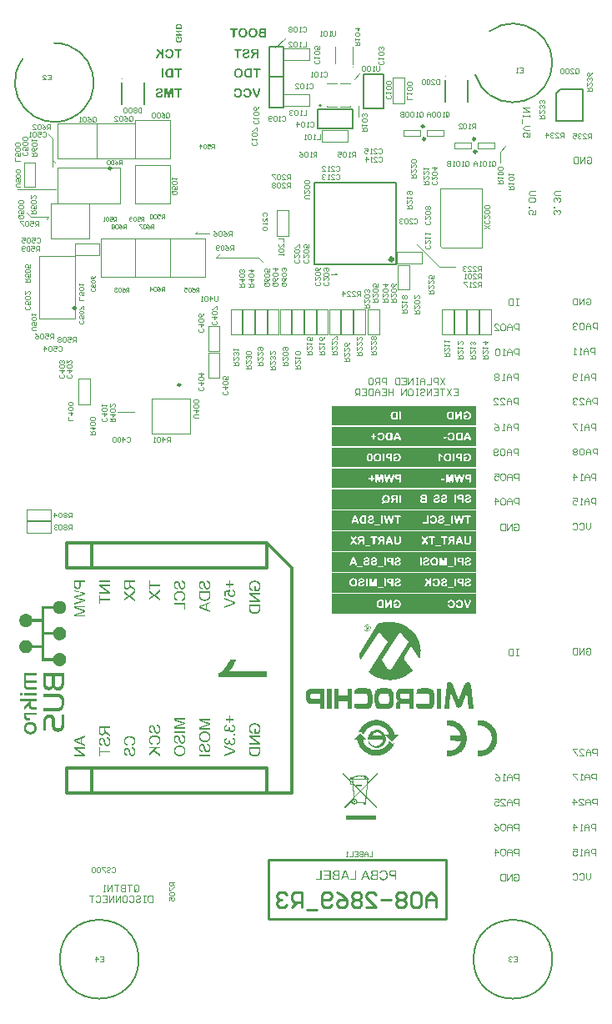
<source format=gbo>
G04 Layer_Color=32896*
%FSLAX43Y43*%
%MOMM*%
G71*
G01*
G75*
%ADD36C,0.200*%
%ADD38C,0.250*%
%ADD39C,0.150*%
%ADD40C,0.400*%
%ADD92C,0.125*%
%ADD93C,0.254*%
%ADD94C,0.100*%
%ADD95C,0.305*%
%ADD98C,0.112*%
%ADD169C,0.010*%
%ADD170C,0.025*%
G36*
X-22766Y-76636D02*
X-23761Y-77714D01*
X-23863Y-78987D01*
X-22798Y-80074D01*
X-22859Y-80125D01*
X-23872Y-79088D01*
X-23895Y-79329D01*
X-23900Y-79394D01*
X-23904Y-79449D01*
Y-79472D01*
Y-79491D01*
Y-79500D01*
Y-79505D01*
Y-79533D01*
X-23909Y-79551D01*
Y-79565D01*
Y-79579D01*
X-23914Y-79588D01*
Y-79593D01*
X-23918Y-79611D01*
X-23923Y-79625D01*
X-23928Y-79630D01*
Y-79634D01*
X-23941Y-79639D01*
X-23946Y-79644D01*
X-23951D01*
Y-79778D01*
X-24127D01*
Y-79644D01*
X-24839D01*
X-24876Y-79690D01*
X-24913Y-79722D01*
X-24955Y-79750D01*
X-24997Y-79764D01*
X-25034Y-79773D01*
X-25061Y-79778D01*
X-25080Y-79783D01*
X-25089D01*
X-25131Y-79778D01*
X-25173Y-79769D01*
X-25205Y-79759D01*
X-25237Y-79741D01*
X-25260Y-79727D01*
X-25279Y-79718D01*
X-25288Y-79708D01*
X-25293Y-79704D01*
X-25321Y-79671D01*
X-25344Y-79634D01*
X-25358Y-79602D01*
X-25372Y-79570D01*
X-25376Y-79537D01*
X-25381Y-79514D01*
Y-79500D01*
Y-79496D01*
X-25376Y-79463D01*
X-26006Y-80139D01*
X-26075Y-80083D01*
X-25159Y-79088D01*
X-25284Y-77774D01*
X-25520D01*
Y-77422D01*
X-25506D01*
X-26274Y-76645D01*
Y-76520D01*
X-25385Y-77427D01*
X-25307D01*
X-25325Y-77256D01*
X-25348Y-77265D01*
X-25367Y-77270D01*
X-25385Y-77274D01*
X-25390D01*
X-25427Y-77270D01*
X-25459Y-77256D01*
X-25478Y-77242D01*
X-25487Y-77237D01*
X-25510Y-77205D01*
X-25524Y-77172D01*
X-25529Y-77149D01*
Y-77145D01*
Y-77140D01*
X-25520Y-77103D01*
X-25506Y-77075D01*
X-25492Y-77057D01*
X-25483Y-77047D01*
X-25450Y-77024D01*
X-25422Y-77010D01*
X-25399Y-77006D01*
X-25390D01*
X-25344Y-77020D01*
X-25307Y-77043D01*
X-25288Y-77061D01*
X-25279Y-77066D01*
Y-77071D01*
X-25260Y-77047D01*
X-25237Y-77029D01*
X-25186Y-76992D01*
X-25168Y-76978D01*
X-25149Y-76969D01*
X-25135Y-76964D01*
X-25131Y-76960D01*
X-25089Y-76936D01*
X-25038Y-76923D01*
X-24987Y-76909D01*
X-24936Y-76895D01*
X-24890Y-76885D01*
X-24853Y-76881D01*
X-24830Y-76876D01*
X-24821D01*
Y-76830D01*
X-24339D01*
Y-76858D01*
X-24284Y-76862D01*
X-24238Y-76872D01*
X-24219D01*
X-24205Y-76876D01*
X-24196D01*
X-24150Y-76881D01*
X-24113Y-76890D01*
X-24085Y-76895D01*
X-24076D01*
Y-76881D01*
X-23900D01*
Y-76950D01*
X-23854Y-76973D01*
X-23817Y-76997D01*
X-23789Y-77020D01*
X-23766Y-77038D01*
X-23747Y-77057D01*
X-23738Y-77071D01*
X-23729Y-77075D01*
Y-77080D01*
X-23719Y-77098D01*
X-23710Y-77117D01*
X-23696Y-77135D01*
X-23692Y-77145D01*
Y-77149D01*
X-23585D01*
Y-77260D01*
X-23719D01*
X-23752Y-77566D01*
X-22766Y-76492D01*
Y-76636D01*
D02*
G37*
G36*
X-57378Y-69323D02*
X-57952D01*
Y-69556D01*
Y-69600D01*
Y-69618D01*
Y-69633D01*
X-57949Y-69646D01*
Y-69657D01*
Y-69662D01*
Y-69664D01*
X-57947Y-69695D01*
X-57944Y-69719D01*
X-57942Y-69734D01*
Y-69737D01*
Y-69739D01*
X-57936Y-69763D01*
X-57931Y-69781D01*
X-57929Y-69791D01*
X-57926Y-69796D01*
X-57918Y-69812D01*
X-57911Y-69827D01*
X-57905Y-69838D01*
X-57903Y-69840D01*
X-57880Y-69866D01*
X-57851Y-69884D01*
X-57841Y-69889D01*
X-57830Y-69894D01*
X-57825Y-69897D01*
X-57823D01*
X-57802Y-69902D01*
X-57776Y-69907D01*
X-57724Y-69910D01*
X-57699Y-69913D01*
X-57378D01*
Y-70161D01*
X-57758D01*
X-57799Y-70158D01*
X-57833Y-70156D01*
X-57859Y-70150D01*
X-57882Y-70148D01*
X-57898Y-70143D01*
X-57908Y-70140D01*
X-57911D01*
X-57936Y-70132D01*
X-57960Y-70122D01*
X-57978Y-70112D01*
X-57996Y-70099D01*
X-58011Y-70088D01*
X-58022Y-70081D01*
X-58027Y-70075D01*
X-58030Y-70073D01*
X-58048Y-70052D01*
X-58066Y-70031D01*
X-58079Y-70008D01*
X-58089Y-69988D01*
X-58097Y-69969D01*
X-58102Y-69954D01*
X-58107Y-69944D01*
Y-69941D01*
X-58115Y-69910D01*
X-58123Y-69876D01*
X-58128Y-69843D01*
X-58130Y-69812D01*
X-58133Y-69783D01*
Y-69763D01*
Y-69747D01*
Y-69744D01*
Y-69742D01*
Y-69618D01*
X-58624Y-70228D01*
Y-69913D01*
X-58133Y-69323D01*
X-59085D01*
Y-69075D01*
X-57378D01*
Y-69323D01*
D02*
G37*
G36*
X-58826Y-68721D02*
X-59085D01*
Y-68472D01*
X-58826D01*
Y-68721D01*
D02*
G37*
G36*
X-57378Y-70704D02*
X-58415D01*
Y-70799D01*
X-58412Y-70846D01*
X-58407Y-70882D01*
X-58399Y-70913D01*
X-58392Y-70939D01*
X-58381Y-70957D01*
X-58373Y-70968D01*
X-58368Y-70975D01*
X-58366Y-70978D01*
X-58345Y-70993D01*
X-58317Y-71006D01*
X-58288Y-71014D01*
X-58257Y-71022D01*
X-58229Y-71024D01*
X-58205Y-71027D01*
X-58061D01*
Y-71260D01*
X-58234D01*
X-58278Y-71257D01*
X-58317Y-71252D01*
X-58348Y-71249D01*
X-58371Y-71244D01*
X-58389Y-71239D01*
X-58399Y-71236D01*
X-58402D01*
X-58428Y-71226D01*
X-58454Y-71216D01*
X-58474Y-71203D01*
X-58492Y-71190D01*
X-58508Y-71177D01*
X-58518Y-71169D01*
X-58526Y-71161D01*
X-58529Y-71159D01*
X-58547Y-71136D01*
X-58562Y-71112D01*
X-58575Y-71086D01*
X-58585Y-71063D01*
X-58593Y-71045D01*
X-58598Y-71030D01*
X-58604Y-71017D01*
Y-71014D01*
X-58611Y-70980D01*
X-58616Y-70942D01*
X-58619Y-70903D01*
X-58622Y-70864D01*
X-58624Y-70830D01*
Y-70802D01*
Y-70792D01*
Y-70784D01*
Y-70779D01*
Y-70776D01*
Y-70456D01*
X-57378D01*
Y-70704D01*
D02*
G37*
G36*
X-16253Y-70058D02*
X-16728D01*
Y-68017D01*
X-16253D01*
Y-70058D01*
D02*
G37*
G36*
X-13462Y-67351D02*
X-13396Y-67384D01*
X-13346Y-67434D01*
X-13312Y-67484D01*
X-13287Y-67542D01*
X-13271Y-67584D01*
X-13262Y-67617D01*
Y-67634D01*
X-13004Y-70058D01*
X-13504D01*
X-13654Y-68359D01*
X-13662D01*
X-14187Y-69717D01*
X-14229Y-69792D01*
X-14270Y-69850D01*
X-14320Y-69892D01*
X-14379Y-69917D01*
X-14429Y-69933D01*
X-14470Y-69950D01*
X-14504D01*
X-14579Y-69942D01*
X-14637Y-69917D01*
X-14687Y-69875D01*
X-14729Y-69833D01*
X-14762Y-69792D01*
X-14787Y-69750D01*
X-14804Y-69725D01*
Y-69717D01*
X-15328Y-68334D01*
X-15337D01*
X-15478Y-70058D01*
X-15995D01*
X-15720Y-67659D01*
X-15703Y-67551D01*
X-15662Y-67476D01*
X-15620Y-67417D01*
X-15578Y-67384D01*
X-15528Y-67359D01*
X-15487Y-67351D01*
X-15462Y-67342D01*
X-15453D01*
X-15362Y-67351D01*
X-15287Y-67384D01*
X-15220Y-67426D01*
X-15170Y-67476D01*
X-15137Y-67534D01*
X-15103Y-67576D01*
X-15095Y-67609D01*
X-15087Y-67617D01*
X-14504Y-69100D01*
X-14495D01*
X-13912Y-67617D01*
X-13862Y-67526D01*
X-13812Y-67459D01*
X-13745Y-67409D01*
X-13687Y-67376D01*
X-13629Y-67359D01*
X-13579Y-67342D01*
X-13537D01*
X-13462Y-67351D01*
D02*
G37*
G36*
X-12750Y-45550D02*
X-19875D01*
Y-45550D01*
X-27375D01*
Y-43550D01*
X-20250D01*
Y-43550D01*
X-12750D01*
Y-45550D01*
D02*
G37*
G36*
X-25368Y-70058D02*
X-25767D01*
Y-69284D01*
X-26692D01*
Y-70058D01*
X-27117D01*
Y-68017D01*
X-26692D01*
Y-68734D01*
X-25767D01*
Y-68017D01*
X-25368D01*
Y-70058D01*
D02*
G37*
G36*
X-12750Y-43425D02*
X-19875D01*
Y-43425D01*
X-27375D01*
Y-41425D01*
X-20250D01*
Y-41425D01*
X-12750D01*
Y-43425D01*
D02*
G37*
G36*
X-57378Y-68721D02*
X-58624D01*
Y-68472D01*
X-57378D01*
Y-68721D01*
D02*
G37*
G36*
Y-66706D02*
X-58425D01*
Y-67167D01*
X-57378D01*
Y-67415D01*
X-58425D01*
Y-67606D01*
X-58423Y-67660D01*
X-58415Y-67707D01*
X-58404Y-67746D01*
X-58394Y-67777D01*
X-58384Y-67797D01*
X-58373Y-67813D01*
X-58366Y-67823D01*
X-58363Y-67826D01*
X-58337Y-67847D01*
X-58304Y-67862D01*
X-58267Y-67872D01*
X-58231Y-67880D01*
X-58200Y-67885D01*
X-58172Y-67888D01*
X-57378D01*
Y-68136D01*
X-58203D01*
X-58226Y-68134D01*
X-58247D01*
X-58262Y-68131D01*
X-58275D01*
X-58283Y-68128D01*
X-58286D01*
X-58329Y-68123D01*
X-58348Y-68121D01*
X-58363Y-68115D01*
X-58373Y-68113D01*
X-58384Y-68110D01*
X-58389Y-68108D01*
X-58392D01*
X-58423Y-68097D01*
X-58446Y-68084D01*
X-58456Y-68079D01*
X-58464Y-68077D01*
X-58467Y-68072D01*
X-58469D01*
X-58495Y-68053D01*
X-58516Y-68035D01*
X-58529Y-68020D01*
X-58534Y-68017D01*
Y-68015D01*
X-58554Y-67989D01*
X-58570Y-67965D01*
X-58578Y-67950D01*
X-58580Y-67947D01*
Y-67945D01*
X-58593Y-67919D01*
X-58601Y-67893D01*
X-58604Y-67883D01*
X-58606Y-67872D01*
X-58609Y-67867D01*
Y-67865D01*
X-58616Y-67826D01*
X-58619Y-67787D01*
X-58622Y-67772D01*
Y-67759D01*
Y-67748D01*
Y-67746D01*
Y-67717D01*
X-58624Y-67689D01*
Y-67658D01*
Y-67627D01*
Y-67601D01*
Y-67580D01*
Y-67567D01*
Y-67565D01*
Y-67562D01*
Y-66458D01*
X-57378D01*
Y-66706D01*
D02*
G37*
G36*
X-21269Y-61236D02*
X-21027Y-61269D01*
X-20794Y-61311D01*
X-20577Y-61369D01*
X-20377Y-61436D01*
X-20185Y-61519D01*
X-20011Y-61602D01*
X-19852Y-61685D01*
X-19711Y-61769D01*
X-19586Y-61852D01*
X-19477Y-61927D01*
X-19386Y-62002D01*
X-19311Y-62060D01*
X-19261Y-62102D01*
X-19227Y-62135D01*
X-19219Y-62144D01*
X-19069Y-62302D01*
X-18936Y-62469D01*
X-18819Y-62644D01*
X-18719Y-62810D01*
X-18644Y-62977D01*
X-18569Y-63143D01*
X-18511Y-63310D01*
X-18469Y-63460D01*
X-18436Y-63602D01*
X-18403Y-63735D01*
X-18386Y-63852D01*
X-18378Y-63952D01*
X-18369Y-64027D01*
X-18361Y-64093D01*
Y-64127D01*
Y-64143D01*
X-18369Y-64301D01*
X-18378Y-64460D01*
X-18394Y-64593D01*
X-18419Y-64718D01*
X-18436Y-64818D01*
X-18453Y-64893D01*
X-18461Y-64943D01*
X-18469Y-64951D01*
Y-64960D01*
X-19361Y-63718D01*
X-19961Y-64660D01*
X-20011Y-64751D01*
X-20036Y-64826D01*
X-20044Y-64868D01*
Y-64885D01*
X-20036Y-64935D01*
X-20027Y-64976D01*
X-20011Y-65026D01*
X-20002Y-65060D01*
X-19994Y-65068D01*
X-19186Y-66184D01*
X-19369Y-66359D01*
X-19552Y-66509D01*
X-19744Y-66634D01*
X-19936Y-66751D01*
X-20127Y-66842D01*
X-20319Y-66917D01*
X-20502Y-66984D01*
X-20669Y-67034D01*
X-20835Y-67076D01*
X-20977Y-67109D01*
X-21110Y-67126D01*
X-21227Y-67142D01*
X-21319Y-67151D01*
X-21385Y-67159D01*
X-21444D01*
X-21685Y-67151D01*
X-21910Y-67126D01*
X-22127Y-67084D01*
X-22335Y-67034D01*
X-22535Y-66967D01*
X-22710Y-66901D01*
X-22885Y-66826D01*
X-23035Y-66751D01*
X-23176Y-66676D01*
X-23293Y-66601D01*
X-23401Y-66534D01*
X-23493Y-66468D01*
X-23560Y-66418D01*
X-23610Y-66376D01*
X-23643Y-66351D01*
X-23651Y-66343D01*
X-21743Y-63335D01*
X-22285Y-62594D01*
X-22335Y-62527D01*
X-22377Y-62485D01*
X-22427Y-62452D01*
X-22468Y-62427D01*
X-22502Y-62410D01*
X-22527Y-62402D01*
X-22552D01*
X-22618Y-62410D01*
X-22668Y-62435D01*
X-22718Y-62469D01*
X-22760Y-62502D01*
X-22793Y-62535D01*
X-22826Y-62569D01*
X-22835Y-62594D01*
X-22843Y-62602D01*
X-24468Y-65143D01*
X-24509Y-65001D01*
X-24526Y-64943D01*
X-24543Y-64885D01*
X-24551Y-64843D01*
X-24559Y-64810D01*
X-24568Y-64785D01*
Y-64776D01*
X-24593Y-64651D01*
X-24601Y-64593D01*
X-24609Y-64543D01*
Y-64510D01*
X-24618Y-64476D01*
Y-64460D01*
Y-64451D01*
X-22751Y-61477D01*
X-22543Y-61394D01*
X-22335Y-61336D01*
X-22127Y-61286D01*
X-21935Y-61261D01*
X-21852Y-61244D01*
X-21768D01*
X-21702Y-61236D01*
X-21643Y-61227D01*
X-21527D01*
X-21269Y-61236D01*
D02*
G37*
G36*
X-36824Y-5060D02*
X-36790Y-5064D01*
X-36757Y-5069D01*
X-36729Y-5075D01*
X-36716Y-5078D01*
X-36705Y-5081D01*
X-36696Y-5083D01*
X-36689Y-5086D01*
X-36682Y-5089D01*
X-36677Y-5090D01*
X-36675Y-5092D01*
X-36673D01*
X-36643Y-5105D01*
X-36616Y-5121D01*
X-36591Y-5136D01*
X-36572Y-5151D01*
X-36554Y-5165D01*
X-36543Y-5178D01*
X-36535Y-5185D01*
X-36533Y-5186D01*
X-36532Y-5187D01*
X-36512Y-5212D01*
X-36494Y-5237D01*
X-36479Y-5264D01*
X-36467Y-5287D01*
X-36457Y-5308D01*
X-36453Y-5318D01*
X-36450Y-5325D01*
X-36447Y-5332D01*
X-36446Y-5336D01*
X-36444Y-5338D01*
Y-5340D01*
X-36435Y-5373D01*
X-36426Y-5408D01*
X-36421Y-5441D01*
X-36418Y-5470D01*
X-36417Y-5484D01*
X-36415Y-5497D01*
Y-5508D01*
X-36414Y-5517D01*
Y-5524D01*
Y-5531D01*
Y-5534D01*
Y-5535D01*
X-36415Y-5574D01*
X-36418Y-5609D01*
X-36424Y-5642D01*
X-36429Y-5671D01*
X-36431Y-5684D01*
X-36433Y-5695D01*
X-36436Y-5706D01*
X-36439Y-5714D01*
X-36440Y-5720D01*
X-36442Y-5725D01*
X-36443Y-5728D01*
Y-5730D01*
X-36456Y-5761D01*
X-36469Y-5791D01*
X-36483Y-5817D01*
X-36497Y-5839D01*
X-36510Y-5857D01*
X-36519Y-5871D01*
X-36526Y-5879D01*
X-36529Y-5881D01*
Y-5882D01*
X-36553Y-5904D01*
X-36576Y-5924D01*
X-36600Y-5942D01*
X-36623Y-5956D01*
X-36643Y-5967D01*
X-36659Y-5974D01*
X-36665Y-5976D01*
X-36669Y-5979D01*
X-36672Y-5981D01*
X-36673D01*
X-36707Y-5992D01*
X-36740Y-6000D01*
X-36773Y-6007D01*
X-36802Y-6011D01*
X-36816Y-6012D01*
X-36829Y-6014D01*
X-36840D01*
X-36849Y-6015D01*
X-36867D01*
X-36908Y-6014D01*
X-36944Y-6010D01*
X-36977Y-6004D01*
X-37006Y-5999D01*
X-37019Y-5996D01*
X-37030Y-5993D01*
X-37038Y-5990D01*
X-37046Y-5988D01*
X-37053Y-5985D01*
X-37057Y-5983D01*
X-37060Y-5982D01*
X-37062D01*
X-37092Y-5968D01*
X-37120Y-5951D01*
X-37143Y-5936D01*
X-37164Y-5920D01*
X-37182Y-5906D01*
X-37195Y-5895D01*
X-37202Y-5886D01*
X-37204Y-5884D01*
X-37225Y-5859D01*
X-37243Y-5832D01*
X-37257Y-5807D01*
X-37270Y-5782D01*
X-37279Y-5761D01*
X-37284Y-5753D01*
X-37286Y-5746D01*
X-37289Y-5739D01*
X-37290Y-5735D01*
X-37292Y-5732D01*
Y-5731D01*
X-37302Y-5698D01*
X-37308Y-5664D01*
X-37314Y-5631D01*
X-37317Y-5601D01*
X-37318Y-5588D01*
X-37320Y-5576D01*
Y-5565D01*
X-37321Y-5555D01*
Y-5547D01*
Y-5541D01*
Y-5538D01*
Y-5537D01*
X-37318Y-5484D01*
X-37313Y-5436D01*
X-37308Y-5413D01*
X-37304Y-5393D01*
X-37299Y-5373D01*
X-37295Y-5357D01*
X-37289Y-5340D01*
X-37284Y-5326D01*
X-37279Y-5314D01*
X-37275Y-5304D01*
X-37272Y-5295D01*
X-37270Y-5289D01*
X-37267Y-5286D01*
Y-5284D01*
X-37245Y-5246D01*
X-37220Y-5212D01*
X-37195Y-5185D01*
X-37168Y-5161D01*
X-37146Y-5142D01*
X-37137Y-5135D01*
X-37127Y-5129D01*
X-37120Y-5124D01*
X-37114Y-5121D01*
X-37112Y-5118D01*
X-37110D01*
X-37091Y-5107D01*
X-37070Y-5099D01*
X-37028Y-5083D01*
X-36987Y-5072D01*
X-36948Y-5065D01*
X-36931Y-5064D01*
X-36915Y-5061D01*
X-36899Y-5060D01*
X-36887D01*
X-36877Y-5058D01*
X-36863D01*
X-36824Y-5060D01*
D02*
G37*
G36*
X-34678Y-5075D02*
X-34664Y-5076D01*
X-34651Y-5081D01*
X-34642Y-5085D01*
X-34633Y-5089D01*
X-34628Y-5092D01*
X-34625Y-5094D01*
X-34624Y-5096D01*
X-34615Y-5104D01*
X-34610Y-5114D01*
X-34606Y-5124D01*
X-34603Y-5132D01*
X-34601Y-5140D01*
X-34600Y-5147D01*
Y-5151D01*
Y-5153D01*
X-34601Y-5165D01*
X-34604Y-5176D01*
X-34607Y-5186D01*
X-34611Y-5193D01*
X-34615Y-5200D01*
X-34619Y-5204D01*
X-34621Y-5207D01*
X-34622Y-5208D01*
X-34632Y-5215D01*
X-34643Y-5221D01*
X-34655Y-5223D01*
X-34667Y-5226D01*
X-34678Y-5228D01*
X-34686Y-5229D01*
X-34900D01*
Y-5902D01*
X-34901Y-5922D01*
X-34904Y-5939D01*
X-34908Y-5954D01*
X-34912Y-5967D01*
X-34916Y-5975D01*
X-34920Y-5982D01*
X-34923Y-5986D01*
X-34925Y-5988D01*
X-34936Y-5997D01*
X-34947Y-6004D01*
X-34958Y-6008D01*
X-34969Y-6011D01*
X-34979Y-6014D01*
X-34986Y-6015D01*
X-34992D01*
X-35008Y-6014D01*
X-35020Y-6011D01*
X-35033Y-6007D01*
X-35042Y-6001D01*
X-35049Y-5996D01*
X-35056Y-5992D01*
X-35059Y-5989D01*
X-35060Y-5988D01*
X-35069Y-5976D01*
X-35076Y-5963D01*
X-35080Y-5949D01*
X-35084Y-5933D01*
X-35085Y-5921D01*
X-35087Y-5911D01*
Y-5904D01*
Y-5902D01*
Y-5229D01*
X-35291D01*
X-35307Y-5228D01*
X-35323Y-5226D01*
X-35335Y-5222D01*
X-35345Y-5218D01*
X-35353Y-5215D01*
X-35359Y-5211D01*
X-35361Y-5209D01*
X-35363Y-5208D01*
X-35371Y-5200D01*
X-35377Y-5190D01*
X-35381Y-5182D01*
X-35384Y-5172D01*
X-35385Y-5165D01*
X-35386Y-5158D01*
Y-5154D01*
Y-5153D01*
X-35385Y-5140D01*
X-35382Y-5129D01*
X-35379Y-5119D01*
X-35375Y-5111D01*
X-35370Y-5104D01*
X-35367Y-5100D01*
X-35364Y-5097D01*
X-35363Y-5096D01*
X-35353Y-5089D01*
X-35342Y-5083D01*
X-35329Y-5079D01*
X-35318Y-5076D01*
X-35307Y-5075D01*
X-35299Y-5074D01*
X-34694D01*
X-34678Y-5075D01*
D02*
G37*
G36*
X-35593D02*
X-35575Y-5078D01*
X-35560Y-5082D01*
X-35547Y-5087D01*
X-35539Y-5093D01*
X-35532Y-5097D01*
X-35528Y-5100D01*
X-35526Y-5101D01*
X-35518Y-5112D01*
X-35511Y-5126D01*
X-35507Y-5142D01*
X-35503Y-5155D01*
X-35501Y-5168D01*
X-35500Y-5179D01*
Y-5186D01*
Y-5187D01*
Y-5189D01*
Y-5868D01*
Y-5885D01*
X-35501Y-5899D01*
X-35503Y-5911D01*
X-35504Y-5922D01*
Y-5931D01*
X-35506Y-5936D01*
X-35507Y-5940D01*
Y-5942D01*
X-35511Y-5951D01*
X-35515Y-5960D01*
X-35526Y-5974D01*
X-35536Y-5982D01*
X-35539Y-5983D01*
X-35540Y-5985D01*
X-35551Y-5990D01*
X-35564Y-5993D01*
X-35589Y-5999D01*
X-35600D01*
X-35610Y-6000D01*
X-35887D01*
X-35908Y-5999D01*
X-35927Y-5997D01*
X-35944Y-5996D01*
X-35958D01*
X-35969Y-5994D01*
X-35974Y-5993D01*
X-35977D01*
X-35997Y-5989D01*
X-36013Y-5985D01*
X-36030Y-5981D01*
X-36044Y-5976D01*
X-36056Y-5972D01*
X-36064Y-5968D01*
X-36071Y-5967D01*
X-36073Y-5965D01*
X-36105Y-5949D01*
X-36119Y-5939D01*
X-36131Y-5931D01*
X-36141Y-5922D01*
X-36148Y-5917D01*
X-36153Y-5913D01*
X-36155Y-5911D01*
X-36171Y-5895D01*
X-36187Y-5877D01*
X-36200Y-5860D01*
X-36212Y-5845D01*
X-36220Y-5831D01*
X-36227Y-5821D01*
X-36231Y-5814D01*
X-36232Y-5811D01*
X-36243Y-5791D01*
X-36252Y-5768D01*
X-36260Y-5748D01*
X-36266Y-5728D01*
X-36271Y-5713D01*
X-36274Y-5699D01*
X-36277Y-5691D01*
Y-5689D01*
Y-5688D01*
X-36282Y-5662D01*
X-36285Y-5635D01*
X-36288Y-5609D01*
X-36291Y-5585D01*
Y-5566D01*
X-36292Y-5549D01*
Y-5544D01*
Y-5540D01*
Y-5537D01*
Y-5535D01*
X-36291Y-5490D01*
X-36286Y-5447D01*
X-36278Y-5406D01*
X-36270Y-5369D01*
X-36259Y-5336D01*
X-36246Y-5304D01*
X-36232Y-5276D01*
X-36220Y-5251D01*
X-36206Y-5229D01*
X-36192Y-5211D01*
X-36180Y-5194D01*
X-36169Y-5182D01*
X-36160Y-5171D01*
X-36153Y-5164D01*
X-36148Y-5160D01*
X-36146Y-5158D01*
X-36126Y-5142D01*
X-36103Y-5128D01*
X-36083Y-5115D01*
X-36064Y-5107D01*
X-36048Y-5100D01*
X-36034Y-5096D01*
X-36026Y-5093D01*
X-36024Y-5092D01*
X-36023D01*
X-35997Y-5086D01*
X-35969Y-5081D01*
X-35941Y-5078D01*
X-35916Y-5076D01*
X-35893Y-5075D01*
X-35884Y-5074D01*
X-35614D01*
X-35593Y-5075D01*
D02*
G37*
G36*
X-15374Y-71227D02*
X-15240Y-71246D01*
X-15119Y-71269D01*
X-15013Y-71292D01*
X-14967Y-71306D01*
X-14925Y-71320D01*
X-14888Y-71334D01*
X-14860Y-71343D01*
X-14832Y-71352D01*
X-14814Y-71361D01*
X-14805Y-71366D01*
X-14800D01*
X-14680Y-71426D01*
X-14569Y-71486D01*
X-14471Y-71551D01*
X-14383Y-71616D01*
X-14314Y-71672D01*
X-14286Y-71695D01*
X-14263Y-71718D01*
X-14240Y-71736D01*
X-14226Y-71750D01*
X-14222Y-71755D01*
X-14217Y-71759D01*
X-14129Y-71857D01*
X-14050Y-71954D01*
X-13981Y-72056D01*
X-13925Y-72144D01*
X-13879Y-72222D01*
X-13861Y-72259D01*
X-13847Y-72287D01*
X-13833Y-72310D01*
X-13828Y-72329D01*
X-13819Y-72338D01*
Y-72343D01*
X-13773Y-72467D01*
X-13736Y-72592D01*
X-13712Y-72713D01*
X-13694Y-72819D01*
X-13689Y-72870D01*
X-13685Y-72916D01*
X-13680Y-72953D01*
Y-72986D01*
X-13675Y-73014D01*
Y-73032D01*
Y-73046D01*
Y-73051D01*
X-13680Y-73189D01*
X-13699Y-73324D01*
X-13722Y-73444D01*
X-13745Y-73550D01*
X-13759Y-73597D01*
X-13773Y-73638D01*
X-13782Y-73675D01*
X-13791Y-73703D01*
X-13800Y-73731D01*
X-13810Y-73749D01*
X-13814Y-73759D01*
Y-73763D01*
X-13870Y-73884D01*
X-13935Y-73995D01*
X-13999Y-74097D01*
X-14060Y-74180D01*
X-14115Y-74254D01*
X-14138Y-74282D01*
X-14157Y-74305D01*
X-14175Y-74323D01*
X-14189Y-74337D01*
X-14194Y-74346D01*
X-14198Y-74351D01*
X-14296Y-74439D01*
X-14393Y-74518D01*
X-14490Y-74587D01*
X-14578Y-74643D01*
X-14657Y-74684D01*
X-14694Y-74703D01*
X-14721Y-74717D01*
X-14744Y-74731D01*
X-14763Y-74740D01*
X-14772Y-74744D01*
X-14777D01*
X-14906Y-74791D01*
X-15031Y-74828D01*
X-15156Y-74851D01*
X-15267Y-74869D01*
X-15318Y-74874D01*
X-15365Y-74879D01*
X-15402Y-74883D01*
X-15439D01*
X-15466Y-74888D01*
X-15540D01*
X-15568Y-74883D01*
X-15601D01*
X-15642Y-74879D01*
X-15675D01*
X-15693Y-74874D01*
X-15702D01*
Y-74314D01*
X-15638Y-74323D01*
X-15582Y-74328D01*
X-15559Y-74333D01*
X-15527D01*
X-15443Y-74328D01*
X-15365Y-74319D01*
X-15291Y-74309D01*
X-15226Y-74296D01*
X-15170Y-74282D01*
X-15129Y-74268D01*
X-15101Y-74263D01*
X-15096Y-74258D01*
X-15092D01*
X-15018Y-74226D01*
X-14943Y-74194D01*
X-14883Y-74161D01*
X-14828Y-74124D01*
X-14781Y-74097D01*
X-14744Y-74073D01*
X-14726Y-74055D01*
X-14717Y-74050D01*
X-14657Y-73999D01*
X-14606Y-73944D01*
X-14559Y-73893D01*
X-14518Y-73842D01*
X-14485Y-73800D01*
X-14458Y-73768D01*
X-14444Y-73745D01*
X-14439Y-73736D01*
X-14397Y-73666D01*
X-14365Y-73597D01*
X-14337Y-73527D01*
X-14314Y-73467D01*
X-14300Y-73412D01*
X-14286Y-73370D01*
X-14282Y-73342D01*
X-14277Y-73338D01*
Y-73333D01*
X-15337Y-73328D01*
Y-72778D01*
X-14282D01*
X-14305Y-72699D01*
X-14328Y-72625D01*
X-14356Y-72560D01*
X-14383Y-72500D01*
X-14407Y-72454D01*
X-14425Y-72417D01*
X-14439Y-72393D01*
X-14444Y-72384D01*
X-14490Y-72319D01*
X-14536Y-72255D01*
X-14582Y-72204D01*
X-14624Y-72153D01*
X-14666Y-72116D01*
X-14694Y-72088D01*
X-14712Y-72070D01*
X-14721Y-72065D01*
X-14786Y-72019D01*
X-14851Y-71977D01*
X-14911Y-71940D01*
X-14971Y-71912D01*
X-15018Y-71889D01*
X-15059Y-71871D01*
X-15082Y-71861D01*
X-15092Y-71857D01*
X-15170Y-71829D01*
X-15249Y-71810D01*
X-15323Y-71796D01*
X-15388Y-71787D01*
X-15443Y-71783D01*
X-15490Y-71778D01*
X-15564D01*
X-15591Y-71783D01*
X-15615Y-71787D01*
X-15624Y-71792D01*
X-15661Y-71796D01*
X-15689Y-71806D01*
X-15707Y-71810D01*
X-15712D01*
X-15716Y-71232D01*
X-15679Y-71227D01*
X-15615D01*
X-15577Y-71223D01*
X-15513D01*
X-15374Y-71227D01*
D02*
G37*
G36*
X-12264Y-71223D02*
X-12134Y-71241D01*
X-12014Y-71264D01*
X-11908Y-71292D01*
X-11861Y-71306D01*
X-11820Y-71320D01*
X-11783Y-71334D01*
X-11750Y-71343D01*
X-11727Y-71352D01*
X-11709Y-71361D01*
X-11699Y-71366D01*
X-11695D01*
X-11574Y-71426D01*
X-11463Y-71486D01*
X-11366Y-71551D01*
X-11278Y-71616D01*
X-11209Y-71672D01*
X-11181Y-71695D01*
X-11158Y-71718D01*
X-11139Y-71736D01*
X-11125Y-71750D01*
X-11116Y-71755D01*
X-11112Y-71759D01*
X-11024Y-71857D01*
X-10945Y-71954D01*
X-10880Y-72056D01*
X-10825Y-72144D01*
X-10778Y-72222D01*
X-10764Y-72259D01*
X-10751Y-72287D01*
X-10737Y-72310D01*
X-10727Y-72329D01*
X-10723Y-72338D01*
Y-72343D01*
X-10677Y-72467D01*
X-10644Y-72592D01*
X-10616Y-72713D01*
X-10603Y-72819D01*
X-10598Y-72870D01*
X-10593Y-72916D01*
X-10589Y-72953D01*
Y-72986D01*
X-10584Y-73014D01*
Y-73032D01*
Y-73046D01*
Y-73051D01*
X-10589Y-73189D01*
X-10607Y-73324D01*
X-10630Y-73444D01*
X-10653Y-73550D01*
X-10667Y-73597D01*
X-10681Y-73638D01*
X-10690Y-73675D01*
X-10700Y-73703D01*
X-10709Y-73731D01*
X-10718Y-73749D01*
X-10723Y-73759D01*
Y-73763D01*
X-10778Y-73884D01*
X-10843Y-73995D01*
X-10908Y-74097D01*
X-10968Y-74180D01*
X-11024Y-74254D01*
X-11051Y-74282D01*
X-11070Y-74305D01*
X-11088Y-74323D01*
X-11102Y-74337D01*
X-11107Y-74346D01*
X-11112Y-74351D01*
X-11209Y-74439D01*
X-11311Y-74518D01*
X-11408Y-74587D01*
X-11500Y-74643D01*
X-11579Y-74684D01*
X-11611Y-74703D01*
X-11639Y-74717D01*
X-11662Y-74731D01*
X-11681Y-74740D01*
X-11690Y-74744D01*
X-11695D01*
X-11820Y-74791D01*
X-11945Y-74823D01*
X-12065Y-74851D01*
X-12176Y-74865D01*
X-12222Y-74869D01*
X-12269Y-74874D01*
X-12310Y-74879D01*
X-12343D01*
X-12370Y-74883D01*
X-12444D01*
X-12477Y-74879D01*
X-12537D01*
X-12569Y-74874D01*
X-12597D01*
Y-74314D01*
X-12528Y-74323D01*
X-12472Y-74328D01*
X-12454Y-74333D01*
X-12421D01*
X-12324Y-74328D01*
X-12232Y-74319D01*
X-12144Y-74300D01*
X-12070Y-74282D01*
X-12009Y-74263D01*
X-11963Y-74245D01*
X-11945Y-74240D01*
X-11931Y-74235D01*
X-11926Y-74231D01*
X-11921D01*
X-11838Y-74189D01*
X-11759Y-74143D01*
X-11695Y-74101D01*
X-11635Y-74055D01*
X-11584Y-74018D01*
X-11551Y-73985D01*
X-11528Y-73967D01*
X-11519Y-73958D01*
X-11459Y-73893D01*
X-11403Y-73823D01*
X-11357Y-73754D01*
X-11320Y-73694D01*
X-11292Y-73638D01*
X-11269Y-73592D01*
X-11255Y-73564D01*
X-11250Y-73560D01*
Y-73555D01*
X-11218Y-73467D01*
X-11195Y-73379D01*
X-11176Y-73291D01*
X-11167Y-73217D01*
X-11158Y-73152D01*
X-11153Y-73102D01*
Y-73083D01*
Y-73069D01*
Y-73060D01*
Y-73055D01*
X-11158Y-72958D01*
X-11167Y-72866D01*
X-11186Y-72782D01*
X-11204Y-72708D01*
X-11218Y-72648D01*
X-11237Y-72602D01*
X-11241Y-72583D01*
X-11246Y-72569D01*
X-11250Y-72565D01*
Y-72560D01*
X-11292Y-72477D01*
X-11334Y-72398D01*
X-11380Y-72329D01*
X-11422Y-72269D01*
X-11459Y-72222D01*
X-11491Y-72185D01*
X-11510Y-72162D01*
X-11519Y-72153D01*
X-11584Y-72093D01*
X-11653Y-72037D01*
X-11722Y-71991D01*
X-11783Y-71949D01*
X-11838Y-71921D01*
X-11884Y-71898D01*
X-11912Y-71884D01*
X-11917Y-71880D01*
X-11921D01*
X-12009Y-71847D01*
X-12097Y-71820D01*
X-12185Y-71801D01*
X-12259Y-71792D01*
X-12324Y-71783D01*
X-12375Y-71778D01*
X-12542D01*
X-12569Y-71783D01*
X-12588Y-71787D01*
X-12597Y-71792D01*
Y-71232D01*
X-12560Y-71227D01*
X-12528D01*
X-12505Y-71223D01*
X-12495D01*
X-12463Y-71218D01*
X-12403D01*
X-12264Y-71223D01*
D02*
G37*
G36*
X-23845Y-73178D02*
X-24173D01*
X-24183Y-73233D01*
Y-73289D01*
X-24173Y-73344D01*
X-24155Y-73404D01*
X-24132Y-73460D01*
X-24104Y-73520D01*
X-24039Y-73627D01*
X-24007Y-73673D01*
X-23974Y-73719D01*
X-23942Y-73761D01*
X-23910Y-73793D01*
X-23886Y-73826D01*
X-23868Y-73844D01*
X-23854Y-73858D01*
X-23849Y-73863D01*
X-23771Y-73932D01*
X-23692Y-73997D01*
X-23609Y-74048D01*
X-23525Y-74094D01*
X-23447Y-74136D01*
X-23363Y-74168D01*
X-23285Y-74191D01*
X-23211Y-74214D01*
X-23141Y-74233D01*
X-23077Y-74242D01*
X-23016Y-74251D01*
X-22970Y-74261D01*
X-22928D01*
X-22901Y-74265D01*
X-22873D01*
X-22790Y-74261D01*
X-22706Y-74251D01*
X-22628Y-74242D01*
X-22549Y-74223D01*
X-22410Y-74177D01*
X-22350Y-74154D01*
X-22290Y-74126D01*
X-22234Y-74103D01*
X-22188Y-74080D01*
X-22146Y-74057D01*
X-22114Y-74034D01*
X-22086Y-74015D01*
X-22068Y-74006D01*
X-22054Y-73997D01*
X-22049Y-73992D01*
X-21984Y-73941D01*
X-21924Y-73886D01*
X-21869Y-73826D01*
X-21818Y-73770D01*
X-21771Y-73710D01*
X-21730Y-73654D01*
X-21660Y-73543D01*
X-21633Y-73492D01*
X-21609Y-73441D01*
X-21591Y-73400D01*
X-21577Y-73363D01*
X-21563Y-73335D01*
X-21554Y-73312D01*
X-21549Y-73298D01*
Y-73293D01*
X-21508Y-73335D01*
X-21461Y-73381D01*
X-21406Y-73437D01*
X-21346Y-73497D01*
X-21295Y-73548D01*
X-21253Y-73589D01*
X-21235Y-73608D01*
X-21221Y-73622D01*
X-21216Y-73627D01*
X-21211Y-73631D01*
X-21142Y-73576D01*
X-21082Y-73520D01*
X-21054Y-73497D01*
X-21036Y-73478D01*
X-21022Y-73469D01*
X-21017Y-73465D01*
X-21054Y-73576D01*
X-21100Y-73677D01*
X-21151Y-73775D01*
X-21207Y-73867D01*
X-21262Y-73955D01*
X-21323Y-74034D01*
X-21378Y-74108D01*
X-21434Y-74173D01*
X-21489Y-74233D01*
X-21540Y-74288D01*
X-21586Y-74330D01*
X-21628Y-74367D01*
X-21665Y-74399D01*
X-21688Y-74418D01*
X-21707Y-74432D01*
X-21711Y-74436D01*
X-21808Y-74506D01*
X-21910Y-74566D01*
X-22012Y-74617D01*
X-22114Y-74663D01*
X-22211Y-74700D01*
X-22308Y-74728D01*
X-22401Y-74756D01*
X-22489Y-74774D01*
X-22567Y-74793D01*
X-22642Y-74807D01*
X-22706Y-74811D01*
X-22766Y-74820D01*
X-22808D01*
X-22845Y-74825D01*
X-22873D01*
X-23021Y-74820D01*
X-23160Y-74802D01*
X-23299Y-74774D01*
X-23424Y-74737D01*
X-23544Y-74691D01*
X-23660Y-74645D01*
X-23761Y-74594D01*
X-23859Y-74538D01*
X-23947Y-74487D01*
X-24021Y-74436D01*
X-24085Y-74385D01*
X-24141Y-74344D01*
X-24187Y-74307D01*
X-24215Y-74279D01*
X-24238Y-74261D01*
X-24243Y-74256D01*
X-24345Y-74149D01*
X-24432Y-74048D01*
X-24507Y-73946D01*
X-24571Y-73849D01*
X-24627Y-73751D01*
X-24673Y-73664D01*
X-24710Y-73580D01*
X-24743Y-73502D01*
X-24766Y-73432D01*
X-24784Y-73367D01*
X-24793Y-73312D01*
X-24803Y-73266D01*
X-24807Y-73229D01*
X-24812Y-73201D01*
Y-73182D01*
Y-73178D01*
X-25215D01*
X-24530Y-72493D01*
X-23845Y-73178D01*
D02*
G37*
G36*
X-37149Y-65167D02*
X-37198Y-65273D01*
X-37248Y-65378D01*
X-37297Y-65477D01*
X-37339Y-65562D01*
X-37374Y-65632D01*
X-37403Y-65675D01*
X-37410Y-65682D01*
Y-65689D01*
X-37487Y-65816D01*
X-37565Y-65929D01*
X-37635Y-66027D01*
X-37699Y-66105D01*
X-37748Y-66175D01*
X-37791Y-66218D01*
X-37819Y-66253D01*
X-37826Y-66260D01*
X-34010D01*
Y-66860D01*
X-38912D01*
Y-66472D01*
X-38792Y-66401D01*
X-38679Y-66324D01*
X-38567Y-66232D01*
X-38468Y-66147D01*
X-38383Y-66063D01*
X-38313Y-65999D01*
X-38291Y-65971D01*
X-38270Y-65950D01*
X-38263Y-65943D01*
X-38256Y-65936D01*
X-38136Y-65788D01*
X-38023Y-65639D01*
X-37925Y-65498D01*
X-37847Y-65357D01*
X-37777Y-65237D01*
X-37748Y-65188D01*
X-37727Y-65146D01*
X-37706Y-65110D01*
X-37699Y-65082D01*
X-37685Y-65068D01*
Y-65061D01*
X-37106D01*
X-37149Y-65167D01*
D02*
G37*
G36*
X-49885Y-72007D02*
X-50390D01*
Y-72182D01*
Y-72201D01*
X-50389Y-72219D01*
Y-72233D01*
X-50387Y-72244D01*
X-50385Y-72252D01*
Y-72259D01*
X-50384Y-72262D01*
Y-72264D01*
X-50375Y-72290D01*
X-50370Y-72302D01*
X-50366Y-72312D01*
X-50361Y-72322D01*
X-50357Y-72328D01*
X-50356Y-72331D01*
X-50354Y-72333D01*
X-50344Y-72346D01*
X-50333Y-72359D01*
X-50308Y-72384D01*
X-50296Y-72396D01*
X-50287Y-72404D01*
X-50280Y-72409D01*
X-50278Y-72410D01*
X-50255Y-72427D01*
X-50231Y-72445D01*
X-50204Y-72463D01*
X-50180Y-72481D01*
X-50157Y-72496D01*
X-50138Y-72508D01*
X-50132Y-72512D01*
X-50127Y-72516D01*
X-50124Y-72519D01*
X-50122D01*
X-49885Y-72669D01*
Y-72856D01*
X-50194Y-72661D01*
X-50227Y-72638D01*
X-50257Y-72616D01*
X-50282Y-72595D01*
X-50305Y-72577D01*
X-50321Y-72560D01*
X-50334Y-72547D01*
X-50342Y-72539D01*
X-50346Y-72536D01*
X-50356Y-72522D01*
X-50367Y-72508D01*
X-50385Y-72478D01*
X-50392Y-72465D01*
X-50398Y-72455D01*
X-50402Y-72448D01*
X-50403Y-72445D01*
X-50408Y-72475D01*
X-50413Y-72503D01*
X-50422Y-72527D01*
X-50428Y-72552D01*
X-50436Y-72573D01*
X-50446Y-72593D01*
X-50454Y-72611D01*
X-50463Y-72628D01*
X-50473Y-72641D01*
X-50481Y-72654D01*
X-50487Y-72664D01*
X-50494Y-72672D01*
X-50499Y-72679D01*
X-50504Y-72684D01*
X-50505Y-72685D01*
X-50507Y-72687D01*
X-50524Y-72700D01*
X-50540Y-72713D01*
X-50575Y-72733D01*
X-50609Y-72746D01*
X-50642Y-72756D01*
X-50670Y-72763D01*
X-50682Y-72764D01*
X-50693D01*
X-50701Y-72766D01*
X-50713D01*
X-50747Y-72764D01*
X-50779Y-72759D01*
X-50808Y-72751D01*
X-50833Y-72743D01*
X-50854Y-72733D01*
X-50871Y-72726D01*
X-50881Y-72720D01*
X-50882Y-72718D01*
X-50884D01*
X-50910Y-72698D01*
X-50933Y-72679D01*
X-50953Y-72657D01*
X-50968Y-72638D01*
X-50979Y-72619D01*
X-50986Y-72605D01*
X-50991Y-72595D01*
X-50993Y-72593D01*
Y-72591D01*
X-50998Y-72577D01*
X-51003Y-72559D01*
X-51011Y-72522D01*
X-51016Y-72483D01*
X-51021Y-72447D01*
X-51022Y-72412D01*
Y-72397D01*
X-51024Y-72384D01*
Y-72374D01*
Y-72366D01*
Y-72361D01*
Y-72359D01*
Y-71856D01*
X-49885D01*
Y-72007D01*
D02*
G37*
G36*
X-17461Y-68001D02*
X-17420Y-68009D01*
X-17403D01*
X-17328Y-68026D01*
X-17270Y-68059D01*
X-17211Y-68101D01*
X-17161Y-68150D01*
X-17086Y-68267D01*
X-17036Y-68392D01*
X-17011Y-68517D01*
X-16995Y-68625D01*
X-16986Y-68667D01*
Y-68700D01*
Y-68717D01*
Y-68725D01*
Y-69342D01*
X-16995Y-69483D01*
X-17011Y-69600D01*
X-17028Y-69700D01*
X-17053Y-69775D01*
X-17078Y-69833D01*
X-17103Y-69875D01*
X-17111Y-69900D01*
X-17120Y-69908D01*
X-17178Y-69967D01*
X-17253Y-70008D01*
X-17336Y-70033D01*
X-17420Y-70050D01*
X-17495Y-70067D01*
X-17553Y-70075D01*
X-18378D01*
X-18478Y-70067D01*
X-18561Y-70058D01*
X-18628Y-70033D01*
X-18686Y-70008D01*
X-18719Y-69992D01*
X-18744Y-69967D01*
X-18761Y-69958D01*
Y-69950D01*
X-18778Y-69908D01*
X-18794Y-69850D01*
X-18811Y-69717D01*
X-18819Y-69658D01*
Y-69608D01*
Y-69575D01*
Y-69558D01*
X-17678D01*
X-17628Y-69550D01*
X-17578Y-69542D01*
X-17545Y-69525D01*
X-17511Y-69508D01*
X-17478Y-69475D01*
X-17470Y-69458D01*
X-17461Y-69425D01*
X-17453Y-69384D01*
X-17445Y-69275D01*
X-17436Y-69234D01*
Y-69192D01*
Y-69159D01*
Y-69150D01*
Y-68925D01*
Y-68842D01*
X-17445Y-68767D01*
X-17461Y-68709D01*
X-17470Y-68667D01*
X-17486Y-68634D01*
X-17495Y-68617D01*
X-17503Y-68600D01*
X-17561Y-68550D01*
X-17619Y-68525D01*
X-17669Y-68517D01*
X-18794D01*
X-18786Y-68375D01*
X-18778Y-68267D01*
X-18761Y-68184D01*
X-18736Y-68126D01*
X-18711Y-68084D01*
X-18694Y-68059D01*
X-18686Y-68042D01*
X-18678D01*
X-18661Y-68034D01*
X-18636Y-68026D01*
X-18561Y-68009D01*
X-18469Y-68001D01*
X-18369D01*
X-18269Y-67992D01*
X-17528D01*
X-17461Y-68001D01*
D02*
G37*
G36*
X-12750Y-60425D02*
X-27375D01*
Y-58425D01*
X-12750D01*
Y-60425D01*
D02*
G37*
G36*
X-22739Y-72196D02*
X-22706Y-72201D01*
X-22669Y-72206D01*
X-22581Y-72224D01*
X-22484Y-72257D01*
X-22429Y-72280D01*
X-22373Y-72308D01*
X-22318Y-72340D01*
X-22267Y-72372D01*
X-22211Y-72419D01*
X-22160Y-72465D01*
X-22156Y-72470D01*
X-22151Y-72479D01*
X-22137Y-72493D01*
X-22119Y-72511D01*
X-22100Y-72539D01*
X-22077Y-72571D01*
X-22049Y-72608D01*
X-22026Y-72650D01*
X-21975Y-72747D01*
X-21933Y-72858D01*
X-21915Y-72918D01*
X-21906Y-72983D01*
X-21896Y-73053D01*
X-21892Y-73122D01*
Y-73127D01*
Y-73141D01*
Y-73159D01*
X-21896Y-73187D01*
X-21901Y-73219D01*
X-21906Y-73256D01*
X-21924Y-73349D01*
X-21957Y-73451D01*
X-21980Y-73506D01*
X-22007Y-73557D01*
X-22035Y-73613D01*
X-22072Y-73668D01*
X-22114Y-73724D01*
X-22160Y-73775D01*
X-22165Y-73779D01*
X-22174Y-73788D01*
X-22188Y-73798D01*
X-22206Y-73816D01*
X-22234Y-73839D01*
X-22267Y-73863D01*
X-22299Y-73886D01*
X-22341Y-73909D01*
X-22433Y-73960D01*
X-22544Y-74006D01*
X-22604Y-74024D01*
X-22669Y-74034D01*
X-22734Y-74043D01*
X-22803Y-74048D01*
X-22836D01*
X-22859Y-74043D01*
X-22887D01*
X-22919Y-74038D01*
X-22998Y-74020D01*
X-23086Y-73997D01*
X-23183Y-73960D01*
X-23280Y-73909D01*
X-23331Y-73876D01*
X-23377Y-73839D01*
X-23382Y-73835D01*
X-23387Y-73830D01*
X-23419Y-73802D01*
X-23461Y-73756D01*
X-23512Y-73696D01*
X-23562Y-73622D01*
X-23618Y-73534D01*
X-23660Y-73432D01*
X-23692Y-73321D01*
X-23623D01*
Y-73326D01*
X-23618Y-73330D01*
X-23609Y-73358D01*
X-23590Y-73400D01*
X-23567Y-73455D01*
X-23530Y-73515D01*
X-23488Y-73580D01*
X-23433Y-73640D01*
X-23368Y-73701D01*
X-23359Y-73705D01*
X-23336Y-73724D01*
X-23294Y-73747D01*
X-23239Y-73775D01*
X-23174Y-73802D01*
X-23100Y-73826D01*
X-23016Y-73844D01*
X-22928Y-73849D01*
X-22901D01*
X-22882Y-73844D01*
X-22827Y-73839D01*
X-22762Y-73826D01*
X-22683Y-73802D01*
X-22604Y-73765D01*
X-22521Y-73719D01*
X-22438Y-73654D01*
Y-73650D01*
X-22429Y-73645D01*
X-22405Y-73617D01*
X-22373Y-73576D01*
X-22331Y-73520D01*
X-22290Y-73451D01*
X-22253Y-73367D01*
X-22225Y-73275D01*
X-22206Y-73173D01*
X-23715D01*
Y-73168D01*
Y-73154D01*
Y-73122D01*
Y-73117D01*
Y-73104D01*
Y-73085D01*
X-23711Y-73057D01*
X-23706Y-73025D01*
X-23701Y-72988D01*
X-23692Y-72942D01*
X-23683Y-72895D01*
X-23650Y-72793D01*
X-23627Y-72738D01*
X-23604Y-72682D01*
X-23572Y-72627D01*
X-23535Y-72571D01*
X-23493Y-72516D01*
X-23447Y-72465D01*
X-23442Y-72460D01*
X-23433Y-72451D01*
X-23419Y-72442D01*
X-23400Y-72423D01*
X-23373Y-72400D01*
X-23345Y-72377D01*
X-23308Y-72354D01*
X-23266Y-72326D01*
X-23174Y-72280D01*
X-23063Y-72234D01*
X-23002Y-72215D01*
X-22942Y-72206D01*
X-22873Y-72196D01*
X-22803Y-72192D01*
X-22766D01*
X-22739Y-72196D01*
D02*
G37*
G36*
X-27417Y-70058D02*
X-27900D01*
Y-68017D01*
X-27417D01*
Y-70058D01*
D02*
G37*
G36*
X-34645Y-59896D02*
X-34647Y-59934D01*
X-34648Y-59968D01*
X-34652Y-60000D01*
X-34655Y-60026D01*
X-34658Y-60049D01*
X-34660Y-60065D01*
X-34661Y-60070D01*
X-34663Y-60075D01*
Y-60077D01*
Y-60079D01*
X-34671Y-60108D01*
X-34681Y-60135D01*
X-34689Y-60158D01*
X-34699Y-60177D01*
X-34707Y-60194D01*
X-34714Y-60205D01*
X-34719Y-60212D01*
X-34721Y-60215D01*
X-34735Y-60237D01*
X-34754Y-60255D01*
X-34770Y-60273D01*
X-34786Y-60288D01*
X-34801Y-60301D01*
X-34813Y-60311D01*
X-34821Y-60317D01*
X-34824Y-60319D01*
X-34851Y-60335D01*
X-34879Y-60352D01*
X-34905Y-60365D01*
X-34931Y-60375D01*
X-34954Y-60385D01*
X-34972Y-60391D01*
X-34979Y-60393D01*
X-34984Y-60395D01*
X-34987Y-60396D01*
X-34989D01*
X-35028Y-60406D01*
X-35068Y-60414D01*
X-35106Y-60419D01*
X-35142Y-60424D01*
X-35173Y-60426D01*
X-35186D01*
X-35198Y-60428D01*
X-35219D01*
X-35275Y-60426D01*
X-35326Y-60421D01*
X-35372Y-60413D01*
X-35394Y-60409D01*
X-35412Y-60405D01*
X-35430Y-60400D01*
X-35445Y-60396D01*
X-35458Y-60393D01*
X-35470Y-60388D01*
X-35479Y-60386D01*
X-35486Y-60383D01*
X-35489Y-60381D01*
X-35491D01*
X-35534Y-60363D01*
X-35572Y-60342D01*
X-35604Y-60319D01*
X-35632Y-60298D01*
X-35656Y-60278D01*
X-35672Y-60261D01*
X-35677Y-60255D01*
X-35682Y-60250D01*
X-35684Y-60248D01*
X-35685Y-60247D01*
X-35707Y-60220D01*
X-35723Y-60192D01*
X-35738Y-60164D01*
X-35749Y-60138D01*
X-35758Y-60115D01*
X-35763Y-60097D01*
X-35766Y-60090D01*
Y-60085D01*
X-35767Y-60082D01*
Y-60080D01*
X-35772Y-60052D01*
X-35777Y-60019D01*
X-35781Y-59986D01*
X-35782Y-59954D01*
X-35784Y-59924D01*
Y-59911D01*
Y-59899D01*
Y-59891D01*
Y-59884D01*
Y-59879D01*
Y-59878D01*
Y-59486D01*
X-34645D01*
Y-59896D01*
D02*
G37*
G36*
X-19069Y-70058D02*
X-19502D01*
Y-69525D01*
X-20260D01*
X-20335Y-69533D01*
X-20377Y-69558D01*
X-20402Y-69592D01*
X-20410Y-69600D01*
X-20419Y-69625D01*
Y-69658D01*
X-20427Y-69725D01*
Y-69758D01*
Y-69792D01*
Y-69808D01*
Y-69817D01*
Y-70058D01*
X-20860D01*
Y-69717D01*
X-20852Y-69583D01*
X-20827Y-69483D01*
X-20785Y-69409D01*
X-20744Y-69350D01*
X-20702Y-69309D01*
X-20660Y-69284D01*
X-20635Y-69267D01*
X-20627D01*
Y-69259D01*
X-20702Y-69209D01*
X-20760Y-69142D01*
X-20802Y-69059D01*
X-20835Y-68975D01*
X-20852Y-68892D01*
X-20860Y-68817D01*
Y-68767D01*
Y-68759D01*
Y-68750D01*
Y-68625D01*
X-20852Y-68517D01*
X-20844Y-68425D01*
X-20827Y-68342D01*
X-20794Y-68275D01*
X-20769Y-68217D01*
X-20735Y-68167D01*
X-20694Y-68126D01*
X-20660Y-68092D01*
X-20585Y-68051D01*
X-20519Y-68026D01*
X-20469Y-68017D01*
X-19069D01*
Y-70058D01*
D02*
G37*
G36*
X-22886Y-81361D02*
X-25959D01*
Y-80902D01*
X-22886D01*
Y-81361D01*
D02*
G37*
G36*
X-22725Y-71211D02*
X-22586Y-71229D01*
X-22452Y-71257D01*
X-22327Y-71289D01*
X-22206Y-71331D01*
X-22100Y-71377D01*
X-21994Y-71428D01*
X-21901Y-71475D01*
X-21818Y-71525D01*
X-21744Y-71576D01*
X-21679Y-71623D01*
X-21623Y-71664D01*
X-21582Y-71697D01*
X-21554Y-71724D01*
X-21531Y-71743D01*
X-21526Y-71748D01*
X-21429Y-71849D01*
X-21346Y-71947D01*
X-21272Y-72039D01*
X-21211Y-72127D01*
X-21165Y-72210D01*
X-21124Y-72284D01*
X-21091Y-72358D01*
X-21068Y-72423D01*
X-21050Y-72483D01*
X-21036Y-72534D01*
X-21026Y-72581D01*
X-21022Y-72618D01*
Y-72645D01*
Y-72669D01*
Y-72682D01*
Y-72687D01*
X-20633D01*
X-21281Y-73483D01*
X-21924Y-72687D01*
X-21609D01*
X-21596Y-72655D01*
Y-72613D01*
X-21605Y-72571D01*
X-21619Y-72525D01*
X-21637Y-72483D01*
X-21665Y-72433D01*
X-21725Y-72345D01*
X-21790Y-72257D01*
X-21822Y-72224D01*
X-21850Y-72192D01*
X-21873Y-72164D01*
X-21892Y-72146D01*
X-21906Y-72132D01*
X-21910Y-72127D01*
X-21989Y-72058D01*
X-22068Y-71997D01*
X-22146Y-71947D01*
X-22230Y-71900D01*
X-22308Y-71863D01*
X-22387Y-71831D01*
X-22466Y-71808D01*
X-22540Y-71785D01*
X-22609Y-71771D01*
X-22669Y-71757D01*
X-22725Y-71752D01*
X-22776Y-71743D01*
X-22813D01*
X-22845Y-71738D01*
X-22868D01*
X-22952Y-71743D01*
X-23030Y-71748D01*
X-23109Y-71761D01*
X-23183Y-71780D01*
X-23322Y-71822D01*
X-23382Y-71845D01*
X-23442Y-71868D01*
X-23493Y-71896D01*
X-23539Y-71919D01*
X-23581Y-71942D01*
X-23613Y-71960D01*
X-23641Y-71979D01*
X-23660Y-71993D01*
X-23674Y-71997D01*
X-23678Y-72002D01*
X-23743Y-72053D01*
X-23798Y-72104D01*
X-23854Y-72159D01*
X-23900Y-72215D01*
X-23947Y-72271D01*
X-23984Y-72326D01*
X-24053Y-72433D01*
X-24076Y-72483D01*
X-24099Y-72530D01*
X-24118Y-72571D01*
X-24132Y-72604D01*
X-24146Y-72632D01*
X-24155Y-72655D01*
X-24159Y-72669D01*
Y-72673D01*
X-24201Y-72636D01*
X-24247Y-72585D01*
X-24303Y-72534D01*
X-24358Y-72479D01*
X-24409Y-72428D01*
X-24451Y-72386D01*
X-24483Y-72358D01*
X-24488Y-72354D01*
X-24493Y-72349D01*
X-24557Y-72405D01*
X-24618Y-72456D01*
X-24641Y-72479D01*
X-24659Y-72497D01*
X-24673Y-72507D01*
X-24678Y-72511D01*
X-24641Y-72405D01*
X-24599Y-72308D01*
X-24548Y-72210D01*
X-24497Y-72122D01*
X-24442Y-72039D01*
X-24386Y-71965D01*
X-24326Y-71891D01*
X-24271Y-71826D01*
X-24220Y-71771D01*
X-24169Y-71720D01*
X-24122Y-71678D01*
X-24081Y-71641D01*
X-24048Y-71613D01*
X-24025Y-71595D01*
X-24007Y-71581D01*
X-24002Y-71576D01*
X-23905Y-71512D01*
X-23808Y-71456D01*
X-23711Y-71405D01*
X-23613Y-71363D01*
X-23516Y-71326D01*
X-23424Y-71294D01*
X-23331Y-71271D01*
X-23248Y-71252D01*
X-23164Y-71239D01*
X-23095Y-71225D01*
X-23030Y-71215D01*
X-22975Y-71211D01*
X-22928Y-71206D01*
X-22868D01*
X-22725Y-71211D01*
D02*
G37*
G36*
X-28175Y-70058D02*
X-28592D01*
Y-69542D01*
X-29608D01*
X-29675Y-69533D01*
X-29725Y-69517D01*
X-29775Y-69500D01*
X-29816Y-69475D01*
X-29841Y-69450D01*
X-29866Y-69425D01*
X-29883Y-69417D01*
Y-69409D01*
X-29925Y-69334D01*
X-29958Y-69259D01*
X-29975Y-69167D01*
X-29991Y-69075D01*
X-30000Y-69000D01*
X-30008Y-68934D01*
Y-68892D01*
Y-68875D01*
Y-68717D01*
Y-68642D01*
X-30000Y-68567D01*
Y-68509D01*
X-29991Y-68459D01*
X-29983Y-68417D01*
Y-68384D01*
X-29975Y-68367D01*
Y-68359D01*
X-29925Y-68242D01*
X-29858Y-68159D01*
X-29783Y-68101D01*
X-29700Y-68059D01*
X-29625Y-68034D01*
X-29558Y-68026D01*
X-29516Y-68017D01*
X-28175D01*
Y-70058D01*
D02*
G37*
G36*
X-57924Y-71399D02*
X-57872Y-71405D01*
X-57825Y-71412D01*
X-57781Y-71423D01*
X-57740Y-71436D01*
X-57704Y-71448D01*
X-57670Y-71464D01*
X-57639Y-71479D01*
X-57611Y-71492D01*
X-57587Y-71508D01*
X-57569Y-71521D01*
X-57551Y-71534D01*
X-57538Y-71544D01*
X-57530Y-71552D01*
X-57525Y-71557D01*
X-57523Y-71560D01*
X-57494Y-71593D01*
X-57471Y-71627D01*
X-57450Y-71666D01*
X-57432Y-71704D01*
X-57419Y-71743D01*
X-57406Y-71782D01*
X-57388Y-71860D01*
X-57381Y-71896D01*
X-57375Y-71929D01*
X-57373Y-71958D01*
X-57370Y-71984D01*
X-57368Y-72007D01*
Y-72022D01*
Y-72033D01*
Y-72035D01*
X-57370Y-72090D01*
X-57375Y-72141D01*
X-57383Y-72191D01*
X-57393Y-72235D01*
X-57406Y-72276D01*
X-57419Y-72315D01*
X-57435Y-72348D01*
X-57450Y-72382D01*
X-57463Y-72408D01*
X-57479Y-72434D01*
X-57492Y-72454D01*
X-57505Y-72470D01*
X-57515Y-72483D01*
X-57523Y-72493D01*
X-57528Y-72498D01*
X-57530Y-72501D01*
X-57562Y-72529D01*
X-57598Y-72555D01*
X-57634Y-72578D01*
X-57673Y-72599D01*
X-57709Y-72615D01*
X-57748Y-72628D01*
X-57823Y-72648D01*
X-57859Y-72656D01*
X-57890Y-72661D01*
X-57918Y-72664D01*
X-57944Y-72666D01*
X-57965Y-72669D01*
X-57993D01*
X-58050Y-72666D01*
X-58102Y-72661D01*
X-58154Y-72653D01*
X-58198Y-72643D01*
X-58242Y-72633D01*
X-58280Y-72617D01*
X-58317Y-72604D01*
X-58348Y-72589D01*
X-58376Y-72573D01*
X-58399Y-72560D01*
X-58423Y-72545D01*
X-58438Y-72534D01*
X-58451Y-72524D01*
X-58461Y-72516D01*
X-58467Y-72511D01*
X-58469Y-72509D01*
X-58498Y-72478D01*
X-58523Y-72444D01*
X-58547Y-72408D01*
X-58567Y-72369D01*
X-58583Y-72330D01*
X-58596Y-72291D01*
X-58616Y-72219D01*
X-58624Y-72183D01*
X-58629Y-72152D01*
X-58632Y-72123D01*
X-58635Y-72097D01*
X-58637Y-72077D01*
Y-72061D01*
Y-72051D01*
Y-72048D01*
X-58635Y-71986D01*
X-58629Y-71932D01*
X-58622Y-71883D01*
X-58614Y-71839D01*
X-58606Y-71805D01*
X-58598Y-71779D01*
X-58596Y-71772D01*
X-58593Y-71764D01*
X-58591Y-71761D01*
Y-71759D01*
X-58573Y-71717D01*
X-58552Y-71679D01*
X-58529Y-71642D01*
X-58505Y-71614D01*
X-58485Y-71591D01*
X-58469Y-71575D01*
X-58459Y-71562D01*
X-58454Y-71560D01*
X-58420Y-71531D01*
X-58386Y-71508D01*
X-58353Y-71487D01*
X-58319Y-71469D01*
X-58291Y-71456D01*
X-58267Y-71446D01*
X-58252Y-71441D01*
X-58249Y-71438D01*
X-58247D01*
X-58200Y-71425D01*
X-58154Y-71415D01*
X-58107Y-71407D01*
X-58066Y-71402D01*
X-58030Y-71399D01*
X-58004Y-71397D01*
X-57978D01*
X-57924Y-71399D01*
D02*
G37*
G36*
X-55994Y-70633D02*
X-55946Y-70639D01*
X-55902Y-70646D01*
X-55863Y-70659D01*
X-55832Y-70668D01*
X-55806Y-70674D01*
X-55794Y-70681D01*
X-55787Y-70684D01*
X-55749Y-70706D01*
X-55711Y-70732D01*
X-55682Y-70760D01*
X-55654Y-70786D01*
X-55635Y-70808D01*
X-55619Y-70827D01*
X-55609Y-70840D01*
X-55606Y-70843D01*
X-55587Y-70874D01*
X-55568Y-70909D01*
X-55555Y-70944D01*
X-55543Y-70976D01*
X-55536Y-71005D01*
X-55530Y-71030D01*
X-55524Y-71043D01*
Y-71049D01*
X-55517Y-71100D01*
X-55511Y-71154D01*
X-55508Y-71208D01*
X-55505Y-71262D01*
X-55502Y-71306D01*
Y-71344D01*
Y-71357D01*
Y-71367D01*
Y-71373D01*
Y-71376D01*
Y-71548D01*
Y-71595D01*
Y-71636D01*
X-55498Y-71668D01*
Y-71697D01*
Y-71719D01*
X-55495Y-71735D01*
Y-71744D01*
Y-71748D01*
X-55492Y-71795D01*
X-55489Y-71814D01*
X-55486Y-71830D01*
X-55482Y-71843D01*
Y-71856D01*
X-55479Y-71859D01*
Y-71862D01*
X-55467Y-71894D01*
X-55451Y-71922D01*
X-55432Y-71948D01*
X-55416Y-71967D01*
X-55397Y-71983D01*
X-55384Y-71992D01*
X-55375Y-71998D01*
X-55371Y-72002D01*
X-55340Y-72017D01*
X-55308Y-72030D01*
X-55273Y-72040D01*
X-55244Y-72046D01*
X-55216Y-72049D01*
X-55194Y-72052D01*
X-55174D01*
X-55114Y-72049D01*
X-55060Y-72036D01*
X-55016Y-72021D01*
X-54984Y-72002D01*
X-54955Y-71983D01*
X-54940Y-71967D01*
X-54927Y-71954D01*
X-54924Y-71951D01*
X-54911Y-71932D01*
X-54898Y-71906D01*
X-54882Y-71856D01*
X-54870Y-71798D01*
X-54860Y-71744D01*
X-54854Y-71690D01*
Y-71668D01*
X-54851Y-71649D01*
Y-71633D01*
Y-71621D01*
Y-71614D01*
Y-71611D01*
Y-70706D01*
X-54584D01*
Y-71570D01*
Y-71611D01*
Y-71646D01*
Y-71678D01*
Y-71706D01*
Y-71729D01*
Y-71748D01*
Y-71757D01*
Y-71760D01*
X-54587Y-71814D01*
Y-71840D01*
X-54590Y-71859D01*
Y-71878D01*
X-54593Y-71890D01*
Y-71897D01*
Y-71900D01*
X-54600Y-71944D01*
X-54609Y-71979D01*
X-54613Y-71992D01*
Y-72002D01*
X-54616Y-72008D01*
Y-72011D01*
X-54628Y-72046D01*
X-54641Y-72075D01*
X-54651Y-72094D01*
X-54654Y-72097D01*
Y-72100D01*
X-54682Y-72154D01*
X-54717Y-72198D01*
X-54752Y-72237D01*
X-54784Y-72268D01*
X-54816Y-72294D01*
X-54838Y-72313D01*
X-54854Y-72322D01*
X-54860Y-72325D01*
X-54914Y-72351D01*
X-54968Y-72370D01*
X-55022Y-72386D01*
X-55073Y-72395D01*
X-55117Y-72402D01*
X-55152Y-72405D01*
X-55184D01*
X-55241Y-72402D01*
X-55295Y-72395D01*
X-55343Y-72389D01*
X-55384Y-72379D01*
X-55419Y-72367D01*
X-55444Y-72360D01*
X-55460Y-72354D01*
X-55467Y-72351D01*
X-55514Y-72329D01*
X-55555Y-72306D01*
X-55590Y-72281D01*
X-55622Y-72259D01*
X-55648Y-72237D01*
X-55663Y-72217D01*
X-55676Y-72205D01*
X-55679Y-72202D01*
X-55702Y-72167D01*
X-55721Y-72138D01*
X-55727Y-72125D01*
X-55733Y-72116D01*
X-55736Y-72110D01*
Y-72106D01*
X-55752Y-72065D01*
X-55765Y-72024D01*
X-55768Y-72005D01*
X-55771Y-71992D01*
X-55775Y-71983D01*
Y-71979D01*
X-55784Y-71922D01*
X-55787Y-71894D01*
X-55790Y-71865D01*
X-55794Y-71843D01*
X-55797Y-71824D01*
Y-71811D01*
Y-71808D01*
X-55800Y-71770D01*
Y-71729D01*
X-55803Y-71690D01*
Y-71652D01*
Y-71621D01*
Y-71592D01*
Y-71576D01*
Y-71573D01*
Y-71570D01*
Y-71446D01*
Y-71401D01*
X-55806Y-71360D01*
X-55809Y-71319D01*
X-55813Y-71284D01*
X-55819Y-71252D01*
X-55822Y-71224D01*
X-55835Y-71173D01*
X-55848Y-71138D01*
X-55857Y-71109D01*
X-55863Y-71097D01*
X-55867Y-71090D01*
X-55895Y-71055D01*
X-55930Y-71030D01*
X-55968Y-71011D01*
X-56006Y-70998D01*
X-56041Y-70992D01*
X-56070Y-70989D01*
X-56089Y-70986D01*
X-56095D01*
X-56152Y-70992D01*
X-56178Y-70995D01*
X-56200Y-71001D01*
X-56219Y-71008D01*
X-56232Y-71011D01*
X-56241Y-71017D01*
X-56244D01*
X-56292Y-71046D01*
X-56308Y-71062D01*
X-56324Y-71074D01*
X-56337Y-71087D01*
X-56346Y-71097D01*
X-56349Y-71103D01*
X-56352Y-71106D01*
X-56371Y-71147D01*
X-56387Y-71189D01*
X-56391Y-71205D01*
X-56394Y-71217D01*
X-56397Y-71227D01*
Y-71230D01*
X-56403Y-71262D01*
X-56406Y-71297D01*
X-56410Y-71332D01*
Y-71367D01*
X-56413Y-71398D01*
Y-71424D01*
Y-71440D01*
Y-71446D01*
Y-72306D01*
X-56679D01*
Y-71446D01*
Y-71379D01*
X-56676Y-71319D01*
X-56673Y-71265D01*
X-56670Y-71221D01*
X-56664Y-71186D01*
X-56660Y-71160D01*
X-56657Y-71144D01*
Y-71138D01*
X-56648Y-71097D01*
X-56638Y-71055D01*
X-56629Y-71020D01*
X-56616Y-70992D01*
X-56606Y-70967D01*
X-56597Y-70947D01*
X-56594Y-70935D01*
X-56591Y-70932D01*
X-56559Y-70881D01*
X-56521Y-70840D01*
X-56483Y-70801D01*
X-56448Y-70770D01*
X-56416Y-70744D01*
X-56387Y-70725D01*
X-56371Y-70713D01*
X-56368Y-70709D01*
X-56365D01*
X-56311Y-70684D01*
X-56257Y-70665D01*
X-56203Y-70649D01*
X-56156Y-70639D01*
X-56111Y-70633D01*
X-56076Y-70630D01*
X-56048D01*
X-55994Y-70633D01*
D02*
G37*
G36*
X-52425Y-58314D02*
Y-58472D01*
X-53292Y-58713D01*
X-53314Y-58719D01*
X-53337Y-58724D01*
X-53360Y-58731D01*
X-53380Y-58736D01*
X-53398Y-58741D01*
X-53412Y-58744D01*
X-53422Y-58745D01*
X-53424Y-58747D01*
X-53426D01*
X-53421Y-58749D01*
X-53412Y-58750D01*
X-53394Y-58755D01*
X-53373Y-58762D01*
X-53350Y-58768D01*
X-53329Y-58773D01*
X-53310Y-58778D01*
X-53302Y-58780D01*
X-53297Y-58782D01*
X-53294Y-58783D01*
X-53292D01*
X-52425Y-59022D01*
Y-59170D01*
X-53564Y-59483D01*
Y-59330D01*
X-52831Y-59152D01*
X-52780Y-59139D01*
X-52734Y-59129D01*
X-52692Y-59119D01*
X-52655Y-59111D01*
X-52639Y-59106D01*
X-52624Y-59104D01*
X-52613Y-59101D01*
X-52603Y-59099D01*
X-52594Y-59096D01*
X-52588D01*
X-52585Y-59094D01*
X-52583D01*
X-52655Y-59083D01*
X-52726Y-59068D01*
X-52794Y-59053D01*
X-52825Y-59047D01*
X-52856Y-59038D01*
X-52884Y-59032D01*
X-52909Y-59025D01*
X-52930Y-59019D01*
X-52950Y-59014D01*
X-52965Y-59010D01*
X-52976Y-59007D01*
X-52985Y-59004D01*
X-52986D01*
X-53564Y-58843D01*
Y-58660D01*
X-52794Y-58444D01*
X-52787Y-58443D01*
X-52777Y-58439D01*
X-52764Y-58436D01*
X-52749Y-58433D01*
X-52733Y-58428D01*
X-52715Y-58424D01*
X-52678Y-58415D01*
X-52642Y-58406D01*
X-52626Y-58401D01*
X-52613Y-58398D01*
X-52599Y-58396D01*
X-52591Y-58393D01*
X-52585Y-58392D01*
X-52583D01*
X-52626Y-58383D01*
X-52669Y-58375D01*
X-52708Y-58367D01*
X-52743Y-58359D01*
X-52759Y-58355D01*
X-52774Y-58352D01*
X-52785Y-58349D01*
X-52797Y-58347D01*
X-52805Y-58345D01*
X-52812Y-58344D01*
X-52815Y-58342D01*
X-52817D01*
X-53564Y-58173D01*
Y-58016D01*
X-52425Y-58314D01*
D02*
G37*
G36*
X-37019Y-975D02*
X-37005Y-976D01*
X-36993Y-981D01*
X-36983Y-985D01*
X-36975Y-989D01*
X-36969Y-992D01*
X-36967Y-994D01*
X-36965Y-996D01*
X-36957Y-1004D01*
X-36951Y-1014D01*
X-36947Y-1024D01*
X-36944Y-1032D01*
X-36943Y-1040D01*
X-36942Y-1047D01*
Y-1051D01*
Y-1053D01*
X-36943Y-1065D01*
X-36946Y-1076D01*
X-36949Y-1086D01*
X-36953Y-1093D01*
X-36957Y-1100D01*
X-36961Y-1104D01*
X-36962Y-1107D01*
X-36964Y-1108D01*
X-36973Y-1115D01*
X-36985Y-1121D01*
X-36997Y-1123D01*
X-37008Y-1126D01*
X-37019Y-1128D01*
X-37028Y-1129D01*
X-37241D01*
Y-1802D01*
X-37243Y-1822D01*
X-37245Y-1839D01*
X-37249Y-1854D01*
X-37254Y-1867D01*
X-37258Y-1875D01*
X-37262Y-1882D01*
X-37265Y-1886D01*
X-37266Y-1888D01*
X-37277Y-1897D01*
X-37288Y-1904D01*
X-37299Y-1908D01*
X-37310Y-1911D01*
X-37320Y-1914D01*
X-37327Y-1915D01*
X-37334D01*
X-37349Y-1914D01*
X-37362Y-1911D01*
X-37374Y-1907D01*
X-37384Y-1901D01*
X-37391Y-1896D01*
X-37398Y-1892D01*
X-37401Y-1889D01*
X-37402Y-1888D01*
X-37410Y-1876D01*
X-37417Y-1863D01*
X-37421Y-1849D01*
X-37426Y-1833D01*
X-37427Y-1821D01*
X-37428Y-1811D01*
Y-1804D01*
Y-1802D01*
Y-1129D01*
X-37632D01*
X-37649Y-1128D01*
X-37664Y-1126D01*
X-37677Y-1122D01*
X-37686Y-1118D01*
X-37695Y-1115D01*
X-37700Y-1111D01*
X-37703Y-1110D01*
X-37704Y-1108D01*
X-37713Y-1100D01*
X-37718Y-1090D01*
X-37722Y-1082D01*
X-37725Y-1072D01*
X-37727Y-1065D01*
X-37728Y-1058D01*
Y-1054D01*
Y-1053D01*
X-37727Y-1040D01*
X-37724Y-1029D01*
X-37721Y-1019D01*
X-37717Y-1011D01*
X-37711Y-1004D01*
X-37708Y-1000D01*
X-37706Y-997D01*
X-37704Y-996D01*
X-37695Y-989D01*
X-37684Y-983D01*
X-37671Y-979D01*
X-37660Y-976D01*
X-37649Y-975D01*
X-37641Y-974D01*
X-37036D01*
X-37019Y-975D01*
D02*
G37*
G36*
X-36374Y-960D02*
X-36340Y-964D01*
X-36306Y-969D01*
X-36279Y-975D01*
X-36266Y-978D01*
X-36255Y-981D01*
X-36245Y-983D01*
X-36238Y-986D01*
X-36231Y-989D01*
X-36227Y-990D01*
X-36225Y-992D01*
X-36223D01*
X-36193Y-1005D01*
X-36166Y-1021D01*
X-36141Y-1036D01*
X-36122Y-1051D01*
X-36104Y-1065D01*
X-36093Y-1078D01*
X-36084Y-1085D01*
X-36083Y-1086D01*
X-36082Y-1087D01*
X-36062Y-1112D01*
X-36044Y-1137D01*
X-36029Y-1164D01*
X-36017Y-1187D01*
X-36007Y-1208D01*
X-36003Y-1218D01*
X-36000Y-1225D01*
X-35997Y-1232D01*
X-35996Y-1236D01*
X-35994Y-1238D01*
Y-1240D01*
X-35985Y-1273D01*
X-35976Y-1308D01*
X-35971Y-1341D01*
X-35968Y-1370D01*
X-35967Y-1384D01*
X-35965Y-1397D01*
Y-1408D01*
X-35964Y-1417D01*
Y-1424D01*
Y-1431D01*
Y-1434D01*
Y-1435D01*
X-35965Y-1474D01*
X-35968Y-1509D01*
X-35974Y-1542D01*
X-35979Y-1571D01*
X-35980Y-1584D01*
X-35983Y-1595D01*
X-35986Y-1606D01*
X-35989Y-1614D01*
X-35990Y-1620D01*
X-35992Y-1625D01*
X-35993Y-1628D01*
Y-1630D01*
X-36005Y-1661D01*
X-36019Y-1691D01*
X-36033Y-1717D01*
X-36047Y-1739D01*
X-36060Y-1757D01*
X-36069Y-1771D01*
X-36076Y-1779D01*
X-36079Y-1781D01*
Y-1782D01*
X-36103Y-1804D01*
X-36126Y-1824D01*
X-36150Y-1842D01*
X-36173Y-1856D01*
X-36193Y-1867D01*
X-36209Y-1874D01*
X-36215Y-1876D01*
X-36219Y-1879D01*
X-36222Y-1881D01*
X-36223D01*
X-36256Y-1892D01*
X-36290Y-1900D01*
X-36323Y-1907D01*
X-36352Y-1911D01*
X-36366Y-1912D01*
X-36379Y-1914D01*
X-36390D01*
X-36399Y-1915D01*
X-36417D01*
X-36458Y-1914D01*
X-36494Y-1910D01*
X-36527Y-1904D01*
X-36556Y-1899D01*
X-36569Y-1896D01*
X-36580Y-1893D01*
X-36588Y-1890D01*
X-36596Y-1888D01*
X-36603Y-1885D01*
X-36607Y-1883D01*
X-36610Y-1882D01*
X-36611D01*
X-36642Y-1868D01*
X-36670Y-1851D01*
X-36693Y-1836D01*
X-36714Y-1820D01*
X-36732Y-1806D01*
X-36745Y-1795D01*
X-36752Y-1786D01*
X-36754Y-1783D01*
X-36775Y-1759D01*
X-36793Y-1732D01*
X-36807Y-1707D01*
X-36820Y-1682D01*
X-36829Y-1661D01*
X-36833Y-1653D01*
X-36836Y-1646D01*
X-36839Y-1639D01*
X-36840Y-1635D01*
X-36842Y-1632D01*
Y-1631D01*
X-36851Y-1598D01*
X-36858Y-1564D01*
X-36864Y-1531D01*
X-36867Y-1501D01*
X-36868Y-1488D01*
X-36869Y-1476D01*
Y-1465D01*
X-36871Y-1455D01*
Y-1446D01*
Y-1441D01*
Y-1438D01*
Y-1437D01*
X-36868Y-1384D01*
X-36863Y-1336D01*
X-36858Y-1313D01*
X-36854Y-1293D01*
X-36849Y-1273D01*
X-36844Y-1257D01*
X-36839Y-1240D01*
X-36833Y-1226D01*
X-36829Y-1214D01*
X-36825Y-1204D01*
X-36822Y-1195D01*
X-36820Y-1189D01*
X-36817Y-1186D01*
Y-1184D01*
X-36795Y-1146D01*
X-36770Y-1112D01*
X-36745Y-1085D01*
X-36718Y-1061D01*
X-36696Y-1042D01*
X-36686Y-1035D01*
X-36677Y-1029D01*
X-36670Y-1024D01*
X-36664Y-1021D01*
X-36661Y-1018D01*
X-36660D01*
X-36641Y-1007D01*
X-36620Y-999D01*
X-36578Y-983D01*
X-36537Y-972D01*
X-36498Y-965D01*
X-36481Y-964D01*
X-36464Y-961D01*
X-36449Y-960D01*
X-36437D01*
X-36427Y-958D01*
X-36413D01*
X-36374Y-960D01*
D02*
G37*
G36*
X-54584Y-67379D02*
Y-67455D01*
X-54587Y-67525D01*
X-54593Y-67588D01*
X-54597Y-67639D01*
X-54603Y-67680D01*
X-54606Y-67712D01*
X-54609Y-67731D01*
Y-67738D01*
X-54619Y-67788D01*
X-54632Y-67833D01*
X-54647Y-67874D01*
X-54660Y-67906D01*
X-54673Y-67934D01*
X-54682Y-67953D01*
X-54689Y-67966D01*
X-54692Y-67969D01*
X-54720Y-68011D01*
X-54755Y-68049D01*
X-54787Y-68080D01*
X-54819Y-68106D01*
X-54847Y-68125D01*
X-54870Y-68138D01*
X-54886Y-68147D01*
X-54892Y-68150D01*
X-54940Y-68173D01*
X-54990Y-68188D01*
X-55038Y-68198D01*
X-55082Y-68207D01*
X-55121Y-68211D01*
X-55152Y-68214D01*
X-55178D01*
X-55244Y-68211D01*
X-55305Y-68201D01*
X-55355Y-68188D01*
X-55400Y-68173D01*
X-55435Y-68157D01*
X-55457Y-68144D01*
X-55473Y-68134D01*
X-55479Y-68131D01*
X-55521Y-68096D01*
X-55555Y-68055D01*
X-55587Y-68007D01*
X-55613Y-67963D01*
X-55632Y-67922D01*
X-55648Y-67890D01*
X-55654Y-67877D01*
X-55657Y-67868D01*
X-55660Y-67861D01*
Y-67858D01*
X-55689Y-67915D01*
X-55724Y-67966D01*
X-55762Y-68007D01*
X-55800Y-68046D01*
X-55838Y-68077D01*
X-55879Y-68103D01*
X-55917Y-68125D01*
X-55959Y-68141D01*
X-55994Y-68153D01*
X-56029Y-68166D01*
X-56060Y-68173D01*
X-56089Y-68176D01*
X-56111Y-68179D01*
X-56127Y-68182D01*
X-56184D01*
X-56219Y-68176D01*
X-56254Y-68173D01*
X-56286Y-68166D01*
X-56311Y-68160D01*
X-56330Y-68153D01*
X-56343Y-68150D01*
X-56346Y-68147D01*
X-56381Y-68131D01*
X-56413Y-68115D01*
X-56441Y-68099D01*
X-56467Y-68084D01*
X-56486Y-68068D01*
X-56502Y-68055D01*
X-56511Y-68049D01*
X-56514Y-68046D01*
X-56546Y-68011D01*
X-56571Y-67982D01*
X-56581Y-67969D01*
X-56587Y-67960D01*
X-56594Y-67953D01*
Y-67950D01*
X-56616Y-67912D01*
X-56632Y-67874D01*
X-56638Y-67858D01*
X-56641Y-67845D01*
X-56645Y-67836D01*
Y-67833D01*
X-56657Y-67779D01*
X-56664Y-67728D01*
X-56667Y-67706D01*
X-56670Y-67690D01*
Y-67677D01*
Y-67674D01*
X-56676Y-67601D01*
Y-67566D01*
X-56679Y-67534D01*
Y-67506D01*
Y-67480D01*
Y-67468D01*
Y-67461D01*
Y-66458D01*
X-54584D01*
Y-67379D01*
D02*
G37*
G36*
X-36053Y-3060D02*
X-36019Y-3064D01*
X-35987Y-3068D01*
X-35959Y-3074D01*
X-35948Y-3078D01*
X-35937Y-3081D01*
X-35929Y-3083D01*
X-35920Y-3085D01*
X-35915Y-3087D01*
X-35911Y-3089D01*
X-35908Y-3090D01*
X-35906D01*
X-35879Y-3103D01*
X-35855Y-3118D01*
X-35834Y-3133D01*
X-35818Y-3148D01*
X-35804Y-3161D01*
X-35795Y-3172D01*
X-35789Y-3179D01*
X-35787Y-3180D01*
Y-3182D01*
X-35773Y-3205D01*
X-35764Y-3228D01*
X-35755Y-3251D01*
X-35751Y-3272D01*
X-35748Y-3290D01*
X-35747Y-3305D01*
X-35746Y-3311D01*
Y-3315D01*
Y-3316D01*
Y-3318D01*
X-35747Y-3347D01*
X-35751Y-3373D01*
X-35758Y-3395D01*
X-35765Y-3415D01*
X-35772Y-3431D01*
X-35779Y-3442D01*
X-35783Y-3449D01*
X-35784Y-3452D01*
X-35800Y-3472D01*
X-35818Y-3488D01*
X-35834Y-3504D01*
X-35852Y-3516D01*
X-35866Y-3526D01*
X-35879Y-3533D01*
X-35887Y-3537D01*
X-35888Y-3538D01*
X-35890D01*
X-35916Y-3549D01*
X-35945Y-3559D01*
X-35973Y-3569D01*
X-35999Y-3577D01*
X-36023Y-3583D01*
X-36033Y-3585D01*
X-36041Y-3588D01*
X-36048Y-3589D01*
X-36053Y-3591D01*
X-36056Y-3592D01*
X-36058D01*
X-36084Y-3598D01*
X-36107Y-3605D01*
X-36128Y-3610D01*
X-36145Y-3614D01*
X-36159Y-3619D01*
X-36169Y-3621D01*
X-36175Y-3623D01*
X-36177Y-3624D01*
X-36192Y-3631D01*
X-36207Y-3638D01*
X-36220Y-3645D01*
X-36230Y-3652D01*
X-36238Y-3659D01*
X-36243Y-3664D01*
X-36248Y-3667D01*
X-36249Y-3669D01*
X-36259Y-3680D01*
X-36266Y-3692D01*
X-36271Y-3705D01*
X-36274Y-3716D01*
X-36277Y-3727D01*
X-36278Y-3735D01*
Y-3741D01*
Y-3743D01*
X-36275Y-3764D01*
X-36270Y-3782D01*
X-36261Y-3799D01*
X-36252Y-3813D01*
X-36242Y-3824D01*
X-36234Y-3832D01*
X-36228Y-3838D01*
X-36225Y-3839D01*
X-36205Y-3852D01*
X-36182Y-3861D01*
X-36159Y-3868D01*
X-36138Y-3872D01*
X-36119Y-3875D01*
X-36103Y-3878D01*
X-36089D01*
X-36069Y-3877D01*
X-36049Y-3875D01*
X-36033Y-3872D01*
X-36019Y-3868D01*
X-36008Y-3865D01*
X-35999Y-3863D01*
X-35994Y-3861D01*
X-35992Y-3860D01*
X-35979Y-3852D01*
X-35967Y-3845D01*
X-35958Y-3836D01*
X-35949Y-3828D01*
X-35942Y-3821D01*
X-35938Y-3816D01*
X-35936Y-3813D01*
X-35934Y-3811D01*
X-35919Y-3786D01*
X-35913Y-3774D01*
X-35908Y-3763D01*
X-35904Y-3752D01*
X-35899Y-3743D01*
X-35898Y-3738D01*
X-35897Y-3737D01*
X-35891Y-3723D01*
X-35884Y-3712D01*
X-35879Y-3702D01*
X-35873Y-3695D01*
X-35868Y-3689D01*
X-35865Y-3684D01*
X-35862Y-3682D01*
X-35861Y-3681D01*
X-35852Y-3674D01*
X-35845Y-3670D01*
X-35829Y-3664D01*
X-35822Y-3663D01*
X-35816Y-3662D01*
X-35811D01*
X-35798Y-3663D01*
X-35786Y-3666D01*
X-35776Y-3670D01*
X-35768Y-3674D01*
X-35761Y-3678D01*
X-35755Y-3682D01*
X-35752Y-3685D01*
X-35751Y-3687D01*
X-35743Y-3696D01*
X-35737Y-3706D01*
X-35733Y-3714D01*
X-35730Y-3724D01*
X-35729Y-3731D01*
X-35728Y-3738D01*
Y-3742D01*
Y-3743D01*
X-35729Y-3766D01*
X-35733Y-3788D01*
X-35740Y-3809D01*
X-35747Y-3827D01*
X-35754Y-3842D01*
X-35761Y-3854D01*
X-35765Y-3863D01*
X-35766Y-3864D01*
Y-3865D01*
X-35783Y-3888D01*
X-35800Y-3907D01*
X-35816Y-3924D01*
X-35833Y-3938D01*
X-35847Y-3949D01*
X-35859Y-3957D01*
X-35866Y-3963D01*
X-35869Y-3964D01*
X-35904Y-3981D01*
X-35942Y-3993D01*
X-35980Y-4003D01*
X-36016Y-4008D01*
X-36031Y-4011D01*
X-36046Y-4012D01*
X-36060Y-4014D01*
X-36073D01*
X-36081Y-4015D01*
X-36095D01*
X-36137Y-4014D01*
X-36174Y-4010D01*
X-36207Y-4003D01*
X-36236Y-3996D01*
X-36249Y-3993D01*
X-36260Y-3990D01*
X-36270Y-3986D01*
X-36277Y-3983D01*
X-36284Y-3981D01*
X-36288Y-3979D01*
X-36291Y-3978D01*
X-36292D01*
X-36321Y-3963D01*
X-36347Y-3946D01*
X-36368Y-3928D01*
X-36386Y-3911D01*
X-36400Y-3897D01*
X-36410Y-3885D01*
X-36417Y-3877D01*
X-36418Y-3875D01*
Y-3874D01*
X-36433Y-3847D01*
X-36444Y-3821D01*
X-36451Y-3796D01*
X-36457Y-3773D01*
X-36460Y-3753D01*
X-36463Y-3737D01*
Y-3731D01*
Y-3727D01*
Y-3724D01*
Y-3723D01*
X-36461Y-3698D01*
X-36458Y-3674D01*
X-36454Y-3655D01*
X-36450Y-3637D01*
X-36446Y-3623D01*
X-36442Y-3613D01*
X-36439Y-3608D01*
X-36438Y-3605D01*
X-36428Y-3587D01*
X-36417Y-3571D01*
X-36404Y-3558D01*
X-36393Y-3546D01*
X-36383Y-3537D01*
X-36375Y-3530D01*
X-36370Y-3526D01*
X-36368Y-3524D01*
X-36350Y-3513D01*
X-36332Y-3502D01*
X-36314Y-3494D01*
X-36297Y-3485D01*
X-36282Y-3479D01*
X-36271Y-3474D01*
X-36263Y-3472D01*
X-36261Y-3470D01*
X-36260D01*
X-36212Y-3455D01*
X-36188Y-3448D01*
X-36166Y-3441D01*
X-36146Y-3437D01*
X-36132Y-3433D01*
X-36127Y-3431D01*
X-36123D01*
X-36120Y-3430D01*
X-36119D01*
X-36096Y-3424D01*
X-36078Y-3420D01*
X-36063Y-3416D01*
X-36051Y-3412D01*
X-36041Y-3409D01*
X-36034Y-3408D01*
X-36030Y-3406D01*
X-36028D01*
X-36009Y-3399D01*
X-35991Y-3393D01*
X-35984Y-3388D01*
X-35979Y-3387D01*
X-35976Y-3384D01*
X-35974D01*
X-35956Y-3372D01*
X-35944Y-3361D01*
X-35936Y-3352D01*
X-35934Y-3351D01*
X-35933Y-3350D01*
X-35924Y-3333D01*
X-35920Y-3318D01*
Y-3311D01*
X-35919Y-3305D01*
Y-3302D01*
Y-3301D01*
X-35920Y-3284D01*
X-35926Y-3269D01*
X-35933Y-3257D01*
X-35941Y-3246D01*
X-35949Y-3236D01*
X-35956Y-3229D01*
X-35962Y-3225D01*
X-35963Y-3223D01*
X-35981Y-3212D01*
X-36001Y-3205D01*
X-36020Y-3200D01*
X-36038Y-3196D01*
X-36055Y-3193D01*
X-36067Y-3191D01*
X-36080D01*
X-36107Y-3193D01*
X-36130Y-3196D01*
X-36149Y-3201D01*
X-36166Y-3207D01*
X-36177Y-3212D01*
X-36185Y-3218D01*
X-36191Y-3221D01*
X-36192Y-3222D01*
X-36205Y-3233D01*
X-36217Y-3247D01*
X-36228Y-3261D01*
X-36236Y-3273D01*
X-36245Y-3284D01*
X-36250Y-3294D01*
X-36253Y-3300D01*
X-36255Y-3302D01*
X-36261Y-3315D01*
X-36268Y-3326D01*
X-36274Y-3336D01*
X-36279Y-3344D01*
X-36284Y-3350D01*
X-36288Y-3354D01*
X-36289Y-3355D01*
X-36291Y-3357D01*
X-36297Y-3362D01*
X-36306Y-3365D01*
X-36321Y-3370D01*
X-36328D01*
X-36334Y-3372D01*
X-36339D01*
X-36352Y-3370D01*
X-36363Y-3368D01*
X-36372Y-3363D01*
X-36381Y-3358D01*
X-36388Y-3354D01*
X-36393Y-3350D01*
X-36396Y-3347D01*
X-36397Y-3345D01*
X-36406Y-3336D01*
X-36411Y-3325D01*
X-36415Y-3315D01*
X-36418Y-3305D01*
X-36420Y-3297D01*
X-36421Y-3290D01*
Y-3286D01*
Y-3284D01*
X-36420Y-3271D01*
X-36418Y-3258D01*
X-36415Y-3246D01*
X-36411Y-3234D01*
X-36407Y-3225D01*
X-36404Y-3218D01*
X-36403Y-3212D01*
X-36402Y-3211D01*
X-36393Y-3197D01*
X-36385Y-3183D01*
X-36375Y-3171D01*
X-36365Y-3160D01*
X-36356Y-3150D01*
X-36349Y-3143D01*
X-36343Y-3139D01*
X-36342Y-3137D01*
X-36327Y-3125D01*
X-36309Y-3114D01*
X-36292Y-3104D01*
X-36275Y-3096D01*
X-36261Y-3089D01*
X-36250Y-3085D01*
X-36242Y-3082D01*
X-36241Y-3081D01*
X-36239D01*
X-36216Y-3074D01*
X-36189Y-3068D01*
X-36166Y-3064D01*
X-36142Y-3061D01*
X-36123Y-3060D01*
X-36106Y-3058D01*
X-36092D01*
X-36053Y-3060D01*
D02*
G37*
G36*
X-12750Y-56175D02*
X-27375D01*
Y-54175D01*
X-12750D01*
Y-56175D01*
D02*
G37*
G36*
X-34920Y-3075D02*
X-34902Y-3078D01*
X-34887Y-3082D01*
X-34875Y-3087D01*
X-34866Y-3093D01*
X-34859Y-3097D01*
X-34855Y-3100D01*
X-34854Y-3101D01*
X-34845Y-3112D01*
X-34839Y-3126D01*
X-34834Y-3142D01*
X-34830Y-3155D01*
X-34829Y-3168D01*
X-34827Y-3179D01*
Y-3186D01*
Y-3187D01*
Y-3189D01*
Y-3902D01*
X-34829Y-3921D01*
X-34832Y-3939D01*
X-34834Y-3954D01*
X-34840Y-3965D01*
X-34844Y-3975D01*
X-34847Y-3982D01*
X-34850Y-3986D01*
X-34851Y-3988D01*
X-34861Y-3997D01*
X-34872Y-4004D01*
X-34884Y-4008D01*
X-34895Y-4011D01*
X-34905Y-4014D01*
X-34913Y-4015D01*
X-34920D01*
X-34936Y-4014D01*
X-34948Y-4011D01*
X-34961Y-4007D01*
X-34970Y-4001D01*
X-34977Y-3996D01*
X-34984Y-3992D01*
X-34987Y-3989D01*
X-34988Y-3988D01*
X-34997Y-3976D01*
X-35004Y-3963D01*
X-35008Y-3949D01*
X-35012Y-3933D01*
X-35013Y-3921D01*
X-35015Y-3911D01*
Y-3904D01*
Y-3902D01*
Y-3603D01*
X-35098D01*
X-35113Y-3606D01*
X-35128Y-3608D01*
X-35139Y-3610D01*
X-35149Y-3613D01*
X-35156Y-3614D01*
X-35160Y-3617D01*
X-35162D01*
X-35174Y-3623D01*
X-35187Y-3631D01*
X-35196Y-3639D01*
X-35207Y-3648D01*
X-35214Y-3655D01*
X-35221Y-3662D01*
X-35225Y-3666D01*
X-35227Y-3667D01*
X-35239Y-3682D01*
X-35252Y-3699D01*
X-35264Y-3716D01*
X-35277Y-3732D01*
X-35286Y-3748D01*
X-35293Y-3760D01*
X-35299Y-3768D01*
X-35300Y-3770D01*
Y-3771D01*
X-35375Y-3896D01*
X-35385Y-3911D01*
X-35393Y-3925D01*
X-35400Y-3938D01*
X-35406Y-3946D01*
X-35411Y-3954D01*
X-35414Y-3960D01*
X-35417Y-3963D01*
Y-3964D01*
X-35429Y-3979D01*
X-35440Y-3990D01*
X-35450Y-3997D01*
X-35452Y-4000D01*
X-35453D01*
X-35461Y-4006D01*
X-35471Y-4008D01*
X-35489Y-4014D01*
X-35496D01*
X-35501Y-4015D01*
X-35507D01*
X-35525Y-4014D01*
X-35540Y-4010D01*
X-35546Y-4007D01*
X-35550Y-4006D01*
X-35551Y-4004D01*
X-35553D01*
X-35567Y-3996D01*
X-35576Y-3986D01*
X-35583Y-3979D01*
X-35585Y-3978D01*
Y-3976D01*
X-35592Y-3963D01*
X-35596Y-3951D01*
X-35597Y-3943D01*
Y-3942D01*
Y-3940D01*
X-35596Y-3933D01*
X-35594Y-3924D01*
X-35587Y-3902D01*
X-35583Y-3892D01*
X-35581Y-3884D01*
X-35579Y-3878D01*
X-35578Y-3877D01*
X-35569Y-3859D01*
X-35561Y-3841D01*
X-35551Y-3822D01*
X-35543Y-3806D01*
X-35535Y-3792D01*
X-35528Y-3781D01*
X-35524Y-3774D01*
X-35522Y-3771D01*
X-35508Y-3749D01*
X-35495Y-3728D01*
X-35481Y-3710D01*
X-35468Y-3694D01*
X-35457Y-3680D01*
X-35449Y-3669D01*
X-35443Y-3663D01*
X-35440Y-3660D01*
X-35424Y-3642D01*
X-35407Y-3627D01*
X-35390Y-3613D01*
X-35377Y-3602D01*
X-35364Y-3594D01*
X-35354Y-3588D01*
X-35349Y-3584D01*
X-35346Y-3583D01*
X-35367Y-3577D01*
X-35388Y-3571D01*
X-35406Y-3565D01*
X-35424Y-3558D01*
X-35439Y-3551D01*
X-35454Y-3544D01*
X-35478Y-3528D01*
X-35497Y-3516D01*
X-35511Y-3505D01*
X-35519Y-3498D01*
X-35522Y-3495D01*
X-35533Y-3483D01*
X-35542Y-3470D01*
X-35557Y-3442D01*
X-35568Y-3415D01*
X-35575Y-3388D01*
X-35579Y-3365D01*
X-35581Y-3355D01*
Y-3345D01*
X-35582Y-3338D01*
Y-3333D01*
Y-3330D01*
Y-3329D01*
X-35581Y-3309D01*
X-35579Y-3293D01*
X-35576Y-3276D01*
X-35574Y-3262D01*
X-35569Y-3250D01*
X-35567Y-3241D01*
X-35565Y-3234D01*
X-35564Y-3233D01*
X-35557Y-3216D01*
X-35549Y-3201D01*
X-35540Y-3187D01*
X-35532Y-3176D01*
X-35524Y-3167D01*
X-35518Y-3160D01*
X-35514Y-3155D01*
X-35513Y-3154D01*
X-35500Y-3142D01*
X-35486Y-3130D01*
X-35474Y-3122D01*
X-35463Y-3115D01*
X-35452Y-3108D01*
X-35443Y-3104D01*
X-35438Y-3103D01*
X-35436Y-3101D01*
X-35409Y-3090D01*
X-35395Y-3087D01*
X-35382Y-3083D01*
X-35371Y-3082D01*
X-35363Y-3081D01*
X-35357Y-3079D01*
X-35354D01*
X-35338Y-3078D01*
X-35320Y-3076D01*
X-35302Y-3075D01*
X-35285Y-3074D01*
X-34941D01*
X-34920Y-3075D01*
D02*
G37*
G36*
X-35349Y-960D02*
X-35315Y-964D01*
X-35282Y-969D01*
X-35254Y-975D01*
X-35241Y-978D01*
X-35230Y-981D01*
X-35220Y-983D01*
X-35214Y-986D01*
X-35207Y-989D01*
X-35202Y-990D01*
X-35200Y-992D01*
X-35198D01*
X-35168Y-1005D01*
X-35141Y-1021D01*
X-35116Y-1036D01*
X-35097Y-1051D01*
X-35079Y-1065D01*
X-35068Y-1078D01*
X-35060Y-1085D01*
X-35058Y-1086D01*
X-35057Y-1087D01*
X-35037Y-1112D01*
X-35019Y-1137D01*
X-35004Y-1164D01*
X-34992Y-1187D01*
X-34982Y-1208D01*
X-34978Y-1218D01*
X-34975Y-1225D01*
X-34972Y-1232D01*
X-34971Y-1236D01*
X-34969Y-1238D01*
Y-1240D01*
X-34960Y-1273D01*
X-34951Y-1308D01*
X-34946Y-1341D01*
X-34943Y-1370D01*
X-34942Y-1384D01*
X-34940Y-1397D01*
Y-1408D01*
X-34939Y-1417D01*
Y-1424D01*
Y-1431D01*
Y-1434D01*
Y-1435D01*
X-34940Y-1474D01*
X-34943Y-1509D01*
X-34949Y-1542D01*
X-34954Y-1571D01*
X-34956Y-1584D01*
X-34958Y-1595D01*
X-34961Y-1606D01*
X-34964Y-1614D01*
X-34965Y-1620D01*
X-34967Y-1625D01*
X-34968Y-1628D01*
Y-1630D01*
X-34981Y-1661D01*
X-34994Y-1691D01*
X-35008Y-1717D01*
X-35022Y-1739D01*
X-35035Y-1757D01*
X-35044Y-1771D01*
X-35051Y-1779D01*
X-35054Y-1781D01*
Y-1782D01*
X-35078Y-1804D01*
X-35101Y-1824D01*
X-35125Y-1842D01*
X-35148Y-1856D01*
X-35168Y-1867D01*
X-35184Y-1874D01*
X-35190Y-1876D01*
X-35194Y-1879D01*
X-35197Y-1881D01*
X-35198D01*
X-35232Y-1892D01*
X-35265Y-1900D01*
X-35298Y-1907D01*
X-35327Y-1911D01*
X-35341Y-1912D01*
X-35354Y-1914D01*
X-35365D01*
X-35374Y-1915D01*
X-35392D01*
X-35433Y-1914D01*
X-35469Y-1910D01*
X-35502Y-1904D01*
X-35531Y-1899D01*
X-35544Y-1896D01*
X-35555Y-1893D01*
X-35563Y-1890D01*
X-35571Y-1888D01*
X-35578Y-1885D01*
X-35582Y-1883D01*
X-35585Y-1882D01*
X-35587D01*
X-35617Y-1868D01*
X-35645Y-1851D01*
X-35668Y-1836D01*
X-35689Y-1820D01*
X-35707Y-1806D01*
X-35720Y-1795D01*
X-35727Y-1786D01*
X-35729Y-1783D01*
X-35750Y-1759D01*
X-35768Y-1732D01*
X-35782Y-1707D01*
X-35795Y-1682D01*
X-35804Y-1661D01*
X-35809Y-1653D01*
X-35811Y-1646D01*
X-35814Y-1639D01*
X-35815Y-1635D01*
X-35817Y-1632D01*
Y-1631D01*
X-35827Y-1598D01*
X-35833Y-1564D01*
X-35839Y-1531D01*
X-35842Y-1501D01*
X-35843Y-1488D01*
X-35845Y-1476D01*
Y-1465D01*
X-35846Y-1455D01*
Y-1446D01*
Y-1441D01*
Y-1438D01*
Y-1437D01*
X-35843Y-1384D01*
X-35838Y-1336D01*
X-35833Y-1313D01*
X-35829Y-1293D01*
X-35824Y-1273D01*
X-35820Y-1257D01*
X-35814Y-1240D01*
X-35809Y-1226D01*
X-35804Y-1214D01*
X-35800Y-1204D01*
X-35797Y-1195D01*
X-35795Y-1189D01*
X-35792Y-1186D01*
Y-1184D01*
X-35770Y-1146D01*
X-35745Y-1112D01*
X-35720Y-1085D01*
X-35693Y-1061D01*
X-35671Y-1042D01*
X-35662Y-1035D01*
X-35652Y-1029D01*
X-35645Y-1024D01*
X-35639Y-1021D01*
X-35637Y-1018D01*
X-35635D01*
X-35616Y-1007D01*
X-35595Y-999D01*
X-35553Y-983D01*
X-35512Y-972D01*
X-35473Y-965D01*
X-35456Y-964D01*
X-35440Y-961D01*
X-35424Y-960D01*
X-35412D01*
X-35402Y-958D01*
X-35388D01*
X-35349Y-960D01*
D02*
G37*
G36*
X-42656Y-1199D02*
X-42645Y-1201D01*
X-42636Y-1203D01*
X-42629Y-1206D01*
X-42623Y-1209D01*
X-42619Y-1211D01*
X-42617Y-1213D01*
X-42616Y-1214D01*
X-42609Y-1220D01*
X-42605Y-1227D01*
X-42602Y-1234D01*
X-42599Y-1241D01*
X-42598Y-1247D01*
X-42597Y-1252D01*
Y-1255D01*
Y-1256D01*
X-42598Y-1266D01*
X-42600Y-1274D01*
X-42603Y-1281D01*
X-42606Y-1287D01*
X-42610Y-1291D01*
X-42613Y-1295D01*
X-42615Y-1297D01*
X-42616Y-1298D01*
X-42623Y-1303D01*
X-42631Y-1306D01*
X-42641Y-1309D01*
X-42649Y-1311D01*
X-42657Y-1312D01*
X-42664Y-1313D01*
X-43035D01*
X-42672Y-1554D01*
X-42661Y-1561D01*
X-42651Y-1568D01*
X-42647Y-1570D01*
X-42644Y-1572D01*
X-42643Y-1573D01*
X-42642D01*
X-42631Y-1580D01*
X-42624Y-1586D01*
X-42619Y-1590D01*
X-42618Y-1592D01*
X-42611Y-1599D01*
X-42606Y-1606D01*
X-42604Y-1611D01*
X-42603Y-1612D01*
Y-1613D01*
X-42599Y-1622D01*
X-42598Y-1632D01*
X-42597Y-1636D01*
Y-1639D01*
Y-1641D01*
Y-1642D01*
X-42598Y-1649D01*
X-42599Y-1658D01*
X-42601Y-1664D01*
X-42603Y-1671D01*
X-42606Y-1675D01*
X-42607Y-1679D01*
X-42608Y-1682D01*
X-42609Y-1683D01*
X-42614Y-1689D01*
X-42619Y-1695D01*
X-42624Y-1699D01*
X-42630Y-1702D01*
X-42634Y-1705D01*
X-42637Y-1707D01*
X-42640Y-1708D01*
X-42641D01*
X-42648Y-1710D01*
X-42655Y-1712D01*
X-42671Y-1714D01*
X-42678Y-1715D01*
X-43164D01*
X-43176Y-1714D01*
X-43187Y-1712D01*
X-43196Y-1710D01*
X-43204Y-1707D01*
X-43210Y-1704D01*
X-43214Y-1702D01*
X-43217Y-1700D01*
X-43218Y-1699D01*
X-43223Y-1693D01*
X-43228Y-1686D01*
X-43231Y-1679D01*
X-43233Y-1672D01*
X-43234Y-1666D01*
X-43235Y-1661D01*
Y-1658D01*
Y-1657D01*
X-43234Y-1647D01*
X-43232Y-1639D01*
X-43230Y-1632D01*
X-43226Y-1625D01*
X-43223Y-1621D01*
X-43220Y-1617D01*
X-43219Y-1615D01*
X-43218Y-1614D01*
X-43210Y-1609D01*
X-43201Y-1605D01*
X-43193Y-1601D01*
X-43183Y-1599D01*
X-43176Y-1598D01*
X-43170Y-1598D01*
X-42802D01*
X-43162Y-1364D01*
X-43173Y-1356D01*
X-43182Y-1350D01*
X-43185Y-1347D01*
X-43188Y-1345D01*
X-43190Y-1343D01*
X-43191D01*
X-43200Y-1336D01*
X-43208Y-1328D01*
X-43213Y-1324D01*
X-43214Y-1323D01*
X-43215Y-1322D01*
X-43221Y-1313D01*
X-43226Y-1304D01*
X-43228Y-1301D01*
X-43229Y-1299D01*
X-43230Y-1297D01*
Y-1296D01*
X-43232Y-1285D01*
X-43234Y-1276D01*
X-43235Y-1271D01*
Y-1268D01*
Y-1267D01*
Y-1266D01*
X-43234Y-1254D01*
X-43231Y-1243D01*
X-43228Y-1234D01*
X-43222Y-1227D01*
X-43217Y-1220D01*
X-43209Y-1215D01*
X-43203Y-1210D01*
X-43194Y-1206D01*
X-43180Y-1202D01*
X-43173Y-1200D01*
X-43168Y-1199D01*
X-43162Y-1198D01*
X-42669D01*
X-42656Y-1199D01*
D02*
G37*
G36*
X-42885Y-533D02*
X-42856Y-536D01*
X-42829Y-542D01*
X-42804Y-547D01*
X-42782Y-555D01*
X-42761Y-563D01*
X-42742Y-572D01*
X-42726Y-581D01*
X-42711Y-590D01*
X-42699Y-599D01*
X-42688Y-607D01*
X-42680Y-615D01*
X-42672Y-620D01*
X-42667Y-625D01*
X-42665Y-629D01*
X-42664Y-629D01*
X-42653Y-643D01*
X-42643Y-658D01*
X-42635Y-672D01*
X-42630Y-684D01*
X-42625Y-695D01*
X-42622Y-704D01*
X-42620Y-710D01*
X-42619Y-711D01*
Y-712D01*
X-42616Y-729D01*
X-42612Y-748D01*
X-42610Y-766D01*
X-42609Y-783D01*
X-42608Y-799D01*
X-42607Y-804D01*
Y-810D01*
Y-814D01*
Y-818D01*
Y-820D01*
Y-821D01*
Y-985D01*
X-42608Y-998D01*
X-42610Y-1010D01*
X-42613Y-1021D01*
X-42617Y-1029D01*
X-42620Y-1034D01*
X-42623Y-1039D01*
X-42625Y-1042D01*
X-42626Y-1043D01*
X-42633Y-1048D01*
X-42643Y-1053D01*
X-42653Y-1056D01*
X-42662Y-1059D01*
X-42670Y-1059D01*
X-42678Y-1060D01*
X-43148D01*
X-43158Y-1059D01*
X-43166Y-1059D01*
X-43173Y-1058D01*
X-43179D01*
X-43182Y-1057D01*
X-43185Y-1056D01*
X-43186D01*
X-43193Y-1053D01*
X-43198Y-1050D01*
X-43207Y-1043D01*
X-43213Y-1036D01*
X-43214Y-1034D01*
X-43215Y-1034D01*
X-43219Y-1026D01*
X-43220Y-1018D01*
X-43224Y-1001D01*
Y-994D01*
X-43225Y-987D01*
Y-984D01*
Y-982D01*
Y-818D01*
Y-802D01*
X-43224Y-789D01*
X-43223Y-776D01*
X-43222Y-764D01*
Y-755D01*
X-43221Y-748D01*
X-43220Y-744D01*
Y-742D01*
X-43218Y-729D01*
X-43215Y-718D01*
X-43212Y-707D01*
X-43209Y-698D01*
X-43207Y-690D01*
X-43204Y-684D01*
X-43203Y-679D01*
X-43202Y-679D01*
X-43191Y-657D01*
X-43184Y-648D01*
X-43179Y-640D01*
X-43173Y-633D01*
X-43170Y-629D01*
X-43167Y-625D01*
X-43166Y-624D01*
X-43155Y-613D01*
X-43143Y-603D01*
X-43132Y-593D01*
X-43121Y-586D01*
X-43112Y-581D01*
X-43106Y-576D01*
X-43101Y-573D01*
X-43099Y-572D01*
X-43085Y-565D01*
X-43071Y-559D01*
X-43057Y-554D01*
X-43044Y-550D01*
X-43034Y-546D01*
X-43024Y-544D01*
X-43019Y-543D01*
X-43017D01*
X-42999Y-539D01*
X-42982Y-537D01*
X-42964Y-535D01*
X-42949Y-533D01*
X-42936D01*
X-42925Y-532D01*
X-42915D01*
X-42885Y-533D01*
D02*
G37*
G36*
X-12750Y-49800D02*
X-27375D01*
Y-47800D01*
X-12750D01*
Y-49800D01*
D02*
G37*
G36*
X-42963Y-1837D02*
X-42954Y-1838D01*
X-42946Y-1840D01*
X-42939Y-1842D01*
X-42934Y-1844D01*
X-42930Y-1846D01*
X-42928Y-1847D01*
X-42927Y-1848D01*
X-42922Y-1853D01*
X-42917Y-1857D01*
X-42913Y-1862D01*
X-42911Y-1867D01*
X-42908Y-1871D01*
X-42907Y-1875D01*
X-42906Y-1877D01*
Y-1878D01*
X-42903Y-1892D01*
X-42902Y-1906D01*
X-42901Y-1912D01*
Y-1916D01*
Y-1920D01*
Y-1921D01*
Y-2063D01*
X-42902Y-2073D01*
X-42903Y-2080D01*
X-42906Y-2088D01*
X-42908Y-2093D01*
X-42911Y-2098D01*
X-42913Y-2101D01*
X-42914Y-2103D01*
X-42915Y-2104D01*
X-42921Y-2109D01*
X-42926Y-2112D01*
X-42932Y-2115D01*
X-42937Y-2117D01*
X-42942Y-2118D01*
X-42946Y-2119D01*
X-42949D01*
X-42958Y-2118D01*
X-42965Y-2116D01*
X-42972Y-2113D01*
X-42976Y-2110D01*
X-42980Y-2107D01*
X-42983Y-2104D01*
X-42984Y-2102D01*
X-42985Y-2101D01*
X-42988Y-2094D01*
X-42990Y-2085D01*
X-42994Y-2067D01*
Y-2060D01*
X-42995Y-2053D01*
Y-2050D01*
Y-2048D01*
Y-1951D01*
X-43095D01*
X-43102Y-1965D01*
X-43109Y-1979D01*
X-43114Y-1992D01*
X-43119Y-2004D01*
X-43122Y-2014D01*
X-43125Y-2022D01*
X-43126Y-2027D01*
X-43127Y-2028D01*
X-43131Y-2043D01*
X-43133Y-2057D01*
X-43135Y-2071D01*
X-43136Y-2083D01*
X-43137Y-2094D01*
X-43138Y-2102D01*
Y-2108D01*
Y-2109D01*
Y-2110D01*
X-43137Y-2126D01*
X-43135Y-2141D01*
X-43133Y-2156D01*
X-43129Y-2169D01*
X-43124Y-2182D01*
X-43120Y-2193D01*
X-43114Y-2204D01*
X-43109Y-2213D01*
X-43104Y-2222D01*
X-43098Y-2229D01*
X-43094Y-2235D01*
X-43089Y-2240D01*
X-43085Y-2244D01*
X-43083Y-2247D01*
X-43081Y-2248D01*
X-43080Y-2249D01*
X-43069Y-2258D01*
X-43056Y-2265D01*
X-43043Y-2272D01*
X-43029Y-2278D01*
X-43001Y-2286D01*
X-42974Y-2292D01*
X-42962Y-2295D01*
X-42950Y-2296D01*
X-42940Y-2296D01*
X-42931Y-2297D01*
X-42924Y-2298D01*
X-42913D01*
X-42895Y-2297D01*
X-42877Y-2296D01*
X-42862Y-2295D01*
X-42849Y-2292D01*
X-42838Y-2290D01*
X-42829Y-2288D01*
X-42824Y-2287D01*
X-42822Y-2286D01*
X-42807Y-2281D01*
X-42793Y-2275D01*
X-42781Y-2269D01*
X-42772Y-2263D01*
X-42764Y-2258D01*
X-42757Y-2253D01*
X-42753Y-2250D01*
X-42753Y-2249D01*
X-42742Y-2240D01*
X-42734Y-2230D01*
X-42726Y-2220D01*
X-42720Y-2211D01*
X-42716Y-2203D01*
X-42712Y-2197D01*
X-42710Y-2193D01*
X-42709Y-2191D01*
X-42704Y-2178D01*
X-42700Y-2164D01*
X-42697Y-2151D01*
X-42695Y-2139D01*
X-42694Y-2129D01*
X-42693Y-2121D01*
Y-2115D01*
Y-2114D01*
Y-2113D01*
X-42694Y-2099D01*
X-42695Y-2085D01*
X-42697Y-2073D01*
X-42700Y-2063D01*
X-42703Y-2055D01*
X-42704Y-2049D01*
X-42705Y-2045D01*
X-42706Y-2044D01*
X-42711Y-2034D01*
X-42716Y-2026D01*
X-42722Y-2018D01*
X-42727Y-2012D01*
X-42731Y-2007D01*
X-42735Y-2003D01*
X-42737Y-2002D01*
X-42738Y-2001D01*
X-42745Y-1994D01*
X-42754Y-1988D01*
X-42772Y-1976D01*
X-42780Y-1970D01*
X-42787Y-1965D01*
X-42791Y-1963D01*
X-42793Y-1962D01*
X-42801Y-1955D01*
X-42806Y-1949D01*
X-42810Y-1943D01*
X-42811Y-1942D01*
Y-1941D01*
X-42814Y-1932D01*
X-42816Y-1923D01*
X-42817Y-1919D01*
Y-1917D01*
Y-1916D01*
Y-1915D01*
X-42816Y-1906D01*
X-42814Y-1898D01*
X-42812Y-1891D01*
X-42809Y-1885D01*
X-42806Y-1880D01*
X-42803Y-1876D01*
X-42802Y-1874D01*
X-42801Y-1873D01*
X-42794Y-1867D01*
X-42787Y-1863D01*
X-42780Y-1860D01*
X-42774Y-1857D01*
X-42768Y-1856D01*
X-42764Y-1855D01*
X-42760D01*
X-42752Y-1856D01*
X-42743Y-1858D01*
X-42735Y-1860D01*
X-42727Y-1863D01*
X-42720Y-1867D01*
X-42715Y-1868D01*
X-42711Y-1870D01*
X-42710Y-1871D01*
X-42700Y-1878D01*
X-42690Y-1884D01*
X-42680Y-1892D01*
X-42672Y-1899D01*
X-42666Y-1905D01*
X-42661Y-1911D01*
X-42657Y-1915D01*
X-42656Y-1916D01*
X-42647Y-1928D01*
X-42640Y-1941D01*
X-42632Y-1953D01*
X-42626Y-1965D01*
X-42621Y-1977D01*
X-42618Y-1985D01*
X-42617Y-1989D01*
X-42616Y-1991D01*
X-42615Y-1992D01*
Y-1993D01*
X-42609Y-2012D01*
X-42605Y-2031D01*
X-42602Y-2050D01*
X-42599Y-2066D01*
X-42598Y-2082D01*
Y-2088D01*
X-42597Y-2094D01*
Y-2098D01*
Y-2101D01*
Y-2103D01*
Y-2104D01*
X-42598Y-2132D01*
X-42601Y-2158D01*
X-42605Y-2181D01*
X-42608Y-2200D01*
X-42610Y-2210D01*
X-42612Y-2217D01*
X-42614Y-2223D01*
X-42616Y-2230D01*
X-42618Y-2234D01*
X-42618Y-2237D01*
X-42619Y-2239D01*
Y-2240D01*
X-42629Y-2261D01*
X-42639Y-2281D01*
X-42649Y-2298D01*
X-42659Y-2312D01*
X-42668Y-2324D01*
X-42677Y-2333D01*
X-42681Y-2339D01*
X-42682Y-2340D01*
X-42683Y-2341D01*
X-42700Y-2356D01*
X-42716Y-2369D01*
X-42734Y-2379D01*
X-42750Y-2388D01*
X-42764Y-2394D01*
X-42770Y-2397D01*
X-42775Y-2400D01*
X-42779Y-2402D01*
X-42782Y-2403D01*
X-42784Y-2404D01*
X-42785D01*
X-42808Y-2411D01*
X-42831Y-2416D01*
X-42852Y-2419D01*
X-42873Y-2422D01*
X-42882Y-2423D01*
X-42890Y-2424D01*
X-42898D01*
X-42904Y-2425D01*
X-42916D01*
X-42943Y-2424D01*
X-42968Y-2421D01*
X-42991Y-2419D01*
X-43011Y-2414D01*
X-43019Y-2412D01*
X-43026Y-2410D01*
X-43034Y-2408D01*
X-43039Y-2407D01*
X-43044Y-2406D01*
X-43047Y-2405D01*
X-43048Y-2404D01*
X-43049D01*
X-43071Y-2394D01*
X-43090Y-2384D01*
X-43108Y-2374D01*
X-43121Y-2363D01*
X-43133Y-2354D01*
X-43143Y-2346D01*
X-43148Y-2342D01*
X-43149Y-2340D01*
X-43150D01*
X-43165Y-2323D01*
X-43178Y-2307D01*
X-43189Y-2290D01*
X-43197Y-2274D01*
X-43205Y-2260D01*
X-43207Y-2255D01*
X-43210Y-2250D01*
X-43211Y-2246D01*
X-43213Y-2243D01*
X-43214Y-2241D01*
Y-2240D01*
X-43221Y-2218D01*
X-43226Y-2196D01*
X-43230Y-2174D01*
X-43232Y-2153D01*
X-43233Y-2145D01*
X-43234Y-2137D01*
Y-2129D01*
X-43235Y-2123D01*
Y-2117D01*
Y-2113D01*
Y-2112D01*
Y-2111D01*
X-43234Y-2088D01*
X-43233Y-2067D01*
X-43231Y-2048D01*
X-43228Y-2031D01*
X-43226Y-2017D01*
X-43224Y-2012D01*
X-43223Y-2007D01*
X-43222Y-2003D01*
Y-2001D01*
X-43221Y-1999D01*
Y-1998D01*
X-43216Y-1978D01*
X-43208Y-1959D01*
X-43201Y-1941D01*
X-43194Y-1924D01*
X-43187Y-1910D01*
X-43184Y-1904D01*
X-43182Y-1899D01*
X-43180Y-1895D01*
X-43178Y-1892D01*
X-43177Y-1891D01*
Y-1890D01*
X-43170Y-1877D01*
X-43162Y-1867D01*
X-43159Y-1863D01*
X-43158Y-1860D01*
X-43157Y-1859D01*
X-43156Y-1858D01*
X-43147Y-1851D01*
X-43139Y-1845D01*
X-43133Y-1843D01*
X-43132Y-1842D01*
X-43131D01*
X-43119Y-1838D01*
X-43106Y-1837D01*
X-43101Y-1836D01*
X-42974D01*
X-42963Y-1837D01*
D02*
G37*
G36*
X-34143Y-975D02*
X-34125Y-978D01*
X-34110Y-982D01*
X-34097Y-987D01*
X-34087Y-993D01*
X-34082Y-997D01*
X-34078Y-1000D01*
X-34076Y-1001D01*
X-34068Y-1012D01*
X-34061Y-1026D01*
X-34057Y-1040D01*
X-34053Y-1055D01*
X-34051Y-1068D01*
X-34050Y-1079D01*
Y-1086D01*
Y-1087D01*
Y-1089D01*
Y-1786D01*
X-34051Y-1807D01*
X-34054Y-1825D01*
X-34058Y-1840D01*
X-34062Y-1853D01*
X-34067Y-1861D01*
X-34071Y-1868D01*
X-34074Y-1872D01*
X-34075Y-1874D01*
X-34086Y-1882D01*
X-34100Y-1889D01*
X-34115Y-1893D01*
X-34129Y-1897D01*
X-34143Y-1899D01*
X-34154Y-1900D01*
X-34473D01*
X-34498Y-1899D01*
X-34519Y-1897D01*
X-34538Y-1896D01*
X-34553D01*
X-34565Y-1894D01*
X-34571Y-1893D01*
X-34574D01*
X-34595Y-1890D01*
X-34613Y-1886D01*
X-34630Y-1882D01*
X-34644Y-1878D01*
X-34655Y-1874D01*
X-34664Y-1871D01*
X-34670Y-1869D01*
X-34671Y-1868D01*
X-34695Y-1856D01*
X-34717Y-1842D01*
X-34735Y-1827D01*
X-34750Y-1811D01*
X-34763Y-1797D01*
X-34773Y-1786D01*
X-34778Y-1779D01*
X-34779Y-1777D01*
X-34793Y-1753D01*
X-34803Y-1728D01*
X-34810Y-1704D01*
X-34814Y-1684D01*
X-34818Y-1664D01*
X-34820Y-1649D01*
Y-1643D01*
Y-1639D01*
Y-1638D01*
Y-1637D01*
X-34818Y-1606D01*
X-34811Y-1578D01*
X-34803Y-1553D01*
X-34791Y-1530D01*
X-34777Y-1510D01*
X-34761Y-1491D01*
X-34745Y-1474D01*
X-34728Y-1460D01*
X-34712Y-1448D01*
X-34695Y-1438D01*
X-34680Y-1428D01*
X-34666Y-1422D01*
X-34653Y-1417D01*
X-34645Y-1413D01*
X-34639Y-1410D01*
X-34637D01*
X-34662Y-1398D01*
X-34682Y-1383D01*
X-34700Y-1367D01*
X-34717Y-1351D01*
X-34731Y-1334D01*
X-34742Y-1318D01*
X-34750Y-1301D01*
X-34759Y-1284D01*
X-34764Y-1269D01*
X-34768Y-1254D01*
X-34771Y-1241D01*
X-34773Y-1229D01*
X-34774Y-1220D01*
X-34775Y-1212D01*
Y-1208D01*
Y-1207D01*
X-34773Y-1177D01*
X-34771Y-1165D01*
X-34768Y-1154D01*
X-34766Y-1144D01*
X-34764Y-1136D01*
X-34761Y-1132D01*
Y-1130D01*
X-34750Y-1104D01*
X-34745Y-1093D01*
X-34738Y-1083D01*
X-34732Y-1075D01*
X-34728Y-1069D01*
X-34725Y-1065D01*
X-34724Y-1064D01*
X-34705Y-1043D01*
X-34695Y-1035D01*
X-34685Y-1028D01*
X-34678Y-1022D01*
X-34671Y-1017D01*
X-34667Y-1015D01*
X-34666Y-1014D01*
X-34651Y-1005D01*
X-34635Y-999D01*
X-34621Y-993D01*
X-34608Y-989D01*
X-34596Y-986D01*
X-34587Y-983D01*
X-34581Y-982D01*
X-34578D01*
X-34559Y-979D01*
X-34540Y-976D01*
X-34520Y-975D01*
X-34502D01*
X-34487Y-974D01*
X-34164D01*
X-34143Y-975D01*
D02*
G37*
G36*
X-52425Y-59764D02*
X-53394D01*
X-52425Y-60093D01*
Y-60228D01*
X-53378Y-60561D01*
X-52425D01*
Y-60706D01*
X-53564D01*
Y-60503D01*
X-52771Y-60230D01*
X-52728Y-60215D01*
X-52692Y-60204D01*
X-52660Y-60192D01*
X-52634Y-60184D01*
X-52614Y-60177D01*
X-52599Y-60172D01*
X-52591Y-60171D01*
X-52588Y-60169D01*
X-52611Y-60163D01*
X-52637Y-60154D01*
X-52665Y-60144D01*
X-52693Y-60136D01*
X-52718Y-60128D01*
X-52738Y-60121D01*
X-52746Y-60118D01*
X-52751Y-60116D01*
X-52754Y-60115D01*
X-52756D01*
X-53564Y-59845D01*
Y-59619D01*
X-52425D01*
Y-59764D01*
D02*
G37*
G36*
X-12750Y-58300D02*
X-19875D01*
Y-58300D01*
X-27375D01*
Y-56300D01*
X-20250D01*
Y-56300D01*
X-12750D01*
Y-58300D01*
D02*
G37*
G36*
X-44535Y-3060D02*
X-44521Y-3062D01*
X-44510Y-3068D01*
X-44500Y-3072D01*
X-44492Y-3078D01*
X-44486Y-3083D01*
X-44483Y-3086D01*
X-44482Y-3087D01*
X-44474Y-3099D01*
X-44468Y-3112D01*
X-44464Y-3126D01*
X-44461Y-3140D01*
X-44460Y-3153D01*
X-44458Y-3162D01*
Y-3169D01*
Y-3172D01*
Y-3861D01*
Y-3877D01*
Y-3890D01*
Y-3902D01*
X-44460Y-3911D01*
Y-3918D01*
Y-3924D01*
Y-3927D01*
Y-3928D01*
X-44463Y-3945D01*
X-44465Y-3957D01*
X-44468Y-3963D01*
X-44469Y-3967D01*
X-44471Y-3968D01*
Y-3969D01*
X-44481Y-3983D01*
X-44492Y-3994D01*
X-44500Y-4000D01*
X-44503Y-4003D01*
X-44504D01*
X-44521Y-4010D01*
X-44536Y-4014D01*
X-44542D01*
X-44546Y-4015D01*
X-44550D01*
X-44565Y-4014D01*
X-44578Y-4011D01*
X-44590Y-4007D01*
X-44600Y-4001D01*
X-44607Y-3996D01*
X-44614Y-3992D01*
X-44616Y-3989D01*
X-44618Y-3988D01*
X-44628Y-3976D01*
X-44634Y-3963D01*
X-44639Y-3949D01*
X-44643Y-3933D01*
X-44644Y-3921D01*
X-44646Y-3911D01*
Y-3904D01*
Y-3902D01*
Y-3710D01*
X-44798Y-3563D01*
X-45020Y-3904D01*
X-45031Y-3921D01*
X-45041Y-3938D01*
X-45045Y-3945D01*
X-45048Y-3950D01*
X-45049Y-3953D01*
X-45051Y-3954D01*
X-45064Y-3972D01*
X-45078Y-3986D01*
X-45084Y-3992D01*
X-45088Y-3996D01*
X-45091Y-3997D01*
X-45092Y-3999D01*
X-45102Y-4004D01*
X-45113Y-4008D01*
X-45134Y-4012D01*
X-45142Y-4014D01*
X-45149Y-4015D01*
X-45156D01*
X-45171Y-4014D01*
X-45184Y-4011D01*
X-45195Y-4008D01*
X-45204Y-4004D01*
X-45211Y-4000D01*
X-45217Y-3996D01*
X-45220Y-3994D01*
X-45221Y-3993D01*
X-45229Y-3985D01*
X-45235Y-3975D01*
X-45241Y-3967D01*
X-45243Y-3957D01*
X-45245Y-3950D01*
X-45246Y-3945D01*
Y-3940D01*
Y-3939D01*
X-45243Y-3918D01*
X-45239Y-3900D01*
X-45236Y-3893D01*
X-45235Y-3888D01*
X-45232Y-3884D01*
Y-3882D01*
X-45220Y-3859D01*
X-45206Y-3838D01*
X-45200Y-3828D01*
X-45195Y-3821D01*
X-45192Y-3816D01*
X-45191Y-3814D01*
X-44929Y-3438D01*
X-45156Y-3222D01*
X-45170Y-3207D01*
X-45181Y-3193D01*
X-45188Y-3179D01*
X-45193Y-3167D01*
X-45196Y-3155D01*
X-45199Y-3147D01*
Y-3142D01*
Y-3140D01*
X-45198Y-3128D01*
X-45195Y-3117D01*
X-45191Y-3107D01*
X-45186Y-3099D01*
X-45182Y-3093D01*
X-45178Y-3087D01*
X-45175Y-3085D01*
X-45174Y-3083D01*
X-45164Y-3075D01*
X-45153Y-3069D01*
X-45142Y-3064D01*
X-45131Y-3061D01*
X-45121Y-3060D01*
X-45114Y-3058D01*
X-45107D01*
X-45087Y-3061D01*
X-45078Y-3062D01*
X-45071Y-3065D01*
X-45066Y-3068D01*
X-45062Y-3069D01*
X-45059Y-3072D01*
X-45057D01*
X-45044Y-3085D01*
X-45028Y-3099D01*
X-45023Y-3104D01*
X-45017Y-3110D01*
X-45014Y-3112D01*
X-45013Y-3114D01*
X-44646Y-3497D01*
Y-3172D01*
X-44644Y-3153D01*
X-44641Y-3135D01*
X-44637Y-3121D01*
X-44633Y-3108D01*
X-44628Y-3099D01*
X-44623Y-3093D01*
X-44621Y-3089D01*
X-44619Y-3087D01*
X-44608Y-3078D01*
X-44597Y-3071D01*
X-44586Y-3065D01*
X-44575Y-3062D01*
X-44565Y-3060D01*
X-44557Y-3058D01*
X-44550D01*
X-44535Y-3060D01*
D02*
G37*
G36*
X-44543Y-5060D02*
X-44529Y-5062D01*
X-44518Y-5068D01*
X-44508Y-5072D01*
X-44501Y-5078D01*
X-44494Y-5083D01*
X-44492Y-5086D01*
X-44490Y-5087D01*
X-44482Y-5099D01*
X-44476Y-5112D01*
X-44471Y-5126D01*
X-44468Y-5140D01*
X-44467Y-5153D01*
X-44465Y-5162D01*
Y-5169D01*
Y-5172D01*
Y-5902D01*
X-44467Y-5921D01*
X-44469Y-5939D01*
X-44474Y-5954D01*
X-44478Y-5965D01*
X-44482Y-5975D01*
X-44486Y-5982D01*
X-44489Y-5986D01*
X-44490Y-5988D01*
X-44501Y-5997D01*
X-44512Y-6004D01*
X-44524Y-6008D01*
X-44533Y-6011D01*
X-44543Y-6014D01*
X-44550Y-6015D01*
X-44557D01*
X-44572Y-6014D01*
X-44586Y-6011D01*
X-44597Y-6007D01*
X-44608Y-6001D01*
X-44615Y-5996D01*
X-44622Y-5992D01*
X-44625Y-5989D01*
X-44626Y-5988D01*
X-44634Y-5976D01*
X-44641Y-5963D01*
X-44646Y-5949D01*
X-44650Y-5933D01*
X-44651Y-5921D01*
X-44653Y-5911D01*
Y-5904D01*
Y-5902D01*
Y-5172D01*
X-44651Y-5153D01*
X-44648Y-5135D01*
X-44644Y-5121D01*
X-44640Y-5108D01*
X-44634Y-5099D01*
X-44630Y-5093D01*
X-44628Y-5089D01*
X-44626Y-5087D01*
X-44615Y-5078D01*
X-44604Y-5071D01*
X-44593Y-5065D01*
X-44582Y-5062D01*
X-44572Y-5060D01*
X-44564Y-5058D01*
X-44557D01*
X-44543Y-5060D01*
D02*
G37*
G36*
X-42678Y-5075D02*
X-42664Y-5076D01*
X-42651Y-5081D01*
X-42642Y-5085D01*
X-42633Y-5089D01*
X-42628Y-5092D01*
X-42625Y-5094D01*
X-42624Y-5096D01*
X-42615Y-5104D01*
X-42610Y-5114D01*
X-42606Y-5124D01*
X-42603Y-5132D01*
X-42601Y-5140D01*
X-42600Y-5147D01*
Y-5151D01*
Y-5153D01*
X-42601Y-5165D01*
X-42604Y-5176D01*
X-42607Y-5186D01*
X-42611Y-5193D01*
X-42615Y-5200D01*
X-42619Y-5204D01*
X-42621Y-5207D01*
X-42622Y-5208D01*
X-42632Y-5215D01*
X-42643Y-5221D01*
X-42655Y-5223D01*
X-42667Y-5226D01*
X-42678Y-5228D01*
X-42686Y-5229D01*
X-42900D01*
Y-5902D01*
X-42901Y-5922D01*
X-42904Y-5939D01*
X-42908Y-5954D01*
X-42912Y-5967D01*
X-42916Y-5975D01*
X-42920Y-5982D01*
X-42923Y-5986D01*
X-42925Y-5988D01*
X-42936Y-5997D01*
X-42947Y-6004D01*
X-42958Y-6008D01*
X-42969Y-6011D01*
X-42979Y-6014D01*
X-42986Y-6015D01*
X-42992D01*
X-43008Y-6014D01*
X-43020Y-6011D01*
X-43033Y-6007D01*
X-43042Y-6001D01*
X-43049Y-5996D01*
X-43056Y-5992D01*
X-43059Y-5989D01*
X-43060Y-5988D01*
X-43069Y-5976D01*
X-43076Y-5963D01*
X-43080Y-5949D01*
X-43084Y-5933D01*
X-43085Y-5921D01*
X-43087Y-5911D01*
Y-5904D01*
Y-5902D01*
Y-5229D01*
X-43291D01*
X-43307Y-5228D01*
X-43323Y-5226D01*
X-43335Y-5222D01*
X-43345Y-5218D01*
X-43353Y-5215D01*
X-43359Y-5211D01*
X-43361Y-5209D01*
X-43363Y-5208D01*
X-43371Y-5200D01*
X-43377Y-5190D01*
X-43381Y-5182D01*
X-43384Y-5172D01*
X-43385Y-5165D01*
X-43386Y-5158D01*
Y-5154D01*
Y-5153D01*
X-43385Y-5140D01*
X-43382Y-5129D01*
X-43379Y-5119D01*
X-43375Y-5111D01*
X-43370Y-5104D01*
X-43367Y-5100D01*
X-43364Y-5097D01*
X-43363Y-5096D01*
X-43353Y-5089D01*
X-43342Y-5083D01*
X-43329Y-5079D01*
X-43318Y-5076D01*
X-43307Y-5075D01*
X-43299Y-5074D01*
X-42694D01*
X-42678Y-5075D01*
D02*
G37*
G36*
X-43869Y-3060D02*
X-43837Y-3064D01*
X-43808Y-3069D01*
X-43782Y-3075D01*
X-43759Y-3081D01*
X-43751Y-3083D01*
X-43743Y-3086D01*
X-43737Y-3089D01*
X-43733Y-3090D01*
X-43730Y-3092D01*
X-43729D01*
X-43700Y-3105D01*
X-43673Y-3121D01*
X-43648Y-3136D01*
X-43628Y-3151D01*
X-43611Y-3165D01*
X-43599Y-3178D01*
X-43590Y-3185D01*
X-43589Y-3186D01*
X-43587Y-3187D01*
X-43567Y-3212D01*
X-43547Y-3237D01*
X-43531Y-3262D01*
X-43518Y-3286D01*
X-43508Y-3307D01*
X-43504Y-3316D01*
X-43500Y-3323D01*
X-43497Y-3330D01*
X-43496Y-3334D01*
X-43495Y-3337D01*
Y-3338D01*
X-43483Y-3373D01*
X-43476Y-3408D01*
X-43471Y-3441D01*
X-43467Y-3472D01*
X-43465Y-3487D01*
X-43464Y-3499D01*
Y-3510D01*
X-43463Y-3520D01*
Y-3528D01*
Y-3534D01*
Y-3538D01*
Y-3540D01*
Y-3565D01*
X-43464Y-3588D01*
X-43467Y-3610D01*
X-43470Y-3630D01*
X-43471Y-3646D01*
X-43474Y-3659D01*
X-43475Y-3667D01*
Y-3669D01*
Y-3670D01*
X-43481Y-3692D01*
X-43486Y-3713D01*
X-43493Y-3734D01*
X-43499Y-3750D01*
X-43504Y-3764D01*
X-43508Y-3775D01*
X-43511Y-3782D01*
X-43513Y-3785D01*
X-43522Y-3804D01*
X-43533Y-3822D01*
X-43544Y-3839D01*
X-43554Y-3853D01*
X-43562Y-3865D01*
X-43571Y-3874D01*
X-43575Y-3881D01*
X-43576Y-3882D01*
X-43592Y-3899D01*
X-43607Y-3914D01*
X-43622Y-3928D01*
X-43636Y-3939D01*
X-43647Y-3947D01*
X-43657Y-3954D01*
X-43662Y-3958D01*
X-43665Y-3960D01*
X-43685Y-3969D01*
X-43704Y-3979D01*
X-43722Y-3986D01*
X-43739Y-3992D01*
X-43754Y-3996D01*
X-43765Y-3999D01*
X-43772Y-4001D01*
X-43775D01*
X-43822Y-4010D01*
X-43844Y-4012D01*
X-43865Y-4014D01*
X-43881D01*
X-43895Y-4015D01*
X-43908D01*
X-43942Y-4014D01*
X-43976Y-4011D01*
X-44003Y-4006D01*
X-44028Y-4000D01*
X-44049Y-3994D01*
X-44058Y-3992D01*
X-44064Y-3989D01*
X-44070Y-3988D01*
X-44074Y-3986D01*
X-44076Y-3985D01*
X-44077D01*
X-44103Y-3972D01*
X-44127Y-3960D01*
X-44148Y-3946D01*
X-44164Y-3933D01*
X-44178Y-3922D01*
X-44188Y-3914D01*
X-44195Y-3908D01*
X-44196Y-3906D01*
X-44213Y-3886D01*
X-44227Y-3868D01*
X-44239Y-3852D01*
X-44249Y-3836D01*
X-44256Y-3824D01*
X-44261Y-3813D01*
X-44264Y-3807D01*
X-44266Y-3804D01*
X-44273Y-3785D01*
X-44278Y-3767D01*
X-44282Y-3750D01*
X-44285Y-3737D01*
X-44286Y-3725D01*
X-44288Y-3716D01*
Y-3710D01*
Y-3709D01*
X-44286Y-3696D01*
X-44284Y-3685D01*
X-44279Y-3675D01*
X-44275Y-3667D01*
X-44271Y-3660D01*
X-44267Y-3655D01*
X-44264Y-3652D01*
X-44263Y-3651D01*
X-44253Y-3642D01*
X-44243Y-3637D01*
X-44235Y-3632D01*
X-44225Y-3630D01*
X-44218Y-3628D01*
X-44212Y-3627D01*
X-44206D01*
X-44192Y-3628D01*
X-44181Y-3631D01*
X-44171Y-3634D01*
X-44163Y-3638D01*
X-44157Y-3644D01*
X-44153Y-3646D01*
X-44150Y-3649D01*
X-44149Y-3651D01*
X-44142Y-3659D01*
X-44137Y-3669D01*
X-44128Y-3688D01*
X-44124Y-3698D01*
X-44121Y-3703D01*
X-44120Y-3709D01*
Y-3710D01*
X-44107Y-3738D01*
X-44094Y-3761D01*
X-44080Y-3781D01*
X-44066Y-3798D01*
X-44053Y-3811D01*
X-44044Y-3821D01*
X-44037Y-3827D01*
X-44034Y-3828D01*
X-44012Y-3841D01*
X-43990Y-3850D01*
X-43966Y-3857D01*
X-43945Y-3861D01*
X-43926Y-3864D01*
X-43912Y-3867D01*
X-43898D01*
X-43870Y-3865D01*
X-43847Y-3861D01*
X-43825Y-3856D01*
X-43805Y-3849D01*
X-43790Y-3843D01*
X-43777Y-3838D01*
X-43770Y-3834D01*
X-43768Y-3832D01*
X-43748Y-3817D01*
X-43730Y-3800D01*
X-43716Y-3782D01*
X-43704Y-3766D01*
X-43694Y-3749D01*
X-43687Y-3737D01*
X-43683Y-3728D01*
X-43682Y-3727D01*
Y-3725D01*
X-43672Y-3696D01*
X-43665Y-3667D01*
X-43660Y-3637D01*
X-43657Y-3608D01*
X-43654Y-3583D01*
Y-3573D01*
X-43653Y-3563D01*
Y-3556D01*
Y-3549D01*
Y-3546D01*
Y-3545D01*
X-43654Y-3516D01*
X-43655Y-3488D01*
X-43660Y-3462D01*
X-43664Y-3437D01*
X-43668Y-3415D01*
X-43675Y-3395D01*
X-43680Y-3376D01*
X-43687Y-3359D01*
X-43693Y-3344D01*
X-43700Y-3332D01*
X-43705Y-3320D01*
X-43709Y-3312D01*
X-43715Y-3305D01*
X-43718Y-3300D01*
X-43719Y-3297D01*
X-43721Y-3295D01*
X-43734Y-3280D01*
X-43748Y-3266D01*
X-43764Y-3254D01*
X-43777Y-3244D01*
X-43794Y-3236D01*
X-43809Y-3229D01*
X-43838Y-3218D01*
X-43865Y-3211D01*
X-43876Y-3210D01*
X-43886Y-3208D01*
X-43894Y-3207D01*
X-43905D01*
X-43931Y-3208D01*
X-43955Y-3212D01*
X-43976Y-3218D01*
X-43994Y-3223D01*
X-44008Y-3230D01*
X-44019Y-3236D01*
X-44024Y-3240D01*
X-44027Y-3241D01*
X-44045Y-3255D01*
X-44062Y-3272D01*
X-44076Y-3289D01*
X-44089Y-3305D01*
X-44099Y-3320D01*
X-44106Y-3333D01*
X-44112Y-3341D01*
X-44113Y-3343D01*
Y-3344D01*
X-44121Y-3359D01*
X-44128Y-3372D01*
X-44135Y-3381D01*
X-44142Y-3390D01*
X-44146Y-3397D01*
X-44150Y-3401D01*
X-44152Y-3402D01*
X-44153Y-3404D01*
X-44160Y-3409D01*
X-44170Y-3413D01*
X-44187Y-3418D01*
X-44195Y-3419D01*
X-44202Y-3420D01*
X-44207D01*
X-44218Y-3419D01*
X-44230Y-3416D01*
X-44238Y-3413D01*
X-44246Y-3408D01*
X-44253Y-3404D01*
X-44257Y-3401D01*
X-44260Y-3398D01*
X-44261Y-3397D01*
X-44270Y-3387D01*
X-44275Y-3377D01*
X-44279Y-3368D01*
X-44282Y-3358D01*
X-44284Y-3351D01*
X-44285Y-3344D01*
Y-3340D01*
Y-3338D01*
X-44284Y-3316D01*
X-44278Y-3294D01*
X-44270Y-3273D01*
X-44261Y-3255D01*
X-44253Y-3239D01*
X-44245Y-3226D01*
X-44239Y-3218D01*
X-44238Y-3216D01*
Y-3215D01*
X-44218Y-3191D01*
X-44198Y-3169D01*
X-44175Y-3151D01*
X-44153Y-3135D01*
X-44134Y-3122D01*
X-44119Y-3112D01*
X-44112Y-3108D01*
X-44107Y-3105D01*
X-44105Y-3104D01*
X-44103D01*
X-44070Y-3089D01*
X-44035Y-3078D01*
X-44002Y-3069D01*
X-43970Y-3064D01*
X-43956Y-3062D01*
X-43944Y-3061D01*
X-43933Y-3060D01*
X-43923Y-3058D01*
X-43904D01*
X-43869Y-3060D01*
D02*
G37*
G36*
X-23685Y-61536D02*
X-23610Y-61569D01*
X-23560Y-61602D01*
X-23551Y-61611D01*
X-23543Y-61619D01*
X-23510Y-61652D01*
X-23485Y-61694D01*
X-23451Y-61769D01*
X-23443Y-61794D01*
X-23435Y-61819D01*
Y-61835D01*
Y-61844D01*
X-23443Y-61894D01*
X-23451Y-61944D01*
X-23485Y-62019D01*
X-23518Y-62069D01*
X-23535Y-62077D01*
Y-62085D01*
X-23576Y-62119D01*
X-23618Y-62144D01*
X-23701Y-62169D01*
X-23735Y-62177D01*
X-23760Y-62185D01*
X-23785D01*
X-23893Y-62169D01*
X-23976Y-62127D01*
X-24035Y-62077D01*
X-24068Y-62010D01*
X-24093Y-61952D01*
X-24101Y-61894D01*
X-24109Y-61860D01*
Y-61844D01*
X-24093Y-61744D01*
X-24059Y-61660D01*
X-24010Y-61602D01*
X-23951Y-61569D01*
X-23885Y-61544D01*
X-23835Y-61527D01*
X-23801Y-61519D01*
X-23735D01*
X-23685Y-61536D01*
D02*
G37*
G36*
X-55324Y-68538D02*
X-55270D01*
X-55254Y-68541D01*
X-55238D01*
X-55181Y-68547D01*
X-55152Y-68550D01*
X-55130Y-68554D01*
X-55111Y-68557D01*
X-55098Y-68560D01*
X-55089Y-68563D01*
X-55086D01*
X-55038Y-68576D01*
X-55000Y-68588D01*
X-54984Y-68595D01*
X-54971Y-68598D01*
X-54965Y-68601D01*
X-54962D01*
X-54920Y-68620D01*
X-54889Y-68642D01*
X-54876Y-68649D01*
X-54867Y-68655D01*
X-54860Y-68661D01*
X-54857D01*
X-54803Y-68706D01*
X-54755Y-68750D01*
X-54714Y-68798D01*
X-54682Y-68842D01*
X-54657Y-68884D01*
X-54638Y-68915D01*
X-54632Y-68928D01*
X-54628Y-68938D01*
X-54625Y-68941D01*
Y-68944D01*
X-54603Y-69014D01*
X-54584Y-69087D01*
X-54571Y-69160D01*
X-54565Y-69230D01*
X-54559Y-69290D01*
Y-69316D01*
X-54555Y-69338D01*
Y-69357D01*
Y-69369D01*
Y-69379D01*
Y-69382D01*
X-54559Y-69474D01*
X-54565Y-69557D01*
X-54578Y-69636D01*
X-54590Y-69709D01*
X-54606Y-69776D01*
X-54625Y-69836D01*
X-54647Y-69893D01*
X-54670Y-69941D01*
X-54689Y-69985D01*
X-54711Y-70024D01*
X-54730Y-70055D01*
X-54746Y-70081D01*
X-54759Y-70103D01*
X-54771Y-70116D01*
X-54778Y-70125D01*
X-54781Y-70128D01*
X-54822Y-70166D01*
X-54854Y-70195D01*
X-54870Y-70208D01*
X-54879Y-70214D01*
X-54886Y-70220D01*
X-54889D01*
X-54933Y-70246D01*
X-54978Y-70265D01*
X-54994Y-70271D01*
X-55009Y-70278D01*
X-55019Y-70281D01*
X-55022D01*
X-55082Y-70293D01*
X-55114Y-70300D01*
X-55143Y-70303D01*
X-55168Y-70306D01*
X-55187Y-70309D01*
X-55203D01*
X-55244Y-70312D01*
X-55289Y-70316D01*
X-55330D01*
X-55371Y-70319D01*
X-56679D01*
Y-69982D01*
X-55343D01*
X-55324Y-69979D01*
X-55295D01*
X-55248Y-69976D01*
X-55228Y-69973D01*
X-55209D01*
X-55197Y-69970D01*
X-55187D01*
X-55181Y-69966D01*
X-55178D01*
X-55143Y-69960D01*
X-55117Y-69954D01*
X-55098Y-69951D01*
X-55095Y-69947D01*
X-55092D01*
X-55067Y-69938D01*
X-55047Y-69928D01*
X-55035Y-69922D01*
X-55028Y-69919D01*
X-54990Y-69893D01*
X-54959Y-69865D01*
X-54933Y-69833D01*
X-54911Y-69801D01*
X-54892Y-69773D01*
X-54879Y-69750D01*
X-54873Y-69735D01*
X-54870Y-69728D01*
X-54854Y-69677D01*
X-54841Y-69627D01*
X-54832Y-69576D01*
X-54825Y-69528D01*
X-54822Y-69487D01*
X-54819Y-69452D01*
Y-69439D01*
Y-69433D01*
Y-69427D01*
Y-69423D01*
X-54822Y-69366D01*
X-54825Y-69316D01*
X-54835Y-69265D01*
X-54844Y-69220D01*
X-54857Y-69179D01*
X-54870Y-69144D01*
X-54886Y-69109D01*
X-54901Y-69081D01*
X-54914Y-69055D01*
X-54930Y-69033D01*
X-54943Y-69014D01*
X-54955Y-68998D01*
X-54965Y-68988D01*
X-54974Y-68979D01*
X-54978Y-68976D01*
X-54981Y-68973D01*
X-55006Y-68954D01*
X-55035Y-68938D01*
X-55089Y-68912D01*
X-55111Y-68903D01*
X-55130Y-68900D01*
X-55143Y-68893D01*
X-55146D01*
X-55187Y-68887D01*
X-55235Y-68881D01*
X-55282Y-68877D01*
X-55330Y-68874D01*
X-55371Y-68871D01*
X-56679D01*
Y-68534D01*
X-55359D01*
X-55324Y-68538D01*
D02*
G37*
G36*
X-42678Y-3075D02*
X-42664Y-3076D01*
X-42651Y-3081D01*
X-42642Y-3085D01*
X-42633Y-3089D01*
X-42628Y-3092D01*
X-42625Y-3094D01*
X-42624Y-3096D01*
X-42615Y-3104D01*
X-42610Y-3114D01*
X-42606Y-3124D01*
X-42603Y-3132D01*
X-42601Y-3140D01*
X-42600Y-3147D01*
Y-3151D01*
Y-3153D01*
X-42601Y-3165D01*
X-42604Y-3176D01*
X-42607Y-3186D01*
X-42611Y-3193D01*
X-42615Y-3200D01*
X-42619Y-3204D01*
X-42621Y-3207D01*
X-42622Y-3208D01*
X-42632Y-3215D01*
X-42643Y-3221D01*
X-42655Y-3223D01*
X-42667Y-3226D01*
X-42678Y-3228D01*
X-42686Y-3229D01*
X-42900D01*
Y-3902D01*
X-42901Y-3922D01*
X-42904Y-3939D01*
X-42908Y-3954D01*
X-42912Y-3967D01*
X-42916Y-3975D01*
X-42920Y-3982D01*
X-42923Y-3986D01*
X-42925Y-3988D01*
X-42936Y-3997D01*
X-42947Y-4004D01*
X-42958Y-4008D01*
X-42969Y-4011D01*
X-42979Y-4014D01*
X-42986Y-4015D01*
X-42992D01*
X-43008Y-4014D01*
X-43020Y-4011D01*
X-43033Y-4007D01*
X-43042Y-4001D01*
X-43049Y-3996D01*
X-43056Y-3992D01*
X-43059Y-3989D01*
X-43060Y-3988D01*
X-43069Y-3976D01*
X-43076Y-3963D01*
X-43080Y-3949D01*
X-43084Y-3933D01*
X-43085Y-3921D01*
X-43087Y-3911D01*
Y-3904D01*
Y-3902D01*
Y-3229D01*
X-43291D01*
X-43307Y-3228D01*
X-43323Y-3226D01*
X-43335Y-3222D01*
X-43345Y-3218D01*
X-43353Y-3215D01*
X-43359Y-3211D01*
X-43361Y-3210D01*
X-43363Y-3208D01*
X-43371Y-3200D01*
X-43377Y-3190D01*
X-43381Y-3182D01*
X-43384Y-3172D01*
X-43385Y-3165D01*
X-43386Y-3158D01*
Y-3154D01*
Y-3153D01*
X-43385Y-3140D01*
X-43382Y-3129D01*
X-43379Y-3119D01*
X-43375Y-3111D01*
X-43370Y-3104D01*
X-43367Y-3100D01*
X-43364Y-3097D01*
X-43363Y-3096D01*
X-43353Y-3089D01*
X-43342Y-3083D01*
X-43329Y-3079D01*
X-43318Y-3076D01*
X-43307Y-3075D01*
X-43299Y-3074D01*
X-42694D01*
X-42678Y-3075D01*
D02*
G37*
G36*
X-43593Y-5075D02*
X-43575Y-5078D01*
X-43560Y-5082D01*
X-43547Y-5087D01*
X-43539Y-5093D01*
X-43532Y-5097D01*
X-43528Y-5100D01*
X-43526Y-5101D01*
X-43518Y-5112D01*
X-43511Y-5126D01*
X-43507Y-5142D01*
X-43503Y-5155D01*
X-43501Y-5168D01*
X-43500Y-5179D01*
Y-5186D01*
Y-5187D01*
Y-5189D01*
Y-5868D01*
Y-5885D01*
X-43501Y-5899D01*
X-43503Y-5911D01*
X-43504Y-5922D01*
Y-5931D01*
X-43506Y-5936D01*
X-43507Y-5940D01*
Y-5942D01*
X-43511Y-5951D01*
X-43515Y-5960D01*
X-43526Y-5974D01*
X-43536Y-5982D01*
X-43539Y-5983D01*
X-43540Y-5985D01*
X-43551Y-5990D01*
X-43564Y-5993D01*
X-43589Y-5999D01*
X-43600D01*
X-43610Y-6000D01*
X-43887D01*
X-43908Y-5999D01*
X-43927Y-5997D01*
X-43944Y-5996D01*
X-43958D01*
X-43969Y-5994D01*
X-43974Y-5993D01*
X-43977D01*
X-43997Y-5989D01*
X-44013Y-5985D01*
X-44030Y-5981D01*
X-44044Y-5976D01*
X-44056Y-5972D01*
X-44064Y-5968D01*
X-44071Y-5967D01*
X-44073Y-5965D01*
X-44105Y-5949D01*
X-44119Y-5939D01*
X-44131Y-5931D01*
X-44141Y-5922D01*
X-44148Y-5917D01*
X-44153Y-5913D01*
X-44155Y-5911D01*
X-44171Y-5895D01*
X-44187Y-5877D01*
X-44200Y-5860D01*
X-44212Y-5845D01*
X-44220Y-5831D01*
X-44227Y-5821D01*
X-44231Y-5814D01*
X-44232Y-5811D01*
X-44243Y-5791D01*
X-44252Y-5768D01*
X-44260Y-5748D01*
X-44266Y-5728D01*
X-44271Y-5713D01*
X-44274Y-5699D01*
X-44277Y-5691D01*
Y-5689D01*
Y-5688D01*
X-44282Y-5662D01*
X-44285Y-5635D01*
X-44288Y-5609D01*
X-44291Y-5585D01*
Y-5566D01*
X-44292Y-5549D01*
Y-5544D01*
Y-5540D01*
Y-5537D01*
Y-5535D01*
X-44291Y-5490D01*
X-44286Y-5447D01*
X-44278Y-5406D01*
X-44270Y-5369D01*
X-44259Y-5336D01*
X-44246Y-5304D01*
X-44232Y-5276D01*
X-44220Y-5251D01*
X-44206Y-5229D01*
X-44192Y-5211D01*
X-44180Y-5194D01*
X-44169Y-5182D01*
X-44160Y-5171D01*
X-44153Y-5164D01*
X-44148Y-5160D01*
X-44146Y-5158D01*
X-44126Y-5142D01*
X-44103Y-5128D01*
X-44083Y-5115D01*
X-44064Y-5107D01*
X-44048Y-5100D01*
X-44034Y-5096D01*
X-44026Y-5093D01*
X-44024Y-5092D01*
X-44023D01*
X-43997Y-5086D01*
X-43969Y-5081D01*
X-43941Y-5078D01*
X-43916Y-5076D01*
X-43893Y-5075D01*
X-43884Y-5074D01*
X-43614D01*
X-43593Y-5075D01*
D02*
G37*
G36*
X-35944Y-7060D02*
X-35912Y-7064D01*
X-35883Y-7069D01*
X-35857Y-7075D01*
X-35835Y-7081D01*
X-35826Y-7083D01*
X-35818Y-7086D01*
X-35813Y-7089D01*
X-35808Y-7090D01*
X-35806Y-7092D01*
X-35804D01*
X-35775Y-7105D01*
X-35749Y-7121D01*
X-35724Y-7136D01*
X-35703Y-7151D01*
X-35686Y-7165D01*
X-35674Y-7178D01*
X-35666Y-7185D01*
X-35664Y-7186D01*
X-35663Y-7187D01*
X-35642Y-7212D01*
X-35623Y-7237D01*
X-35606Y-7262D01*
X-35593Y-7286D01*
X-35584Y-7307D01*
X-35580Y-7316D01*
X-35575Y-7323D01*
X-35573Y-7330D01*
X-35571Y-7334D01*
X-35570Y-7337D01*
Y-7338D01*
X-35559Y-7373D01*
X-35552Y-7408D01*
X-35546Y-7441D01*
X-35542Y-7472D01*
X-35541Y-7487D01*
X-35539Y-7499D01*
Y-7510D01*
X-35538Y-7520D01*
Y-7528D01*
Y-7534D01*
Y-7538D01*
Y-7540D01*
Y-7565D01*
X-35539Y-7588D01*
X-35542Y-7610D01*
X-35545Y-7630D01*
X-35546Y-7646D01*
X-35549Y-7659D01*
X-35550Y-7667D01*
Y-7669D01*
Y-7670D01*
X-35556Y-7692D01*
X-35562Y-7713D01*
X-35568Y-7734D01*
X-35574Y-7750D01*
X-35580Y-7764D01*
X-35584Y-7775D01*
X-35586Y-7782D01*
X-35588Y-7785D01*
X-35598Y-7804D01*
X-35609Y-7822D01*
X-35620Y-7839D01*
X-35629Y-7853D01*
X-35638Y-7865D01*
X-35646Y-7874D01*
X-35650Y-7881D01*
X-35652Y-7882D01*
X-35667Y-7899D01*
X-35682Y-7914D01*
X-35697Y-7928D01*
X-35711Y-7939D01*
X-35722Y-7947D01*
X-35732Y-7954D01*
X-35738Y-7958D01*
X-35740Y-7960D01*
X-35760Y-7969D01*
X-35779Y-7979D01*
X-35797Y-7986D01*
X-35814Y-7992D01*
X-35829Y-7996D01*
X-35840Y-7999D01*
X-35847Y-8001D01*
X-35850D01*
X-35897Y-8010D01*
X-35919Y-8012D01*
X-35940Y-8014D01*
X-35957D01*
X-35971Y-8015D01*
X-35983D01*
X-36018Y-8014D01*
X-36051Y-8011D01*
X-36079Y-8006D01*
X-36104Y-8000D01*
X-36125Y-7994D01*
X-36133Y-7992D01*
X-36140Y-7989D01*
X-36145Y-7988D01*
X-36150Y-7986D01*
X-36151Y-7985D01*
X-36152D01*
X-36179Y-7972D01*
X-36202Y-7960D01*
X-36223Y-7946D01*
X-36240Y-7933D01*
X-36254Y-7922D01*
X-36263Y-7914D01*
X-36270Y-7908D01*
X-36272Y-7906D01*
X-36288Y-7886D01*
X-36302Y-7868D01*
X-36315Y-7852D01*
X-36324Y-7836D01*
X-36331Y-7824D01*
X-36337Y-7813D01*
X-36340Y-7807D01*
X-36341Y-7804D01*
X-36348Y-7785D01*
X-36353Y-7767D01*
X-36358Y-7750D01*
X-36360Y-7736D01*
X-36362Y-7725D01*
X-36363Y-7716D01*
Y-7710D01*
Y-7709D01*
X-36362Y-7696D01*
X-36359Y-7685D01*
X-36355Y-7675D01*
X-36351Y-7667D01*
X-36346Y-7660D01*
X-36342Y-7655D01*
X-36340Y-7652D01*
X-36338Y-7651D01*
X-36328Y-7642D01*
X-36319Y-7637D01*
X-36310Y-7632D01*
X-36301Y-7630D01*
X-36294Y-7628D01*
X-36287Y-7627D01*
X-36281D01*
X-36267Y-7628D01*
X-36256Y-7631D01*
X-36247Y-7634D01*
X-36238Y-7638D01*
X-36233Y-7644D01*
X-36229Y-7646D01*
X-36226Y-7649D01*
X-36224Y-7651D01*
X-36217Y-7659D01*
X-36212Y-7669D01*
X-36204Y-7688D01*
X-36199Y-7698D01*
X-36197Y-7703D01*
X-36195Y-7709D01*
Y-7710D01*
X-36183Y-7738D01*
X-36169Y-7761D01*
X-36155Y-7781D01*
X-36141Y-7798D01*
X-36129Y-7811D01*
X-36119Y-7821D01*
X-36112Y-7827D01*
X-36109Y-7828D01*
X-36087Y-7841D01*
X-36065Y-7850D01*
X-36041Y-7857D01*
X-36021Y-7861D01*
X-36001Y-7864D01*
X-35987Y-7867D01*
X-35973D01*
X-35946Y-7865D01*
X-35922Y-7861D01*
X-35900Y-7856D01*
X-35880Y-7849D01*
X-35865Y-7843D01*
X-35853Y-7838D01*
X-35846Y-7834D01*
X-35843Y-7832D01*
X-35824Y-7817D01*
X-35806Y-7800D01*
X-35792Y-7782D01*
X-35779Y-7766D01*
X-35770Y-7749D01*
X-35763Y-7736D01*
X-35758Y-7728D01*
X-35757Y-7727D01*
Y-7725D01*
X-35747Y-7696D01*
X-35740Y-7667D01*
X-35735Y-7637D01*
X-35732Y-7608D01*
X-35729Y-7583D01*
Y-7573D01*
X-35728Y-7563D01*
Y-7556D01*
Y-7549D01*
Y-7547D01*
Y-7545D01*
X-35729Y-7516D01*
X-35731Y-7488D01*
X-35735Y-7462D01*
X-35739Y-7437D01*
X-35743Y-7415D01*
X-35750Y-7395D01*
X-35756Y-7376D01*
X-35763Y-7359D01*
X-35768Y-7344D01*
X-35775Y-7332D01*
X-35781Y-7320D01*
X-35785Y-7312D01*
X-35790Y-7305D01*
X-35793Y-7300D01*
X-35795Y-7297D01*
X-35796Y-7295D01*
X-35810Y-7280D01*
X-35824Y-7266D01*
X-35839Y-7254D01*
X-35853Y-7244D01*
X-35869Y-7236D01*
X-35885Y-7229D01*
X-35914Y-7218D01*
X-35940Y-7211D01*
X-35951Y-7209D01*
X-35961Y-7208D01*
X-35969Y-7207D01*
X-35980D01*
X-36007Y-7208D01*
X-36030Y-7212D01*
X-36051Y-7218D01*
X-36069Y-7223D01*
X-36083Y-7230D01*
X-36094Y-7236D01*
X-36100Y-7240D01*
X-36102Y-7241D01*
X-36120Y-7255D01*
X-36137Y-7272D01*
X-36151Y-7289D01*
X-36165Y-7305D01*
X-36174Y-7320D01*
X-36181Y-7333D01*
X-36187Y-7341D01*
X-36188Y-7343D01*
Y-7344D01*
X-36197Y-7359D01*
X-36204Y-7372D01*
X-36211Y-7381D01*
X-36217Y-7390D01*
X-36222Y-7397D01*
X-36226Y-7401D01*
X-36227Y-7402D01*
X-36229Y-7404D01*
X-36236Y-7409D01*
X-36245Y-7413D01*
X-36262Y-7418D01*
X-36270Y-7419D01*
X-36277Y-7420D01*
X-36283D01*
X-36294Y-7419D01*
X-36305Y-7416D01*
X-36313Y-7413D01*
X-36322Y-7408D01*
X-36328Y-7404D01*
X-36333Y-7401D01*
X-36335Y-7398D01*
X-36337Y-7397D01*
X-36345Y-7387D01*
X-36351Y-7377D01*
X-36355Y-7368D01*
X-36358Y-7358D01*
X-36359Y-7351D01*
X-36360Y-7344D01*
Y-7340D01*
Y-7338D01*
X-36359Y-7316D01*
X-36353Y-7294D01*
X-36345Y-7273D01*
X-36337Y-7255D01*
X-36328Y-7239D01*
X-36320Y-7226D01*
X-36315Y-7218D01*
X-36313Y-7216D01*
Y-7215D01*
X-36294Y-7191D01*
X-36273Y-7169D01*
X-36251Y-7151D01*
X-36229Y-7135D01*
X-36209Y-7122D01*
X-36194Y-7112D01*
X-36187Y-7108D01*
X-36183Y-7105D01*
X-36180Y-7104D01*
X-36179D01*
X-36145Y-7089D01*
X-36111Y-7078D01*
X-36077Y-7069D01*
X-36046Y-7064D01*
X-36032Y-7062D01*
X-36019Y-7061D01*
X-36008Y-7060D01*
X-35998Y-7058D01*
X-35979D01*
X-35944Y-7060D01*
D02*
G37*
G36*
X-34698D02*
X-34685Y-7062D01*
X-34674Y-7067D01*
X-34664Y-7072D01*
X-34657Y-7078D01*
X-34650Y-7082D01*
X-34648Y-7085D01*
X-34646Y-7086D01*
X-34638Y-7096D01*
X-34632Y-7107D01*
X-34627Y-7117D01*
X-34624Y-7125D01*
X-34623Y-7133D01*
X-34621Y-7139D01*
Y-7143D01*
Y-7144D01*
Y-7154D01*
X-34623Y-7164D01*
X-34624Y-7172D01*
Y-7173D01*
Y-7175D01*
X-34627Y-7187D01*
X-34631Y-7198D01*
X-34632Y-7207D01*
X-34634Y-7208D01*
Y-7209D01*
X-34639Y-7221D01*
X-34642Y-7232D01*
X-34645Y-7239D01*
X-34646Y-7240D01*
Y-7241D01*
X-34867Y-7841D01*
X-34875Y-7865D01*
X-34879Y-7877D01*
X-34883Y-7886D01*
X-34886Y-7895D01*
X-34889Y-7902D01*
X-34890Y-7906D01*
Y-7907D01*
X-34900Y-7928D01*
X-34904Y-7938D01*
X-34908Y-7946D01*
X-34912Y-7953D01*
X-34915Y-7958D01*
X-34918Y-7961D01*
Y-7963D01*
X-34932Y-7978D01*
X-34946Y-7990D01*
X-34951Y-7994D01*
X-34957Y-7997D01*
X-34960Y-8000D01*
X-34961D01*
X-34971Y-8006D01*
X-34982Y-8008D01*
X-35003Y-8014D01*
X-35011D01*
X-35019Y-8015D01*
X-35025D01*
X-35039Y-8014D01*
X-35051Y-8012D01*
X-35062Y-8010D01*
X-35072Y-8007D01*
X-35079Y-8004D01*
X-35084Y-8003D01*
X-35087Y-8000D01*
X-35089D01*
X-35107Y-7989D01*
X-35119Y-7976D01*
X-35125Y-7971D01*
X-35127Y-7967D01*
X-35130Y-7964D01*
Y-7963D01*
X-35141Y-7945D01*
X-35151Y-7926D01*
X-35154Y-7918D01*
X-35157Y-7913D01*
X-35158Y-7908D01*
Y-7907D01*
X-35168Y-7884D01*
X-35172Y-7872D01*
X-35175Y-7861D01*
X-35179Y-7853D01*
X-35180Y-7846D01*
X-35183Y-7842D01*
Y-7841D01*
X-35408Y-7236D01*
X-35412Y-7225D01*
X-35416Y-7215D01*
X-35417Y-7208D01*
X-35419Y-7205D01*
X-35423Y-7193D01*
X-35426Y-7183D01*
X-35428Y-7176D01*
Y-7173D01*
X-35431Y-7161D01*
X-35433Y-7151D01*
Y-7146D01*
Y-7143D01*
X-35431Y-7128D01*
X-35427Y-7115D01*
X-35424Y-7110D01*
X-35421Y-7105D01*
X-35420Y-7104D01*
Y-7103D01*
X-35410Y-7089D01*
X-35401Y-7079D01*
X-35392Y-7074D01*
X-35390Y-7071D01*
X-35388D01*
X-35373Y-7064D01*
X-35358Y-7060D01*
X-35352Y-7058D01*
X-35333D01*
X-35322Y-7061D01*
X-35312Y-7064D01*
X-35305Y-7067D01*
X-35299Y-7069D01*
X-35295Y-7072D01*
X-35292Y-7074D01*
X-35291Y-7075D01*
X-35280Y-7087D01*
X-35272Y-7099D01*
X-35266Y-7107D01*
X-35265Y-7108D01*
Y-7110D01*
X-35262Y-7118D01*
X-35258Y-7129D01*
X-35249Y-7151D01*
X-35245Y-7161D01*
X-35243Y-7169D01*
X-35241Y-7175D01*
X-35240Y-7178D01*
X-35030Y-7802D01*
X-34820Y-7182D01*
X-34811Y-7160D01*
X-34804Y-7140D01*
X-34797Y-7125D01*
X-34792Y-7111D01*
X-34786Y-7101D01*
X-34782Y-7094D01*
X-34781Y-7090D01*
X-34779Y-7089D01*
X-34771Y-7079D01*
X-34760Y-7071D01*
X-34749Y-7065D01*
X-34738Y-7062D01*
X-34728Y-7060D01*
X-34720Y-7058D01*
X-34711D01*
X-34698Y-7060D01*
D02*
G37*
G36*
X-36610Y-3075D02*
X-36596Y-3076D01*
X-36583Y-3081D01*
X-36573Y-3085D01*
X-36565Y-3089D01*
X-36560Y-3092D01*
X-36557Y-3094D01*
X-36555Y-3096D01*
X-36547Y-3104D01*
X-36542Y-3114D01*
X-36537Y-3124D01*
X-36535Y-3132D01*
X-36533Y-3140D01*
X-36532Y-3147D01*
Y-3151D01*
Y-3153D01*
X-36533Y-3165D01*
X-36536Y-3176D01*
X-36539Y-3186D01*
X-36543Y-3193D01*
X-36547Y-3200D01*
X-36551Y-3204D01*
X-36553Y-3207D01*
X-36554Y-3208D01*
X-36564Y-3215D01*
X-36575Y-3221D01*
X-36587Y-3223D01*
X-36598Y-3226D01*
X-36610Y-3228D01*
X-36618Y-3229D01*
X-36831D01*
Y-3902D01*
X-36833Y-3922D01*
X-36836Y-3939D01*
X-36840Y-3954D01*
X-36844Y-3967D01*
X-36848Y-3975D01*
X-36852Y-3982D01*
X-36855Y-3986D01*
X-36856Y-3988D01*
X-36867Y-3997D01*
X-36879Y-4004D01*
X-36890Y-4008D01*
X-36901Y-4011D01*
X-36910Y-4014D01*
X-36917Y-4015D01*
X-36924D01*
X-36940Y-4014D01*
X-36952Y-4011D01*
X-36965Y-4007D01*
X-36974Y-4001D01*
X-36981Y-3996D01*
X-36988Y-3992D01*
X-36991Y-3989D01*
X-36992Y-3988D01*
X-37001Y-3976D01*
X-37008Y-3963D01*
X-37012Y-3949D01*
X-37016Y-3933D01*
X-37017Y-3921D01*
X-37019Y-3911D01*
Y-3904D01*
Y-3902D01*
Y-3229D01*
X-37223D01*
X-37239Y-3228D01*
X-37254Y-3226D01*
X-37267Y-3222D01*
X-37277Y-3218D01*
X-37285Y-3215D01*
X-37290Y-3211D01*
X-37293Y-3210D01*
X-37295Y-3208D01*
X-37303Y-3200D01*
X-37308Y-3190D01*
X-37313Y-3182D01*
X-37315Y-3172D01*
X-37317Y-3165D01*
X-37318Y-3158D01*
Y-3154D01*
Y-3153D01*
X-37317Y-3140D01*
X-37314Y-3129D01*
X-37311Y-3119D01*
X-37307Y-3111D01*
X-37302Y-3104D01*
X-37299Y-3100D01*
X-37296Y-3097D01*
X-37295Y-3096D01*
X-37285Y-3089D01*
X-37274Y-3083D01*
X-37261Y-3079D01*
X-37250Y-3076D01*
X-37239Y-3075D01*
X-37231Y-3074D01*
X-36626D01*
X-36610Y-3075D01*
D02*
G37*
G36*
X-36903Y-7060D02*
X-36871Y-7064D01*
X-36842Y-7069D01*
X-36815Y-7075D01*
X-36793Y-7081D01*
X-36785Y-7083D01*
X-36776Y-7086D01*
X-36771Y-7089D01*
X-36767Y-7090D01*
X-36764Y-7092D01*
X-36763D01*
X-36733Y-7105D01*
X-36707Y-7121D01*
X-36682Y-7136D01*
X-36661Y-7151D01*
X-36645Y-7165D01*
X-36632Y-7178D01*
X-36624Y-7185D01*
X-36622Y-7186D01*
X-36621Y-7187D01*
X-36600Y-7212D01*
X-36581Y-7237D01*
X-36564Y-7262D01*
X-36552Y-7286D01*
X-36542Y-7307D01*
X-36538Y-7316D01*
X-36534Y-7323D01*
X-36531Y-7330D01*
X-36530Y-7334D01*
X-36528Y-7337D01*
Y-7338D01*
X-36517Y-7373D01*
X-36510Y-7408D01*
X-36505Y-7441D01*
X-36500Y-7472D01*
X-36499Y-7487D01*
X-36498Y-7499D01*
Y-7510D01*
X-36496Y-7520D01*
Y-7528D01*
Y-7534D01*
Y-7538D01*
Y-7540D01*
Y-7565D01*
X-36498Y-7588D01*
X-36500Y-7610D01*
X-36503Y-7630D01*
X-36505Y-7646D01*
X-36507Y-7659D01*
X-36509Y-7667D01*
Y-7669D01*
Y-7670D01*
X-36514Y-7692D01*
X-36520Y-7713D01*
X-36527Y-7734D01*
X-36532Y-7750D01*
X-36538Y-7764D01*
X-36542Y-7775D01*
X-36545Y-7782D01*
X-36546Y-7785D01*
X-36556Y-7804D01*
X-36567Y-7822D01*
X-36578Y-7839D01*
X-36588Y-7853D01*
X-36596Y-7865D01*
X-36604Y-7874D01*
X-36609Y-7881D01*
X-36610Y-7882D01*
X-36625Y-7899D01*
X-36640Y-7914D01*
X-36656Y-7928D01*
X-36670Y-7939D01*
X-36681Y-7947D01*
X-36690Y-7954D01*
X-36696Y-7958D01*
X-36699Y-7960D01*
X-36718Y-7969D01*
X-36738Y-7979D01*
X-36756Y-7986D01*
X-36772Y-7992D01*
X-36787Y-7996D01*
X-36799Y-7999D01*
X-36806Y-8001D01*
X-36808D01*
X-36855Y-8010D01*
X-36878Y-8012D01*
X-36898Y-8014D01*
X-36915D01*
X-36929Y-8015D01*
X-36941D01*
X-36976Y-8014D01*
X-37009Y-8011D01*
X-37037Y-8006D01*
X-37062Y-8000D01*
X-37083Y-7994D01*
X-37091Y-7992D01*
X-37098Y-7989D01*
X-37104Y-7988D01*
X-37108Y-7986D01*
X-37109Y-7985D01*
X-37111D01*
X-37137Y-7972D01*
X-37161Y-7960D01*
X-37181Y-7946D01*
X-37198Y-7933D01*
X-37212Y-7922D01*
X-37222Y-7914D01*
X-37229Y-7908D01*
X-37230Y-7906D01*
X-37247Y-7886D01*
X-37260Y-7868D01*
X-37273Y-7852D01*
X-37283Y-7836D01*
X-37290Y-7824D01*
X-37295Y-7813D01*
X-37298Y-7807D01*
X-37299Y-7804D01*
X-37306Y-7785D01*
X-37312Y-7767D01*
X-37316Y-7750D01*
X-37319Y-7736D01*
X-37320Y-7725D01*
X-37321Y-7716D01*
Y-7710D01*
Y-7709D01*
X-37320Y-7696D01*
X-37317Y-7685D01*
X-37313Y-7675D01*
X-37309Y-7667D01*
X-37305Y-7660D01*
X-37301Y-7655D01*
X-37298Y-7652D01*
X-37296Y-7651D01*
X-37287Y-7642D01*
X-37277Y-7637D01*
X-37269Y-7632D01*
X-37259Y-7630D01*
X-37252Y-7628D01*
X-37245Y-7627D01*
X-37240D01*
X-37226Y-7628D01*
X-37215Y-7631D01*
X-37205Y-7634D01*
X-37197Y-7638D01*
X-37191Y-7644D01*
X-37187Y-7646D01*
X-37184Y-7649D01*
X-37183Y-7651D01*
X-37176Y-7659D01*
X-37170Y-7669D01*
X-37162Y-7688D01*
X-37158Y-7698D01*
X-37155Y-7703D01*
X-37154Y-7709D01*
Y-7710D01*
X-37141Y-7738D01*
X-37127Y-7761D01*
X-37113Y-7781D01*
X-37100Y-7798D01*
X-37087Y-7811D01*
X-37077Y-7821D01*
X-37070Y-7827D01*
X-37068Y-7828D01*
X-37045Y-7841D01*
X-37023Y-7850D01*
X-37000Y-7857D01*
X-36979Y-7861D01*
X-36959Y-7864D01*
X-36946Y-7867D01*
X-36932D01*
X-36904Y-7865D01*
X-36880Y-7861D01*
X-36858Y-7856D01*
X-36839Y-7849D01*
X-36824Y-7843D01*
X-36811Y-7838D01*
X-36804Y-7834D01*
X-36801Y-7832D01*
X-36782Y-7817D01*
X-36764Y-7800D01*
X-36750Y-7782D01*
X-36738Y-7766D01*
X-36728Y-7749D01*
X-36721Y-7736D01*
X-36717Y-7728D01*
X-36715Y-7727D01*
Y-7725D01*
X-36706Y-7696D01*
X-36699Y-7667D01*
X-36693Y-7637D01*
X-36690Y-7608D01*
X-36688Y-7583D01*
Y-7573D01*
X-36686Y-7563D01*
Y-7556D01*
Y-7549D01*
Y-7547D01*
Y-7545D01*
X-36688Y-7516D01*
X-36689Y-7488D01*
X-36693Y-7462D01*
X-36697Y-7437D01*
X-36701Y-7415D01*
X-36708Y-7395D01*
X-36714Y-7376D01*
X-36721Y-7359D01*
X-36726Y-7344D01*
X-36733Y-7332D01*
X-36739Y-7320D01*
X-36743Y-7312D01*
X-36749Y-7305D01*
X-36751Y-7300D01*
X-36753Y-7297D01*
X-36754Y-7295D01*
X-36768Y-7280D01*
X-36782Y-7266D01*
X-36797Y-7254D01*
X-36811Y-7244D01*
X-36828Y-7236D01*
X-36843Y-7229D01*
X-36872Y-7218D01*
X-36898Y-7211D01*
X-36910Y-7209D01*
X-36919Y-7208D01*
X-36928Y-7207D01*
X-36939D01*
X-36965Y-7208D01*
X-36989Y-7212D01*
X-37009Y-7218D01*
X-37027Y-7223D01*
X-37041Y-7230D01*
X-37052Y-7236D01*
X-37058Y-7240D01*
X-37061Y-7241D01*
X-37079Y-7255D01*
X-37095Y-7272D01*
X-37109Y-7289D01*
X-37123Y-7305D01*
X-37133Y-7320D01*
X-37140Y-7333D01*
X-37145Y-7341D01*
X-37147Y-7343D01*
Y-7344D01*
X-37155Y-7359D01*
X-37162Y-7372D01*
X-37169Y-7381D01*
X-37176Y-7390D01*
X-37180Y-7397D01*
X-37184Y-7401D01*
X-37186Y-7402D01*
X-37187Y-7404D01*
X-37194Y-7409D01*
X-37204Y-7413D01*
X-37220Y-7418D01*
X-37229Y-7419D01*
X-37235Y-7420D01*
X-37241D01*
X-37252Y-7419D01*
X-37263Y-7416D01*
X-37271Y-7413D01*
X-37280Y-7408D01*
X-37287Y-7404D01*
X-37291Y-7401D01*
X-37294Y-7398D01*
X-37295Y-7397D01*
X-37303Y-7387D01*
X-37309Y-7377D01*
X-37313Y-7368D01*
X-37316Y-7358D01*
X-37317Y-7351D01*
X-37319Y-7344D01*
Y-7340D01*
Y-7338D01*
X-37317Y-7316D01*
X-37312Y-7294D01*
X-37303Y-7273D01*
X-37295Y-7255D01*
X-37287Y-7239D01*
X-37278Y-7226D01*
X-37273Y-7218D01*
X-37271Y-7216D01*
Y-7215D01*
X-37252Y-7191D01*
X-37231Y-7169D01*
X-37209Y-7151D01*
X-37187Y-7135D01*
X-37167Y-7122D01*
X-37152Y-7112D01*
X-37145Y-7108D01*
X-37141Y-7105D01*
X-37138Y-7104D01*
X-37137D01*
X-37104Y-7089D01*
X-37069Y-7078D01*
X-37036Y-7069D01*
X-37004Y-7064D01*
X-36990Y-7062D01*
X-36977Y-7061D01*
X-36966Y-7060D01*
X-36957Y-7058D01*
X-36937D01*
X-36903Y-7060D01*
D02*
G37*
G36*
X-44870D02*
X-44836Y-7064D01*
X-44804Y-7068D01*
X-44776Y-7074D01*
X-44765Y-7078D01*
X-44754Y-7081D01*
X-44745Y-7083D01*
X-44737Y-7085D01*
X-44732Y-7087D01*
X-44727Y-7089D01*
X-44725Y-7090D01*
X-44723D01*
X-44696Y-7103D01*
X-44672Y-7118D01*
X-44651Y-7133D01*
X-44634Y-7148D01*
X-44621Y-7161D01*
X-44612Y-7172D01*
X-44605Y-7179D01*
X-44604Y-7180D01*
Y-7182D01*
X-44590Y-7205D01*
X-44580Y-7228D01*
X-44572Y-7251D01*
X-44568Y-7272D01*
X-44565Y-7290D01*
X-44564Y-7305D01*
X-44562Y-7311D01*
Y-7315D01*
Y-7316D01*
Y-7318D01*
X-44564Y-7347D01*
X-44568Y-7373D01*
X-44575Y-7395D01*
X-44582Y-7415D01*
X-44589Y-7431D01*
X-44596Y-7442D01*
X-44600Y-7449D01*
X-44601Y-7452D01*
X-44616Y-7472D01*
X-44634Y-7488D01*
X-44651Y-7504D01*
X-44669Y-7516D01*
X-44683Y-7526D01*
X-44696Y-7533D01*
X-44704Y-7537D01*
X-44705Y-7538D01*
X-44707D01*
X-44733Y-7549D01*
X-44762Y-7559D01*
X-44790Y-7569D01*
X-44816Y-7577D01*
X-44840Y-7583D01*
X-44849Y-7585D01*
X-44858Y-7588D01*
X-44865Y-7589D01*
X-44870Y-7591D01*
X-44873Y-7592D01*
X-44874D01*
X-44901Y-7598D01*
X-44924Y-7605D01*
X-44945Y-7610D01*
X-44962Y-7614D01*
X-44976Y-7619D01*
X-44985Y-7621D01*
X-44992Y-7623D01*
X-44994Y-7624D01*
X-45009Y-7631D01*
X-45024Y-7638D01*
X-45037Y-7645D01*
X-45046Y-7652D01*
X-45055Y-7659D01*
X-45060Y-7664D01*
X-45064Y-7667D01*
X-45066Y-7669D01*
X-45076Y-7680D01*
X-45082Y-7692D01*
X-45088Y-7705D01*
X-45091Y-7716D01*
X-45094Y-7727D01*
X-45095Y-7735D01*
Y-7741D01*
Y-7743D01*
X-45092Y-7764D01*
X-45087Y-7782D01*
X-45078Y-7799D01*
X-45069Y-7813D01*
X-45059Y-7824D01*
X-45051Y-7832D01*
X-45045Y-7838D01*
X-45042Y-7839D01*
X-45021Y-7852D01*
X-44999Y-7861D01*
X-44976Y-7868D01*
X-44955Y-7872D01*
X-44935Y-7875D01*
X-44920Y-7878D01*
X-44906D01*
X-44886Y-7877D01*
X-44866Y-7875D01*
X-44849Y-7872D01*
X-44836Y-7868D01*
X-44824Y-7865D01*
X-44816Y-7863D01*
X-44811Y-7861D01*
X-44809Y-7860D01*
X-44795Y-7852D01*
X-44784Y-7845D01*
X-44775Y-7836D01*
X-44766Y-7828D01*
X-44759Y-7821D01*
X-44755Y-7816D01*
X-44752Y-7813D01*
X-44751Y-7811D01*
X-44736Y-7786D01*
X-44730Y-7774D01*
X-44725Y-7763D01*
X-44720Y-7752D01*
X-44716Y-7743D01*
X-44715Y-7738D01*
X-44714Y-7736D01*
X-44708Y-7723D01*
X-44701Y-7712D01*
X-44696Y-7702D01*
X-44690Y-7695D01*
X-44684Y-7689D01*
X-44682Y-7684D01*
X-44679Y-7682D01*
X-44677Y-7681D01*
X-44669Y-7674D01*
X-44662Y-7670D01*
X-44646Y-7664D01*
X-44639Y-7663D01*
X-44633Y-7662D01*
X-44628D01*
X-44615Y-7663D01*
X-44603Y-7666D01*
X-44593Y-7670D01*
X-44585Y-7674D01*
X-44578Y-7678D01*
X-44572Y-7682D01*
X-44569Y-7685D01*
X-44568Y-7687D01*
X-44560Y-7696D01*
X-44554Y-7706D01*
X-44550Y-7714D01*
X-44547Y-7724D01*
X-44546Y-7731D01*
X-44544Y-7738D01*
Y-7742D01*
Y-7743D01*
X-44546Y-7766D01*
X-44550Y-7788D01*
X-44557Y-7809D01*
X-44564Y-7827D01*
X-44571Y-7842D01*
X-44578Y-7854D01*
X-44582Y-7863D01*
X-44583Y-7864D01*
Y-7865D01*
X-44600Y-7888D01*
X-44616Y-7907D01*
X-44633Y-7924D01*
X-44650Y-7938D01*
X-44664Y-7949D01*
X-44676Y-7957D01*
X-44683Y-7963D01*
X-44686Y-7964D01*
X-44720Y-7981D01*
X-44759Y-7993D01*
X-44797Y-8003D01*
X-44833Y-8008D01*
X-44848Y-8011D01*
X-44863Y-8012D01*
X-44877Y-8014D01*
X-44890D01*
X-44898Y-8015D01*
X-44912D01*
X-44953Y-8014D01*
X-44991Y-8010D01*
X-45024Y-8003D01*
X-45053Y-7996D01*
X-45066Y-7993D01*
X-45077Y-7990D01*
X-45087Y-7986D01*
X-45094Y-7983D01*
X-45100Y-7981D01*
X-45105Y-7979D01*
X-45107Y-7978D01*
X-45109D01*
X-45138Y-7963D01*
X-45164Y-7946D01*
X-45185Y-7928D01*
X-45203Y-7911D01*
X-45217Y-7897D01*
X-45227Y-7885D01*
X-45234Y-7877D01*
X-45235Y-7875D01*
Y-7874D01*
X-45250Y-7847D01*
X-45261Y-7821D01*
X-45268Y-7796D01*
X-45274Y-7773D01*
X-45277Y-7753D01*
X-45279Y-7736D01*
Y-7731D01*
Y-7727D01*
Y-7724D01*
Y-7723D01*
X-45278Y-7698D01*
X-45275Y-7674D01*
X-45271Y-7655D01*
X-45267Y-7637D01*
X-45263Y-7623D01*
X-45259Y-7613D01*
X-45256Y-7608D01*
X-45254Y-7605D01*
X-45245Y-7587D01*
X-45234Y-7571D01*
X-45221Y-7558D01*
X-45210Y-7547D01*
X-45200Y-7537D01*
X-45192Y-7530D01*
X-45186Y-7526D01*
X-45185Y-7524D01*
X-45167Y-7513D01*
X-45149Y-7502D01*
X-45131Y-7494D01*
X-45114Y-7485D01*
X-45099Y-7479D01*
X-45088Y-7474D01*
X-45080Y-7472D01*
X-45078Y-7470D01*
X-45077D01*
X-45028Y-7455D01*
X-45005Y-7448D01*
X-44983Y-7441D01*
X-44963Y-7437D01*
X-44949Y-7433D01*
X-44944Y-7431D01*
X-44940D01*
X-44937Y-7430D01*
X-44935D01*
X-44913Y-7424D01*
X-44895Y-7420D01*
X-44880Y-7416D01*
X-44867Y-7412D01*
X-44858Y-7409D01*
X-44851Y-7408D01*
X-44847Y-7406D01*
X-44845D01*
X-44826Y-7399D01*
X-44808Y-7393D01*
X-44801Y-7388D01*
X-44795Y-7387D01*
X-44793Y-7384D01*
X-44791D01*
X-44773Y-7372D01*
X-44761Y-7361D01*
X-44752Y-7352D01*
X-44751Y-7351D01*
X-44750Y-7350D01*
X-44741Y-7333D01*
X-44737Y-7318D01*
Y-7311D01*
X-44736Y-7305D01*
Y-7302D01*
Y-7301D01*
X-44737Y-7284D01*
X-44743Y-7269D01*
X-44750Y-7257D01*
X-44758Y-7246D01*
X-44766Y-7236D01*
X-44773Y-7229D01*
X-44779Y-7225D01*
X-44780Y-7223D01*
X-44798Y-7212D01*
X-44818Y-7205D01*
X-44837Y-7200D01*
X-44855Y-7196D01*
X-44872Y-7193D01*
X-44884Y-7191D01*
X-44897D01*
X-44924Y-7193D01*
X-44947Y-7196D01*
X-44966Y-7201D01*
X-44983Y-7207D01*
X-44994Y-7212D01*
X-45002Y-7218D01*
X-45008Y-7221D01*
X-45009Y-7222D01*
X-45021Y-7233D01*
X-45034Y-7247D01*
X-45045Y-7261D01*
X-45053Y-7273D01*
X-45062Y-7284D01*
X-45067Y-7294D01*
X-45070Y-7300D01*
X-45071Y-7302D01*
X-45078Y-7315D01*
X-45085Y-7326D01*
X-45091Y-7336D01*
X-45096Y-7344D01*
X-45100Y-7350D01*
X-45105Y-7354D01*
X-45106Y-7355D01*
X-45107Y-7357D01*
X-45114Y-7362D01*
X-45123Y-7365D01*
X-45138Y-7370D01*
X-45145D01*
X-45150Y-7372D01*
X-45156D01*
X-45168Y-7370D01*
X-45180Y-7368D01*
X-45189Y-7363D01*
X-45198Y-7358D01*
X-45204Y-7354D01*
X-45210Y-7350D01*
X-45213Y-7347D01*
X-45214Y-7345D01*
X-45223Y-7336D01*
X-45228Y-7325D01*
X-45232Y-7315D01*
X-45235Y-7305D01*
X-45236Y-7297D01*
X-45238Y-7290D01*
Y-7286D01*
Y-7284D01*
X-45236Y-7271D01*
X-45235Y-7258D01*
X-45232Y-7246D01*
X-45228Y-7234D01*
X-45224Y-7225D01*
X-45221Y-7218D01*
X-45220Y-7212D01*
X-45218Y-7211D01*
X-45210Y-7197D01*
X-45202Y-7183D01*
X-45192Y-7171D01*
X-45182Y-7160D01*
X-45173Y-7150D01*
X-45166Y-7143D01*
X-45160Y-7139D01*
X-45159Y-7137D01*
X-45143Y-7125D01*
X-45125Y-7114D01*
X-45109Y-7104D01*
X-45092Y-7096D01*
X-45078Y-7089D01*
X-45067Y-7085D01*
X-45059Y-7082D01*
X-45057Y-7081D01*
X-45056D01*
X-45033Y-7074D01*
X-45006Y-7068D01*
X-44983Y-7064D01*
X-44959Y-7061D01*
X-44940Y-7060D01*
X-44923Y-7058D01*
X-44909D01*
X-44870Y-7060D01*
D02*
G37*
G36*
X-42678Y-7075D02*
X-42664Y-7076D01*
X-42651Y-7081D01*
X-42642Y-7085D01*
X-42633Y-7089D01*
X-42628Y-7092D01*
X-42625Y-7094D01*
X-42624Y-7096D01*
X-42615Y-7104D01*
X-42610Y-7114D01*
X-42606Y-7124D01*
X-42603Y-7132D01*
X-42601Y-7140D01*
X-42600Y-7147D01*
Y-7151D01*
Y-7153D01*
X-42601Y-7165D01*
X-42604Y-7176D01*
X-42607Y-7186D01*
X-42611Y-7193D01*
X-42615Y-7200D01*
X-42619Y-7204D01*
X-42621Y-7207D01*
X-42622Y-7208D01*
X-42632Y-7215D01*
X-42643Y-7221D01*
X-42655Y-7223D01*
X-42667Y-7226D01*
X-42678Y-7228D01*
X-42686Y-7229D01*
X-42900D01*
Y-7902D01*
X-42901Y-7922D01*
X-42904Y-7939D01*
X-42908Y-7954D01*
X-42912Y-7967D01*
X-42916Y-7975D01*
X-42920Y-7982D01*
X-42923Y-7986D01*
X-42925Y-7988D01*
X-42936Y-7997D01*
X-42947Y-8004D01*
X-42958Y-8008D01*
X-42969Y-8011D01*
X-42979Y-8014D01*
X-42986Y-8015D01*
X-42992D01*
X-43008Y-8014D01*
X-43020Y-8011D01*
X-43033Y-8007D01*
X-43042Y-8001D01*
X-43049Y-7996D01*
X-43056Y-7992D01*
X-43059Y-7989D01*
X-43060Y-7988D01*
X-43069Y-7976D01*
X-43076Y-7963D01*
X-43080Y-7949D01*
X-43084Y-7933D01*
X-43085Y-7921D01*
X-43087Y-7911D01*
Y-7904D01*
Y-7902D01*
Y-7229D01*
X-43291D01*
X-43307Y-7228D01*
X-43323Y-7226D01*
X-43335Y-7222D01*
X-43345Y-7218D01*
X-43353Y-7215D01*
X-43359Y-7211D01*
X-43361Y-7209D01*
X-43363Y-7208D01*
X-43371Y-7200D01*
X-43377Y-7190D01*
X-43381Y-7182D01*
X-43384Y-7172D01*
X-43385Y-7165D01*
X-43386Y-7158D01*
Y-7154D01*
Y-7153D01*
X-43385Y-7140D01*
X-43382Y-7129D01*
X-43379Y-7119D01*
X-43375Y-7111D01*
X-43370Y-7104D01*
X-43367Y-7100D01*
X-43364Y-7097D01*
X-43363Y-7096D01*
X-43353Y-7089D01*
X-43342Y-7083D01*
X-43329Y-7079D01*
X-43318Y-7076D01*
X-43307Y-7075D01*
X-43299Y-7074D01*
X-42694D01*
X-42678Y-7075D01*
D02*
G37*
G36*
X-43587D02*
X-43571Y-7076D01*
X-43556Y-7081D01*
X-43543Y-7085D01*
X-43533Y-7089D01*
X-43526Y-7092D01*
X-43522Y-7094D01*
X-43521Y-7096D01*
X-43511Y-7105D01*
X-43503Y-7118D01*
X-43497Y-7130D01*
X-43495Y-7144D01*
X-43492Y-7157D01*
X-43490Y-7168D01*
Y-7175D01*
Y-7176D01*
Y-7178D01*
Y-7910D01*
X-43492Y-7929D01*
X-43495Y-7945D01*
X-43497Y-7958D01*
X-43503Y-7971D01*
X-43507Y-7979D01*
X-43510Y-7985D01*
X-43513Y-7989D01*
X-43514Y-7990D01*
X-43524Y-7999D01*
X-43533Y-8004D01*
X-43543Y-8010D01*
X-43553Y-8012D01*
X-43562Y-8014D01*
X-43569Y-8015D01*
X-43575D01*
X-43589Y-8014D01*
X-43601Y-8011D01*
X-43612Y-8007D01*
X-43621Y-8001D01*
X-43628Y-7997D01*
X-43633Y-7993D01*
X-43636Y-7990D01*
X-43637Y-7989D01*
X-43646Y-7978D01*
X-43651Y-7965D01*
X-43657Y-7953D01*
X-43660Y-7939D01*
X-43661Y-7928D01*
X-43662Y-7918D01*
Y-7913D01*
Y-7910D01*
Y-7271D01*
X-43811Y-7861D01*
X-43816Y-7882D01*
X-43820Y-7899D01*
X-43822Y-7907D01*
X-43823Y-7913D01*
X-43825Y-7915D01*
Y-7917D01*
X-43832Y-7935D01*
X-43838Y-7951D01*
X-43841Y-7957D01*
X-43844Y-7961D01*
X-43845Y-7964D01*
Y-7965D01*
X-43856Y-7981D01*
X-43868Y-7992D01*
X-43876Y-7999D01*
X-43879Y-8001D01*
X-43880D01*
X-43899Y-8010D01*
X-43917Y-8014D01*
X-43926D01*
X-43931Y-8015D01*
X-43937D01*
X-43952Y-8014D01*
X-43966Y-8012D01*
X-43977Y-8008D01*
X-43987Y-8004D01*
X-43995Y-8001D01*
X-44001Y-7997D01*
X-44003Y-7996D01*
X-44005Y-7994D01*
X-44013Y-7986D01*
X-44020Y-7978D01*
X-44031Y-7961D01*
X-44034Y-7956D01*
X-44037Y-7950D01*
X-44038Y-7947D01*
Y-7946D01*
X-44042Y-7935D01*
X-44046Y-7921D01*
X-44053Y-7893D01*
X-44056Y-7881D01*
X-44059Y-7871D01*
X-44062Y-7864D01*
Y-7861D01*
X-44212Y-7271D01*
Y-7910D01*
X-44213Y-7928D01*
X-44216Y-7945D01*
X-44218Y-7958D01*
X-44224Y-7969D01*
X-44228Y-7978D01*
X-44231Y-7983D01*
X-44234Y-7988D01*
X-44235Y-7989D01*
X-44245Y-7997D01*
X-44255Y-8004D01*
X-44264Y-8008D01*
X-44274Y-8012D01*
X-44284Y-8014D01*
X-44291Y-8015D01*
X-44296D01*
X-44310Y-8014D01*
X-44322Y-8011D01*
X-44334Y-8007D01*
X-44342Y-8001D01*
X-44349Y-7997D01*
X-44354Y-7993D01*
X-44357Y-7990D01*
X-44359Y-7989D01*
X-44367Y-7978D01*
X-44372Y-7965D01*
X-44378Y-7953D01*
X-44381Y-7939D01*
X-44382Y-7928D01*
X-44383Y-7918D01*
Y-7913D01*
Y-7910D01*
Y-7178D01*
X-44382Y-7157D01*
X-44378Y-7139D01*
X-44374Y-7125D01*
X-44368Y-7114D01*
X-44361Y-7105D01*
X-44357Y-7100D01*
X-44353Y-7097D01*
X-44352Y-7096D01*
X-44339Y-7089D01*
X-44325Y-7083D01*
X-44310Y-7079D01*
X-44296Y-7076D01*
X-44285Y-7075D01*
X-44274Y-7074D01*
X-44189D01*
X-44174Y-7075D01*
X-44160Y-7076D01*
X-44150Y-7078D01*
X-44142Y-7081D01*
X-44135Y-7082D01*
X-44132Y-7083D01*
X-44131D01*
X-44123Y-7087D01*
X-44116Y-7093D01*
X-44105Y-7104D01*
X-44101Y-7110D01*
X-44099Y-7114D01*
X-44096Y-7117D01*
Y-7118D01*
X-44092Y-7129D01*
X-44088Y-7142D01*
X-44080Y-7168D01*
X-44077Y-7179D01*
X-44074Y-7189D01*
X-44071Y-7196D01*
Y-7198D01*
X-43937Y-7705D01*
X-43801Y-7198D01*
X-43795Y-7179D01*
X-43791Y-7162D01*
X-43787Y-7148D01*
X-43783Y-7137D01*
X-43779Y-7129D01*
X-43777Y-7122D01*
X-43775Y-7119D01*
Y-7118D01*
X-43770Y-7110D01*
X-43765Y-7101D01*
X-43754Y-7092D01*
X-43744Y-7085D01*
X-43741Y-7083D01*
X-43740D01*
X-43730Y-7081D01*
X-43718Y-7078D01*
X-43694Y-7075D01*
X-43683Y-7074D01*
X-43607D01*
X-43587Y-7075D01*
D02*
G37*
G36*
X-39725Y-58582D02*
X-39727Y-58620D01*
X-39728Y-58655D01*
X-39732Y-58686D01*
X-39735Y-58713D01*
X-39738Y-58736D01*
X-39740Y-58752D01*
X-39741Y-58757D01*
X-39743Y-58762D01*
Y-58764D01*
Y-58765D01*
X-39751Y-58795D01*
X-39761Y-58821D01*
X-39769Y-58844D01*
X-39779Y-58864D01*
X-39787Y-58880D01*
X-39794Y-58892D01*
X-39799Y-58899D01*
X-39801Y-58902D01*
X-39815Y-58923D01*
X-39834Y-58941D01*
X-39850Y-58959D01*
X-39866Y-58974D01*
X-39881Y-58987D01*
X-39893Y-58997D01*
X-39901Y-59004D01*
X-39904Y-59006D01*
X-39931Y-59022D01*
X-39959Y-59038D01*
X-39985Y-59052D01*
X-40011Y-59061D01*
X-40034Y-59071D01*
X-40052Y-59078D01*
X-40059Y-59080D01*
X-40064Y-59081D01*
X-40067Y-59083D01*
X-40069D01*
X-40108Y-59093D01*
X-40148Y-59101D01*
X-40186Y-59106D01*
X-40222Y-59111D01*
X-40253Y-59112D01*
X-40266D01*
X-40278Y-59114D01*
X-40299D01*
X-40355Y-59112D01*
X-40406Y-59108D01*
X-40452Y-59099D01*
X-40474Y-59096D01*
X-40492Y-59091D01*
X-40510Y-59086D01*
X-40525Y-59083D01*
X-40538Y-59080D01*
X-40550Y-59075D01*
X-40559Y-59073D01*
X-40566Y-59070D01*
X-40569Y-59068D01*
X-40571D01*
X-40614Y-59050D01*
X-40652Y-59029D01*
X-40685Y-59006D01*
X-40712Y-58984D01*
X-40736Y-58964D01*
X-40752Y-58948D01*
X-40757Y-58941D01*
X-40762Y-58936D01*
X-40764Y-58935D01*
X-40765Y-58933D01*
X-40787Y-58907D01*
X-40803Y-58879D01*
X-40818Y-58851D01*
X-40829Y-58824D01*
X-40838Y-58801D01*
X-40843Y-58783D01*
X-40846Y-58777D01*
Y-58772D01*
X-40847Y-58768D01*
Y-58767D01*
X-40852Y-58739D01*
X-40857Y-58706D01*
X-40861Y-58673D01*
X-40862Y-58640D01*
X-40864Y-58610D01*
Y-58597D01*
Y-58586D01*
Y-58578D01*
Y-58571D01*
Y-58566D01*
Y-58564D01*
Y-58173D01*
X-39725D01*
Y-58582D01*
D02*
G37*
G36*
X-37185Y-59234D02*
Y-59392D01*
X-38324Y-59837D01*
Y-59684D01*
X-37496Y-59374D01*
X-37461Y-59361D01*
X-37429Y-59349D01*
X-37397Y-59340D01*
X-37369Y-59331D01*
X-37345Y-59323D01*
X-37326Y-59318D01*
X-37320Y-59317D01*
X-37315Y-59315D01*
X-37312Y-59313D01*
X-37310D01*
X-37376Y-59294D01*
X-37407Y-59284D01*
X-37435Y-59274D01*
X-37460Y-59266D01*
X-37470Y-59262D01*
X-37480Y-59261D01*
X-37486Y-59257D01*
X-37491Y-59256D01*
X-37494Y-59254D01*
X-37496D01*
X-38324Y-58958D01*
Y-58793D01*
X-37185Y-59234D01*
D02*
G37*
G36*
X-40049Y-57063D02*
X-40010Y-57070D01*
X-39975Y-57080D01*
X-39944Y-57091D01*
X-39919Y-57103D01*
X-39909Y-57108D01*
X-39901Y-57111D01*
X-39894Y-57116D01*
X-39890Y-57118D01*
X-39886Y-57121D01*
X-39885D01*
X-39853Y-57146D01*
X-39825Y-57172D01*
X-39802Y-57200D01*
X-39783Y-57226D01*
X-39768Y-57249D01*
X-39758Y-57269D01*
X-39755Y-57276D01*
X-39751Y-57281D01*
X-39750Y-57284D01*
Y-57286D01*
X-39735Y-57327D01*
X-39723Y-57369D01*
X-39717Y-57412D01*
X-39710Y-57453D01*
X-39708Y-57473D01*
X-39707Y-57490D01*
Y-57504D01*
X-39705Y-57518D01*
Y-57529D01*
Y-57537D01*
Y-57542D01*
Y-57544D01*
X-39707Y-57588D01*
X-39712Y-57630D01*
X-39720Y-57667D01*
X-39728Y-57699D01*
X-39735Y-57725D01*
X-39740Y-57736D01*
X-39743Y-57746D01*
X-39746Y-57753D01*
X-39748Y-57758D01*
X-39750Y-57761D01*
Y-57763D01*
X-39768Y-57797D01*
X-39787Y-57827D01*
X-39809Y-57853D01*
X-39829Y-57875D01*
X-39845Y-57891D01*
X-39860Y-57903D01*
X-39870Y-57911D01*
X-39871Y-57913D01*
X-39873D01*
X-39904Y-57931D01*
X-39934Y-57944D01*
X-39962Y-57952D01*
X-39988Y-57959D01*
X-40011Y-57962D01*
X-40029Y-57965D01*
X-40044D01*
X-40077Y-57964D01*
X-40108Y-57959D01*
X-40136Y-57950D01*
X-40159Y-57942D01*
X-40179Y-57932D01*
X-40194Y-57926D01*
X-40202Y-57919D01*
X-40206Y-57918D01*
X-40230Y-57898D01*
X-40253Y-57875D01*
X-40273Y-57850D01*
X-40291Y-57825D01*
X-40304Y-57804D01*
X-40314Y-57786D01*
X-40317Y-57779D01*
X-40321Y-57774D01*
X-40322Y-57771D01*
Y-57769D01*
X-40329Y-57756D01*
X-40334Y-57740D01*
X-40341Y-57722D01*
X-40347Y-57702D01*
X-40359Y-57661D01*
X-40370Y-57618D01*
X-40375Y-57598D01*
X-40380Y-57580D01*
X-40385Y-57562D01*
X-40388Y-57547D01*
X-40392Y-57536D01*
X-40393Y-57526D01*
X-40395Y-57519D01*
Y-57518D01*
X-40403Y-57485D01*
X-40410Y-57455D01*
X-40418Y-57429D01*
X-40424Y-57406D01*
X-40433Y-57384D01*
X-40439Y-57366D01*
X-40446Y-57350D01*
X-40451Y-57335D01*
X-40457Y-57323D01*
X-40462Y-57313D01*
X-40466Y-57307D01*
X-40471Y-57300D01*
X-40475Y-57292D01*
X-40477Y-57290D01*
X-40494Y-57276D01*
X-40510Y-57266D01*
X-40527Y-57258D01*
X-40543Y-57253D01*
X-40556Y-57249D01*
X-40568Y-57248D01*
X-40578D01*
X-40604Y-57251D01*
X-40627Y-57258D01*
X-40647Y-57267D01*
X-40665Y-57279D01*
X-40678Y-57289D01*
X-40689Y-57299D01*
X-40696Y-57305D01*
X-40698Y-57309D01*
X-40706Y-57322D01*
X-40714Y-57335D01*
X-40727Y-57366D01*
X-40736Y-57399D01*
X-40742Y-57432D01*
X-40745Y-57462D01*
X-40747Y-57475D01*
X-40749Y-57485D01*
Y-57495D01*
Y-57501D01*
Y-57506D01*
Y-57508D01*
X-40747Y-57554D01*
X-40740Y-57595D01*
X-40731Y-57628D01*
X-40721Y-57656D01*
X-40711Y-57677D01*
X-40701Y-57694D01*
X-40694Y-57702D01*
X-40693Y-57705D01*
X-40670Y-57728D01*
X-40645Y-57746D01*
X-40619Y-57761D01*
X-40592Y-57771D01*
X-40568Y-57778D01*
X-40550Y-57783D01*
X-40541Y-57784D01*
X-40536Y-57786D01*
X-40531D01*
X-40543Y-57931D01*
X-40579Y-57927D01*
X-40612Y-57919D01*
X-40643Y-57911D01*
X-40670Y-57899D01*
X-40691Y-57890D01*
X-40708Y-57881D01*
X-40712Y-57878D01*
X-40717Y-57875D01*
X-40719Y-57873D01*
X-40721D01*
X-40749Y-57852D01*
X-40773Y-57829D01*
X-40795Y-57804D01*
X-40811Y-57779D01*
X-40826Y-57758D01*
X-40834Y-57741D01*
X-40838Y-57735D01*
X-40841Y-57730D01*
X-40843Y-57727D01*
Y-57725D01*
X-40856Y-57689D01*
X-40866Y-57649D01*
X-40874Y-57613D01*
X-40879Y-57578D01*
X-40882Y-57547D01*
Y-57536D01*
X-40884Y-57524D01*
Y-57516D01*
Y-57508D01*
Y-57504D01*
Y-57503D01*
X-40882Y-57460D01*
X-40877Y-57422D01*
X-40870Y-57386D01*
X-40864Y-57355D01*
X-40857Y-57330D01*
X-40854Y-57318D01*
X-40851Y-57310D01*
X-40847Y-57304D01*
X-40846Y-57299D01*
X-40844Y-57295D01*
Y-57294D01*
X-40828Y-57261D01*
X-40810Y-57231D01*
X-40790Y-57207D01*
X-40772Y-57187D01*
X-40755Y-57172D01*
X-40742Y-57160D01*
X-40732Y-57152D01*
X-40731Y-57151D01*
X-40729D01*
X-40701Y-57134D01*
X-40673Y-57123D01*
X-40645Y-57114D01*
X-40620Y-57109D01*
X-40599Y-57106D01*
X-40582Y-57103D01*
X-40568D01*
X-40540Y-57104D01*
X-40513Y-57109D01*
X-40489Y-57116D01*
X-40467Y-57123D01*
X-40451Y-57129D01*
X-40438Y-57136D01*
X-40429Y-57141D01*
X-40426Y-57142D01*
X-40403Y-57159D01*
X-40382Y-57179D01*
X-40364Y-57198D01*
X-40349Y-57218D01*
X-40336Y-57234D01*
X-40327Y-57249D01*
X-40321Y-57259D01*
X-40319Y-57261D01*
Y-57262D01*
X-40313Y-57276D01*
X-40306Y-57290D01*
X-40294Y-57323D01*
X-40283Y-57361D01*
X-40271Y-57397D01*
X-40262Y-57430D01*
X-40258Y-57445D01*
X-40255Y-57458D01*
X-40252Y-57468D01*
X-40250Y-57476D01*
X-40248Y-57481D01*
Y-57483D01*
X-40242Y-57511D01*
X-40235Y-57537D01*
X-40229Y-57560D01*
X-40224Y-57580D01*
X-40219Y-57600D01*
X-40214Y-57616D01*
X-40210Y-57631D01*
X-40206Y-57643D01*
X-40202Y-57654D01*
X-40201Y-57662D01*
X-40196Y-57676D01*
X-40194Y-57684D01*
X-40192Y-57685D01*
X-40182Y-57710D01*
X-40171Y-57732D01*
X-40159Y-57750D01*
X-40150Y-57763D01*
X-40140Y-57774D01*
X-40133Y-57781D01*
X-40128Y-57786D01*
X-40127Y-57788D01*
X-40112Y-57799D01*
X-40095Y-57807D01*
X-40079Y-57812D01*
X-40066Y-57817D01*
X-40052Y-57819D01*
X-40043Y-57820D01*
X-40033D01*
X-40013Y-57819D01*
X-39995Y-57815D01*
X-39978Y-57811D01*
X-39965Y-57804D01*
X-39952Y-57797D01*
X-39944Y-57792D01*
X-39937Y-57789D01*
X-39936Y-57788D01*
X-39919Y-57774D01*
X-39906Y-57758D01*
X-39894Y-57741D01*
X-39883Y-57727D01*
X-39876Y-57712D01*
X-39870Y-57700D01*
X-39866Y-57692D01*
X-39865Y-57689D01*
X-39857Y-57664D01*
X-39850Y-57638D01*
X-39847Y-57611D01*
X-39843Y-57588D01*
X-39842Y-57569D01*
X-39840Y-57552D01*
Y-57546D01*
Y-57541D01*
Y-57539D01*
Y-57537D01*
X-39842Y-57501D01*
X-39845Y-57468D01*
X-39850Y-57439D01*
X-39857Y-57412D01*
X-39863Y-57391D01*
X-39868Y-57374D01*
X-39870Y-57369D01*
X-39871Y-57365D01*
X-39873Y-57363D01*
Y-57361D01*
X-39886Y-57335D01*
X-39901Y-57310D01*
X-39916Y-57292D01*
X-39931Y-57276D01*
X-39942Y-57262D01*
X-39954Y-57254D01*
X-39960Y-57249D01*
X-39962Y-57248D01*
X-39983Y-57236D01*
X-40006Y-57225D01*
X-40031Y-57218D01*
X-40052Y-57211D01*
X-40074Y-57207D01*
X-40089Y-57203D01*
X-40095D01*
X-40100Y-57202D01*
X-40103D01*
X-40090Y-57060D01*
X-40049Y-57063D01*
D02*
G37*
G36*
X-37457Y-57972D02*
X-37432Y-57977D01*
X-37386Y-57992D01*
X-37346Y-58010D01*
X-37328Y-58020D01*
X-37313Y-58029D01*
X-37299Y-58038D01*
X-37285Y-58048D01*
X-37275Y-58056D01*
X-37267Y-58064D01*
X-37261Y-58071D01*
X-37254Y-58074D01*
X-37252Y-58077D01*
X-37251Y-58079D01*
X-37236Y-58099D01*
X-37223Y-58118D01*
X-37211Y-58140D01*
X-37201Y-58161D01*
X-37187Y-58202D01*
X-37177Y-58243D01*
X-37172Y-58262D01*
X-37170Y-58280D01*
X-37168Y-58294D01*
X-37167Y-58308D01*
X-37165Y-58319D01*
Y-58327D01*
Y-58332D01*
Y-58334D01*
X-37167Y-58369D01*
X-37172Y-58401D01*
X-37178Y-58433D01*
X-37187Y-58461D01*
X-37198Y-58487D01*
X-37210Y-58512D01*
X-37221Y-58535D01*
X-37234Y-58555D01*
X-37247Y-58573D01*
X-37259Y-58589D01*
X-37272Y-58602D01*
X-37282Y-58614D01*
X-37290Y-58622D01*
X-37297Y-58629D01*
X-37302Y-58632D01*
X-37303Y-58634D01*
X-37325Y-58650D01*
X-37348Y-58663D01*
X-37369Y-58676D01*
X-37392Y-58686D01*
X-37437Y-58703D01*
X-37480Y-58713D01*
X-37498Y-58716D01*
X-37516Y-58719D01*
X-37531Y-58721D01*
X-37544Y-58722D01*
X-37555Y-58724D01*
X-37570D01*
X-37600Y-58722D01*
X-37628Y-58719D01*
X-37656Y-58714D01*
X-37680Y-58708D01*
X-37703Y-58699D01*
X-37726Y-58691D01*
X-37746Y-58681D01*
X-37764Y-58673D01*
X-37781Y-58663D01*
X-37796Y-58653D01*
X-37807Y-58645D01*
X-37819Y-58637D01*
X-37827Y-58630D01*
X-37832Y-58625D01*
X-37835Y-58622D01*
X-37837Y-58620D01*
X-37855Y-58601D01*
X-37871Y-58581D01*
X-37884Y-58559D01*
X-37896Y-58538D01*
X-37907Y-58517D01*
X-37916Y-58495D01*
X-37927Y-58456D01*
X-37932Y-58438D01*
X-37935Y-58421D01*
X-37937Y-58406D01*
X-37939Y-58393D01*
X-37940Y-58383D01*
Y-58375D01*
Y-58370D01*
Y-58369D01*
Y-58347D01*
X-37937Y-58327D01*
X-37929Y-58288D01*
X-37917Y-58252D01*
X-37904Y-58219D01*
X-37891Y-58192D01*
X-37884Y-58181D01*
X-37880Y-58171D01*
X-37875Y-58163D01*
X-37871Y-58158D01*
X-37870Y-58155D01*
X-37868Y-58153D01*
X-38176Y-58214D01*
Y-58670D01*
X-38309D01*
Y-58104D01*
X-37723Y-57993D01*
X-37705Y-58125D01*
X-37723Y-58136D01*
X-37738Y-58151D01*
X-37753Y-58164D01*
X-37764Y-58178D01*
X-37773Y-58191D01*
X-37781Y-58201D01*
X-37784Y-58207D01*
X-37786Y-58209D01*
X-37796Y-58230D01*
X-37804Y-58252D01*
X-37809Y-58271D01*
X-37814Y-58291D01*
X-37815Y-58308D01*
X-37817Y-58321D01*
Y-58329D01*
Y-58332D01*
Y-58352D01*
X-37814Y-58372D01*
X-37805Y-58406D01*
X-37794Y-58436D01*
X-37782Y-58462D01*
X-37769Y-58482D01*
X-37758Y-58497D01*
X-37749Y-58505D01*
X-37748Y-58508D01*
X-37746D01*
X-37718Y-58531D01*
X-37689Y-58548D01*
X-37657Y-58559D01*
X-37626Y-58568D01*
X-37600Y-58573D01*
X-37588Y-58574D01*
X-37578D01*
X-37570Y-58576D01*
X-37536D01*
X-37514Y-58573D01*
X-37473Y-58564D01*
X-37438Y-58553D01*
X-37410Y-58541D01*
X-37387Y-58528D01*
X-37369Y-58517D01*
X-37364Y-58512D01*
X-37359Y-58508D01*
X-37358Y-58507D01*
X-37356Y-58505D01*
X-37343Y-58492D01*
X-37331Y-58479D01*
X-37312Y-58449D01*
X-37299Y-58421D01*
X-37290Y-58393D01*
X-37284Y-58370D01*
X-37282Y-58350D01*
X-37280Y-58344D01*
Y-58339D01*
Y-58336D01*
Y-58334D01*
X-37282Y-58303D01*
X-37289Y-58275D01*
X-37297Y-58250D01*
X-37307Y-58230D01*
X-37317Y-58212D01*
X-37325Y-58199D01*
X-37331Y-58192D01*
X-37333Y-58189D01*
X-37356Y-58169D01*
X-37381Y-58153D01*
X-37409Y-58140D01*
X-37433Y-58130D01*
X-37458Y-58123D01*
X-37476Y-58118D01*
X-37484Y-58117D01*
X-37489Y-58115D01*
X-37494D01*
X-37483Y-57969D01*
X-37457Y-57972D01*
D02*
G37*
G36*
X-39725Y-59356D02*
X-40071Y-59480D01*
Y-59957D01*
X-39725Y-60090D01*
Y-60261D01*
X-40864Y-59796D01*
Y-59631D01*
X-39725Y-59196D01*
Y-59356D01*
D02*
G37*
G36*
X-26581Y-87464D02*
X-26953D01*
X-26987Y-87463D01*
X-27017Y-87461D01*
X-27043Y-87458D01*
X-27066Y-87456D01*
X-27084Y-87453D01*
X-27098Y-87451D01*
X-27107Y-87448D01*
X-27110D01*
X-27134Y-87441D01*
X-27153Y-87434D01*
X-27172Y-87426D01*
X-27187Y-87417D01*
X-27200Y-87412D01*
X-27210Y-87406D01*
X-27215Y-87402D01*
X-27217Y-87401D01*
X-27232Y-87388D01*
X-27246Y-87372D01*
X-27258Y-87357D01*
X-27269Y-87343D01*
X-27277Y-87329D01*
X-27283Y-87319D01*
X-27287Y-87312D01*
X-27289Y-87309D01*
X-27299Y-87286D01*
X-27306Y-87264D01*
X-27311Y-87243D01*
X-27314Y-87223D01*
X-27317Y-87206D01*
X-27318Y-87192D01*
Y-87183D01*
Y-87182D01*
Y-87181D01*
X-27317Y-87150D01*
X-27311Y-87121D01*
X-27303Y-87097D01*
X-27294Y-87075D01*
X-27286Y-87058D01*
X-27277Y-87045D01*
X-27272Y-87037D01*
X-27270Y-87034D01*
X-27251Y-87011D01*
X-27229Y-86993D01*
X-27205Y-86978D01*
X-27184Y-86965D01*
X-27165Y-86955D01*
X-27148Y-86949D01*
X-27142Y-86947D01*
X-27138Y-86945D01*
X-27135Y-86944D01*
X-27134D01*
X-27158Y-86930D01*
X-27179Y-86916D01*
X-27196Y-86900D01*
X-27210Y-86886D01*
X-27221Y-86875D01*
X-27229Y-86863D01*
X-27234Y-86858D01*
X-27235Y-86855D01*
X-27246Y-86834D01*
X-27255Y-86814D01*
X-27262Y-86794D01*
X-27266Y-86776D01*
X-27269Y-86761D01*
X-27270Y-86748D01*
Y-86741D01*
Y-86738D01*
X-27269Y-86714D01*
X-27265Y-86690D01*
X-27258Y-86669D01*
X-27251Y-86649D01*
X-27244Y-86632D01*
X-27236Y-86621D01*
X-27232Y-86613D01*
X-27231Y-86610D01*
X-27215Y-86589D01*
X-27198Y-86569D01*
X-27180Y-86553D01*
X-27163Y-86541D01*
X-27149Y-86531D01*
X-27136Y-86524D01*
X-27128Y-86520D01*
X-27127Y-86518D01*
X-27125D01*
X-27098Y-86508D01*
X-27069Y-86501D01*
X-27039Y-86496D01*
X-27011Y-86493D01*
X-26986Y-86490D01*
X-26974D01*
X-26964Y-86488D01*
X-26581D01*
Y-87464D01*
D02*
G37*
G36*
X-25570D02*
X-25707D01*
X-25813Y-87168D01*
X-26222D01*
X-26336Y-87464D01*
X-26482D01*
X-26083Y-86488D01*
X-25942D01*
X-25570Y-87464D01*
D02*
G37*
G36*
X-12750Y-41300D02*
X-19875D01*
Y-41300D01*
X-27375D01*
Y-39300D01*
X-20250D01*
Y-39300D01*
X-12750D01*
Y-41300D01*
D02*
G37*
G36*
X-34645Y-74374D02*
X-34647Y-74412D01*
X-34648Y-74446D01*
X-34652Y-74478D01*
X-34655Y-74504D01*
X-34658Y-74527D01*
X-34660Y-74543D01*
X-34661Y-74548D01*
X-34663Y-74553D01*
Y-74555D01*
Y-74557D01*
X-34671Y-74586D01*
X-34681Y-74613D01*
X-34689Y-74636D01*
X-34699Y-74655D01*
X-34707Y-74672D01*
X-34714Y-74683D01*
X-34719Y-74690D01*
X-34721Y-74693D01*
X-34735Y-74715D01*
X-34754Y-74733D01*
X-34770Y-74751D01*
X-34786Y-74766D01*
X-34801Y-74779D01*
X-34813Y-74789D01*
X-34821Y-74795D01*
X-34824Y-74797D01*
X-34851Y-74813D01*
X-34879Y-74830D01*
X-34905Y-74843D01*
X-34931Y-74853D01*
X-34954Y-74863D01*
X-34972Y-74869D01*
X-34979Y-74871D01*
X-34984Y-74873D01*
X-34987Y-74874D01*
X-34989D01*
X-35028Y-74884D01*
X-35068Y-74892D01*
X-35106Y-74897D01*
X-35142Y-74902D01*
X-35173Y-74904D01*
X-35186D01*
X-35198Y-74906D01*
X-35219D01*
X-35275Y-74904D01*
X-35326Y-74899D01*
X-35372Y-74891D01*
X-35394Y-74887D01*
X-35412Y-74883D01*
X-35430Y-74878D01*
X-35445Y-74874D01*
X-35458Y-74871D01*
X-35470Y-74866D01*
X-35479Y-74864D01*
X-35486Y-74861D01*
X-35489Y-74859D01*
X-35491D01*
X-35534Y-74841D01*
X-35572Y-74820D01*
X-35604Y-74797D01*
X-35632Y-74776D01*
X-35656Y-74756D01*
X-35672Y-74739D01*
X-35677Y-74733D01*
X-35682Y-74728D01*
X-35684Y-74726D01*
X-35685Y-74725D01*
X-35707Y-74698D01*
X-35723Y-74670D01*
X-35738Y-74642D01*
X-35749Y-74616D01*
X-35758Y-74593D01*
X-35763Y-74575D01*
X-35766Y-74568D01*
Y-74563D01*
X-35767Y-74560D01*
Y-74558D01*
X-35772Y-74530D01*
X-35777Y-74497D01*
X-35781Y-74464D01*
X-35782Y-74432D01*
X-35784Y-74402D01*
Y-74389D01*
Y-74377D01*
Y-74369D01*
Y-74362D01*
Y-74357D01*
Y-74356D01*
Y-73964D01*
X-34645D01*
Y-74374D01*
D02*
G37*
G36*
X-52425Y-57211D02*
X-52887D01*
Y-57503D01*
X-52889Y-57546D01*
X-52892Y-57587D01*
X-52897Y-57623D01*
X-52904Y-57656D01*
X-52910Y-57687D01*
X-52919Y-57713D01*
X-52929Y-57738D01*
X-52938Y-57760D01*
X-52947Y-57778D01*
X-52957Y-57794D01*
X-52965Y-57807D01*
X-52973Y-57817D01*
X-52978Y-57825D01*
X-52983Y-57830D01*
X-52986Y-57834D01*
X-52988Y-57835D01*
X-53008Y-57852D01*
X-53027Y-57867D01*
X-53047Y-57878D01*
X-53068Y-57890D01*
X-53090Y-57899D01*
X-53110Y-57906D01*
X-53147Y-57918D01*
X-53166Y-57921D01*
X-53182Y-57924D01*
X-53197Y-57926D01*
X-53208Y-57927D01*
X-53220Y-57929D01*
X-53233D01*
X-53264Y-57927D01*
X-53294Y-57924D01*
X-53320Y-57918D01*
X-53343Y-57913D01*
X-53363Y-57906D01*
X-53378Y-57899D01*
X-53386Y-57896D01*
X-53389Y-57895D01*
X-53414Y-57881D01*
X-53436Y-57865D01*
X-53455Y-57850D01*
X-53470Y-57835D01*
X-53482Y-57822D01*
X-53491Y-57812D01*
X-53496Y-57806D01*
X-53498Y-57802D01*
X-53511Y-57781D01*
X-53523Y-57756D01*
X-53533Y-57733D01*
X-53541Y-57712D01*
X-53546Y-57692D01*
X-53549Y-57677D01*
X-53552Y-57666D01*
Y-57664D01*
Y-57662D01*
X-53556Y-57638D01*
X-53559Y-57610D01*
X-53561Y-57580D01*
X-53562Y-57552D01*
X-53564Y-57527D01*
Y-57516D01*
Y-57506D01*
Y-57499D01*
Y-57493D01*
Y-57490D01*
Y-57488D01*
Y-57060D01*
X-52425D01*
Y-57211D01*
D02*
G37*
G36*
X-34645Y-72958D02*
X-35539D01*
X-34645Y-73554D01*
Y-73711D01*
X-35784D01*
Y-73566D01*
X-34889D01*
X-35784Y-72968D01*
Y-72814D01*
X-34645D01*
Y-72958D01*
D02*
G37*
G36*
X-52425Y-72959D02*
X-52771Y-73082D01*
Y-73559D01*
X-52425Y-73693D01*
Y-73864D01*
X-53564Y-73398D01*
Y-73233D01*
X-52425Y-72799D01*
Y-72959D01*
D02*
G37*
G36*
X-24913Y-87464D02*
X-25524D01*
Y-87348D01*
X-25043D01*
Y-86488D01*
X-24913D01*
Y-87464D01*
D02*
G37*
G36*
X-23523D02*
X-23660D01*
X-23766Y-87168D01*
X-24175D01*
X-24289Y-87464D01*
X-24435D01*
X-24036Y-86488D01*
X-23896D01*
X-23523Y-87464D01*
D02*
G37*
G36*
X-52425Y-74129D02*
X-53319D01*
X-52425Y-74725D01*
Y-74881D01*
X-53564D01*
Y-74736D01*
X-52669D01*
X-53564Y-74139D01*
Y-73984D01*
X-52425D01*
Y-74129D01*
D02*
G37*
G36*
X-12750Y-51925D02*
X-19875D01*
Y-51925D01*
X-27375D01*
Y-49925D01*
X-20250D01*
Y-49925D01*
X-12750D01*
Y-51925D01*
D02*
G37*
G36*
X-44805Y-58183D02*
X-45200Y-58471D01*
X-45210Y-58477D01*
X-45221Y-58485D01*
X-45248Y-58503D01*
X-45261Y-58512D01*
X-45271Y-58518D01*
X-45277Y-58523D01*
X-45279Y-58525D01*
X-45254Y-58541D01*
X-45231Y-58556D01*
X-45223Y-58563D01*
X-45216Y-58566D01*
X-45211Y-58569D01*
X-45210Y-58571D01*
X-44805Y-58859D01*
Y-59045D01*
X-45402Y-58619D01*
X-45944Y-59014D01*
Y-58849D01*
X-45641Y-58622D01*
X-45616Y-58602D01*
X-45593Y-58586D01*
X-45570Y-58569D01*
X-45552Y-58556D01*
X-45536Y-58545D01*
X-45523Y-58536D01*
X-45516Y-58531D01*
X-45513Y-58530D01*
X-45532Y-58518D01*
X-45554Y-58505D01*
X-45577Y-58490D01*
X-45600Y-58476D01*
X-45620Y-58461D01*
X-45636Y-58451D01*
X-45643Y-58446D01*
X-45648Y-58443D01*
X-45649Y-58439D01*
X-45651D01*
X-45944Y-58232D01*
Y-58053D01*
X-45394Y-58441D01*
X-44805Y-58001D01*
Y-58183D01*
D02*
G37*
G36*
X-45809Y-57435D02*
X-44805D01*
Y-57587D01*
X-45809D01*
Y-57962D01*
X-45944D01*
Y-57060D01*
X-45809D01*
Y-57435D01*
D02*
G37*
G36*
X-47345Y-58271D02*
X-47740Y-58559D01*
X-47750Y-58566D01*
X-47761Y-58574D01*
X-47788Y-58592D01*
X-47801Y-58601D01*
X-47811Y-58607D01*
X-47817Y-58612D01*
X-47819Y-58614D01*
X-47794Y-58630D01*
X-47771Y-58645D01*
X-47763Y-58652D01*
X-47756Y-58655D01*
X-47751Y-58658D01*
X-47750Y-58660D01*
X-47345Y-58948D01*
Y-59134D01*
X-47942Y-58708D01*
X-48484Y-59103D01*
Y-58938D01*
X-48181Y-58711D01*
X-48156Y-58691D01*
X-48133Y-58675D01*
X-48110Y-58658D01*
X-48092Y-58645D01*
X-48076Y-58634D01*
X-48063Y-58625D01*
X-48056Y-58620D01*
X-48053Y-58619D01*
X-48072Y-58607D01*
X-48094Y-58594D01*
X-48117Y-58579D01*
X-48140Y-58564D01*
X-48160Y-58550D01*
X-48176Y-58540D01*
X-48183Y-58535D01*
X-48188Y-58531D01*
X-48189Y-58528D01*
X-48191D01*
X-48484Y-58321D01*
Y-58141D01*
X-47934Y-58530D01*
X-47345Y-58090D01*
Y-58271D01*
D02*
G37*
G36*
X-35147Y-57063D02*
X-35089Y-57072D01*
X-35063Y-57076D01*
X-35038Y-57081D01*
X-35014Y-57088D01*
X-34992Y-57095D01*
X-34972Y-57101D01*
X-34956Y-57108D01*
X-34940Y-57113D01*
X-34928Y-57118D01*
X-34917Y-57123D01*
X-34910Y-57126D01*
X-34905Y-57129D01*
X-34903D01*
X-34856Y-57159D01*
X-34814Y-57192D01*
X-34778Y-57226D01*
X-34749Y-57259D01*
X-34726Y-57290D01*
X-34717Y-57302D01*
X-34709Y-57313D01*
X-34704Y-57323D01*
X-34699Y-57330D01*
X-34698Y-57335D01*
X-34696Y-57337D01*
X-34683Y-57363D01*
X-34673Y-57389D01*
X-34655Y-57442D01*
X-34643Y-57493D01*
X-34633Y-57541D01*
X-34632Y-57562D01*
X-34628Y-57582D01*
X-34627Y-57600D01*
Y-57615D01*
X-34625Y-57626D01*
Y-57634D01*
Y-57641D01*
Y-57643D01*
X-34627Y-57689D01*
X-34632Y-57733D01*
X-34640Y-57774D01*
X-34648Y-57811D01*
X-34652Y-57825D01*
X-34655Y-57840D01*
X-34660Y-57853D01*
X-34663Y-57865D01*
X-34666Y-57873D01*
X-34668Y-57880D01*
X-34670Y-57883D01*
Y-57885D01*
X-34688Y-57929D01*
X-34709Y-57970D01*
X-34732Y-58010D01*
X-34754Y-58044D01*
X-34763Y-58059D01*
X-34773Y-58074D01*
X-34782Y-58085D01*
X-34788Y-58095D01*
X-34795Y-58104D01*
X-34800Y-58110D01*
X-34801Y-58113D01*
X-34803Y-58115D01*
X-35226D01*
Y-57631D01*
X-35091D01*
Y-57967D01*
X-34877D01*
X-34861Y-57947D01*
X-34846Y-57924D01*
X-34833Y-57899D01*
X-34821Y-57876D01*
X-34811Y-57857D01*
X-34803Y-57839D01*
X-34800Y-57832D01*
X-34798Y-57829D01*
X-34796Y-57825D01*
Y-57824D01*
X-34785Y-57789D01*
X-34775Y-57755D01*
X-34768Y-57723D01*
X-34765Y-57694D01*
X-34762Y-57669D01*
Y-57659D01*
X-34760Y-57649D01*
Y-57643D01*
Y-57638D01*
Y-57634D01*
Y-57633D01*
X-34762Y-57592D01*
X-34768Y-57552D01*
X-34777Y-57516D01*
X-34785Y-57483D01*
X-34795Y-57457D01*
X-34798Y-57445D01*
X-34801Y-57437D01*
X-34805Y-57429D01*
X-34808Y-57424D01*
X-34810Y-57420D01*
Y-57419D01*
X-34831Y-57384D01*
X-34854Y-57353D01*
X-34879Y-57327D01*
X-34903Y-57305D01*
X-34926Y-57287D01*
X-34944Y-57276D01*
X-34951Y-57271D01*
X-34956Y-57269D01*
X-34959Y-57266D01*
X-34961D01*
X-35002Y-57249D01*
X-35045Y-57236D01*
X-35088Y-57228D01*
X-35129Y-57221D01*
X-35147Y-57220D01*
X-35163Y-57218D01*
X-35180Y-57216D01*
X-35193D01*
X-35203Y-57215D01*
X-35218D01*
X-35264Y-57216D01*
X-35305Y-57221D01*
X-35344Y-57228D01*
X-35379Y-57236D01*
X-35394Y-57239D01*
X-35407Y-57244D01*
X-35419Y-57248D01*
X-35428Y-57251D01*
X-35437Y-57254D01*
X-35442Y-57256D01*
X-35445Y-57258D01*
X-35446D01*
X-35470Y-57269D01*
X-35491Y-57281D01*
X-35511Y-57292D01*
X-35527Y-57304D01*
X-35540Y-57313D01*
X-35552Y-57322D01*
X-35558Y-57328D01*
X-35560Y-57330D01*
X-35578Y-57348D01*
X-35595Y-57368D01*
X-35608Y-57389D01*
X-35621Y-57409D01*
X-35629Y-57425D01*
X-35637Y-57439D01*
X-35641Y-57448D01*
X-35642Y-57452D01*
X-35654Y-57481D01*
X-35662Y-57511D01*
X-35667Y-57542D01*
X-35672Y-57570D01*
X-35674Y-57595D01*
Y-57605D01*
X-35675Y-57613D01*
Y-57621D01*
Y-57626D01*
Y-57630D01*
Y-57631D01*
X-35674Y-57662D01*
X-35670Y-57692D01*
X-35665Y-57718D01*
X-35660Y-57741D01*
X-35654Y-57761D01*
X-35649Y-57776D01*
X-35646Y-57784D01*
X-35644Y-57788D01*
X-35632Y-57812D01*
X-35619Y-57834D01*
X-35606Y-57853D01*
X-35593Y-57868D01*
X-35581Y-57880D01*
X-35573Y-57890D01*
X-35567Y-57895D01*
X-35565Y-57896D01*
X-35545Y-57911D01*
X-35522Y-57922D01*
X-35501Y-57934D01*
X-35478Y-57944D01*
X-35458Y-57950D01*
X-35443Y-57955D01*
X-35437Y-57957D01*
X-35432Y-57959D01*
X-35430Y-57960D01*
X-35428D01*
X-35465Y-58097D01*
X-35506Y-58085D01*
X-35542Y-58071D01*
X-35575Y-58056D01*
X-35601Y-58043D01*
X-35623Y-58029D01*
X-35637Y-58020D01*
X-35647Y-58013D01*
X-35651Y-58010D01*
X-35677Y-57987D01*
X-35698Y-57962D01*
X-35718Y-57936D01*
X-35735Y-57911D01*
X-35746Y-57888D01*
X-35756Y-57870D01*
X-35759Y-57863D01*
X-35761Y-57858D01*
X-35763Y-57855D01*
Y-57853D01*
X-35776Y-57815D01*
X-35786Y-57776D01*
X-35794Y-57740D01*
X-35799Y-57705D01*
X-35802Y-57674D01*
Y-57661D01*
X-35804Y-57651D01*
Y-57641D01*
Y-57634D01*
Y-57631D01*
Y-57630D01*
Y-57598D01*
X-35800Y-57569D01*
X-35792Y-57511D01*
X-35787Y-57485D01*
X-35781Y-57460D01*
X-35776Y-57437D01*
X-35769Y-57416D01*
X-35763Y-57396D01*
X-35756Y-57379D01*
X-35749Y-57365D01*
X-35744Y-57351D01*
X-35739Y-57341D01*
X-35736Y-57335D01*
X-35735Y-57330D01*
X-35733Y-57328D01*
X-35718Y-57305D01*
X-35703Y-57282D01*
X-35669Y-57243D01*
X-35634Y-57208D01*
X-35598Y-57180D01*
X-35567Y-57157D01*
X-35553Y-57149D01*
X-35540Y-57142D01*
X-35530Y-57136D01*
X-35524Y-57132D01*
X-35519Y-57131D01*
X-35517Y-57129D01*
X-35463Y-57106D01*
X-35409Y-57090D01*
X-35356Y-57076D01*
X-35331Y-57073D01*
X-35308Y-57068D01*
X-35287Y-57067D01*
X-35269Y-57063D01*
X-35251Y-57062D01*
X-35236D01*
X-35224Y-57060D01*
X-35208D01*
X-35147Y-57063D01*
D02*
G37*
G36*
X-28399Y-87464D02*
X-29010D01*
Y-87348D01*
X-28529D01*
Y-86488D01*
X-28399D01*
Y-87464D01*
D02*
G37*
G36*
X-34645Y-58480D02*
X-35539D01*
X-34645Y-59076D01*
Y-59233D01*
X-35784D01*
Y-59088D01*
X-34889D01*
X-35784Y-58490D01*
Y-58336D01*
X-34645D01*
Y-58480D01*
D02*
G37*
G36*
X-27497Y-87464D02*
X-28226D01*
Y-87348D01*
X-27627D01*
Y-87017D01*
X-28167D01*
Y-86902D01*
X-27627D01*
Y-86604D01*
X-28204D01*
Y-86488D01*
X-27497D01*
Y-87464D01*
D02*
G37*
G36*
X-47345Y-57211D02*
X-47850D01*
Y-57386D01*
Y-57406D01*
X-47849Y-57424D01*
Y-57437D01*
X-47847Y-57448D01*
X-47845Y-57457D01*
Y-57463D01*
X-47844Y-57467D01*
Y-57468D01*
X-47835Y-57495D01*
X-47830Y-57506D01*
X-47826Y-57516D01*
X-47821Y-57526D01*
X-47817Y-57532D01*
X-47816Y-57536D01*
X-47814Y-57537D01*
X-47804Y-57550D01*
X-47793Y-57564D01*
X-47768Y-57588D01*
X-47756Y-57600D01*
X-47747Y-57608D01*
X-47740Y-57613D01*
X-47738Y-57615D01*
X-47715Y-57631D01*
X-47691Y-57649D01*
X-47664Y-57667D01*
X-47640Y-57685D01*
X-47617Y-57700D01*
X-47598Y-57712D01*
X-47592Y-57717D01*
X-47587Y-57720D01*
X-47584Y-57723D01*
X-47582D01*
X-47345Y-57873D01*
Y-58061D01*
X-47654Y-57865D01*
X-47687Y-57842D01*
X-47717Y-57820D01*
X-47742Y-57799D01*
X-47765Y-57781D01*
X-47781Y-57764D01*
X-47794Y-57751D01*
X-47803Y-57743D01*
X-47806Y-57740D01*
X-47816Y-57727D01*
X-47827Y-57712D01*
X-47845Y-57682D01*
X-47852Y-57669D01*
X-47858Y-57659D01*
X-47862Y-57653D01*
X-47863Y-57649D01*
X-47868Y-57679D01*
X-47873Y-57707D01*
X-47882Y-57732D01*
X-47888Y-57756D01*
X-47896Y-57778D01*
X-47906Y-57797D01*
X-47914Y-57815D01*
X-47923Y-57832D01*
X-47933Y-57845D01*
X-47941Y-57858D01*
X-47947Y-57868D01*
X-47954Y-57876D01*
X-47959Y-57883D01*
X-47964Y-57888D01*
X-47965Y-57890D01*
X-47967Y-57891D01*
X-47984Y-57904D01*
X-48000Y-57918D01*
X-48035Y-57937D01*
X-48069Y-57950D01*
X-48102Y-57960D01*
X-48130Y-57967D01*
X-48142Y-57969D01*
X-48153D01*
X-48161Y-57970D01*
X-48173D01*
X-48207Y-57969D01*
X-48239Y-57964D01*
X-48268Y-57955D01*
X-48293Y-57947D01*
X-48314Y-57937D01*
X-48331Y-57931D01*
X-48341Y-57924D01*
X-48342Y-57922D01*
X-48344D01*
X-48370Y-57903D01*
X-48393Y-57883D01*
X-48413Y-57862D01*
X-48428Y-57842D01*
X-48439Y-57824D01*
X-48446Y-57809D01*
X-48451Y-57799D01*
X-48453Y-57797D01*
Y-57796D01*
X-48458Y-57781D01*
X-48463Y-57763D01*
X-48471Y-57727D01*
X-48476Y-57687D01*
X-48481Y-57651D01*
X-48482Y-57616D01*
Y-57602D01*
X-48484Y-57588D01*
Y-57578D01*
Y-57570D01*
Y-57565D01*
Y-57564D01*
Y-57060D01*
X-47345D01*
Y-57211D01*
D02*
G37*
G36*
X-42265Y-60028D02*
X-42400D01*
Y-59466D01*
X-43404D01*
Y-59315D01*
X-42265D01*
Y-60028D01*
D02*
G37*
G36*
X-42783Y-58132D02*
X-42726Y-58138D01*
X-42675Y-58146D01*
X-42650Y-58153D01*
X-42629Y-58158D01*
X-42609Y-58163D01*
X-42591Y-58169D01*
X-42574Y-58174D01*
X-42561Y-58178D01*
X-42551Y-58183D01*
X-42543Y-58184D01*
X-42538Y-58187D01*
X-42537D01*
X-42487Y-58212D01*
X-42443Y-58240D01*
X-42405Y-58270D01*
X-42390Y-58285D01*
X-42375Y-58298D01*
X-42362Y-58311D01*
X-42351Y-58324D01*
X-42341Y-58336D01*
X-42334Y-58345D01*
X-42327Y-58352D01*
X-42323Y-58359D01*
X-42321Y-58362D01*
X-42319Y-58364D01*
X-42306Y-58387D01*
X-42295Y-58410D01*
X-42276Y-58459D01*
X-42263Y-58508D01*
X-42255Y-58556D01*
X-42252Y-58579D01*
X-42248Y-58599D01*
X-42247Y-58617D01*
Y-58632D01*
X-42245Y-58645D01*
Y-58655D01*
Y-58661D01*
Y-58663D01*
X-42247Y-58696D01*
X-42250Y-58727D01*
X-42253Y-58757D01*
X-42260Y-58785D01*
X-42268Y-58811D01*
X-42276Y-58836D01*
X-42285Y-58859D01*
X-42295Y-58880D01*
X-42303Y-58899D01*
X-42311Y-58917D01*
X-42319Y-58930D01*
X-42327Y-58943D01*
X-42334Y-58951D01*
X-42337Y-58959D01*
X-42341Y-58963D01*
X-42342Y-58964D01*
X-42362Y-58987D01*
X-42382Y-59007D01*
X-42405Y-59025D01*
X-42428Y-59043D01*
X-42474Y-59073D01*
X-42520Y-59096D01*
X-42541Y-59106D01*
X-42561Y-59114D01*
X-42579Y-59121D01*
X-42594Y-59126D01*
X-42607Y-59131D01*
X-42617Y-59134D01*
X-42624Y-59136D01*
X-42625D01*
X-42663Y-58984D01*
X-42637Y-58978D01*
X-42612Y-58969D01*
X-42589Y-58961D01*
X-42568Y-58953D01*
X-42548Y-58943D01*
X-42532Y-58933D01*
X-42515Y-58922D01*
X-42500Y-58912D01*
X-42487Y-58903D01*
X-42477Y-58894D01*
X-42467Y-58885D01*
X-42459Y-58879D01*
X-42454Y-58872D01*
X-42449Y-58867D01*
X-42448Y-58866D01*
X-42446Y-58864D01*
X-42433Y-58847D01*
X-42423Y-58829D01*
X-42405Y-58793D01*
X-42392Y-58759D01*
X-42383Y-58724D01*
X-42377Y-58694D01*
X-42375Y-58683D01*
Y-58671D01*
X-42374Y-58661D01*
Y-58655D01*
Y-58652D01*
Y-58650D01*
X-42375Y-58612D01*
X-42382Y-58576D01*
X-42390Y-58543D01*
X-42400Y-58513D01*
X-42410Y-58490D01*
X-42415Y-58480D01*
X-42418Y-58472D01*
X-42421Y-58466D01*
X-42425Y-58461D01*
X-42426Y-58457D01*
Y-58456D01*
X-42449Y-58424D01*
X-42474Y-58398D01*
X-42502Y-58375D01*
X-42528Y-58357D01*
X-42551Y-58342D01*
X-42571Y-58332D01*
X-42579Y-58329D01*
X-42584Y-58326D01*
X-42588Y-58324D01*
X-42589D01*
X-42632Y-58311D01*
X-42675Y-58301D01*
X-42718Y-58293D01*
X-42757Y-58288D01*
X-42775Y-58286D01*
X-42792Y-58285D01*
X-42806D01*
X-42818Y-58283D01*
X-42843D01*
X-42885Y-58285D01*
X-42925Y-58288D01*
X-42961Y-58294D01*
X-42994Y-58301D01*
X-43022Y-58306D01*
X-43034Y-58309D01*
X-43043Y-58313D01*
X-43052Y-58314D01*
X-43057Y-58316D01*
X-43060Y-58318D01*
X-43062D01*
X-43099Y-58334D01*
X-43134Y-58352D01*
X-43162Y-58372D01*
X-43187Y-58393D01*
X-43206Y-58411D01*
X-43220Y-58426D01*
X-43228Y-58438D01*
X-43231Y-58439D01*
Y-58441D01*
X-43252Y-58476D01*
X-43269Y-58513D01*
X-43280Y-58550D01*
X-43287Y-58584D01*
X-43292Y-58615D01*
X-43294Y-58629D01*
Y-58640D01*
X-43295Y-58648D01*
Y-58655D01*
Y-58660D01*
Y-58661D01*
X-43294Y-58703D01*
X-43287Y-58741D01*
X-43277Y-58772D01*
X-43267Y-58800D01*
X-43256Y-58821D01*
X-43248Y-58838D01*
X-43241Y-58847D01*
X-43238Y-58851D01*
X-43213Y-58877D01*
X-43185Y-58902D01*
X-43155Y-58922D01*
X-43126Y-58938D01*
X-43099Y-58951D01*
X-43086Y-58956D01*
X-43076Y-58959D01*
X-43068Y-58963D01*
X-43062Y-58966D01*
X-43058Y-58968D01*
X-43057D01*
X-43091Y-59116D01*
X-43121Y-59106D01*
X-43147Y-59096D01*
X-43172Y-59083D01*
X-43197Y-59071D01*
X-43218Y-59058D01*
X-43238Y-59043D01*
X-43257Y-59030D01*
X-43274Y-59017D01*
X-43287Y-59004D01*
X-43300Y-58992D01*
X-43312Y-58981D01*
X-43320Y-58973D01*
X-43328Y-58964D01*
X-43333Y-58958D01*
X-43335Y-58954D01*
X-43336Y-58953D01*
X-43351Y-58930D01*
X-43366Y-58907D01*
X-43378Y-58884D01*
X-43387Y-58859D01*
X-43402Y-58810D01*
X-43412Y-58765D01*
X-43417Y-58744D01*
X-43419Y-58726D01*
X-43420Y-58708D01*
X-43422Y-58693D01*
X-43424Y-58681D01*
Y-58673D01*
Y-58666D01*
Y-58665D01*
X-43420Y-58610D01*
X-43412Y-58558D01*
X-43402Y-58512D01*
X-43396Y-58490D01*
X-43389Y-58471D01*
X-43383Y-58452D01*
X-43376Y-58436D01*
X-43371Y-58423D01*
X-43366Y-58410D01*
X-43361Y-58401D01*
X-43358Y-58395D01*
X-43356Y-58390D01*
X-43355Y-58388D01*
X-43327Y-58344D01*
X-43294Y-58306D01*
X-43261Y-58273D01*
X-43228Y-58245D01*
X-43198Y-58224D01*
X-43185Y-58215D01*
X-43173Y-58209D01*
X-43165Y-58202D01*
X-43159Y-58199D01*
X-43154Y-58197D01*
X-43152Y-58196D01*
X-43101Y-58173D01*
X-43048Y-58156D01*
X-42996Y-58145D01*
X-42948Y-58136D01*
X-42927Y-58133D01*
X-42905Y-58132D01*
X-42889Y-58130D01*
X-42872D01*
X-42861Y-58128D01*
X-42843D01*
X-42783Y-58132D01*
D02*
G37*
G36*
X-42589Y-57063D02*
X-42550Y-57070D01*
X-42515Y-57080D01*
X-42484Y-57091D01*
X-42459Y-57103D01*
X-42449Y-57108D01*
X-42441Y-57111D01*
X-42434Y-57116D01*
X-42430Y-57118D01*
X-42426Y-57121D01*
X-42425D01*
X-42393Y-57146D01*
X-42365Y-57172D01*
X-42342Y-57200D01*
X-42323Y-57226D01*
X-42308Y-57249D01*
X-42298Y-57269D01*
X-42295Y-57276D01*
X-42291Y-57281D01*
X-42290Y-57284D01*
Y-57286D01*
X-42275Y-57327D01*
X-42263Y-57369D01*
X-42257Y-57412D01*
X-42250Y-57453D01*
X-42248Y-57473D01*
X-42247Y-57490D01*
Y-57504D01*
X-42245Y-57518D01*
Y-57529D01*
Y-57537D01*
Y-57542D01*
Y-57544D01*
X-42247Y-57588D01*
X-42252Y-57630D01*
X-42260Y-57667D01*
X-42268Y-57699D01*
X-42275Y-57725D01*
X-42280Y-57736D01*
X-42283Y-57746D01*
X-42286Y-57753D01*
X-42288Y-57758D01*
X-42290Y-57761D01*
Y-57763D01*
X-42308Y-57797D01*
X-42327Y-57827D01*
X-42349Y-57853D01*
X-42369Y-57875D01*
X-42385Y-57891D01*
X-42400Y-57903D01*
X-42410Y-57911D01*
X-42411Y-57913D01*
X-42413D01*
X-42444Y-57931D01*
X-42474Y-57944D01*
X-42502Y-57952D01*
X-42528Y-57959D01*
X-42551Y-57962D01*
X-42569Y-57965D01*
X-42584D01*
X-42617Y-57964D01*
X-42648Y-57959D01*
X-42676Y-57950D01*
X-42699Y-57942D01*
X-42719Y-57932D01*
X-42734Y-57926D01*
X-42742Y-57919D01*
X-42746Y-57918D01*
X-42770Y-57898D01*
X-42793Y-57875D01*
X-42813Y-57850D01*
X-42831Y-57825D01*
X-42844Y-57804D01*
X-42854Y-57786D01*
X-42857Y-57779D01*
X-42861Y-57774D01*
X-42862Y-57771D01*
Y-57769D01*
X-42869Y-57756D01*
X-42874Y-57740D01*
X-42881Y-57722D01*
X-42887Y-57702D01*
X-42899Y-57661D01*
X-42910Y-57618D01*
X-42915Y-57598D01*
X-42920Y-57580D01*
X-42925Y-57562D01*
X-42928Y-57547D01*
X-42932Y-57536D01*
X-42933Y-57526D01*
X-42935Y-57519D01*
Y-57518D01*
X-42943Y-57485D01*
X-42950Y-57455D01*
X-42958Y-57429D01*
X-42964Y-57406D01*
X-42973Y-57384D01*
X-42979Y-57366D01*
X-42986Y-57350D01*
X-42991Y-57335D01*
X-42997Y-57323D01*
X-43002Y-57313D01*
X-43006Y-57307D01*
X-43011Y-57300D01*
X-43015Y-57292D01*
X-43017Y-57290D01*
X-43034Y-57276D01*
X-43050Y-57266D01*
X-43067Y-57258D01*
X-43083Y-57253D01*
X-43096Y-57249D01*
X-43108Y-57248D01*
X-43118D01*
X-43144Y-57251D01*
X-43167Y-57258D01*
X-43187Y-57267D01*
X-43205Y-57279D01*
X-43218Y-57289D01*
X-43229Y-57299D01*
X-43236Y-57305D01*
X-43238Y-57309D01*
X-43246Y-57322D01*
X-43254Y-57335D01*
X-43267Y-57366D01*
X-43276Y-57399D01*
X-43282Y-57432D01*
X-43285Y-57462D01*
X-43287Y-57475D01*
X-43289Y-57485D01*
Y-57495D01*
Y-57501D01*
Y-57506D01*
Y-57508D01*
X-43287Y-57554D01*
X-43280Y-57595D01*
X-43271Y-57628D01*
X-43261Y-57656D01*
X-43251Y-57677D01*
X-43241Y-57694D01*
X-43234Y-57702D01*
X-43233Y-57705D01*
X-43210Y-57728D01*
X-43185Y-57746D01*
X-43159Y-57761D01*
X-43132Y-57771D01*
X-43108Y-57778D01*
X-43090Y-57783D01*
X-43081Y-57784D01*
X-43076Y-57786D01*
X-43071D01*
X-43083Y-57931D01*
X-43119Y-57927D01*
X-43152Y-57919D01*
X-43183Y-57911D01*
X-43210Y-57899D01*
X-43231Y-57890D01*
X-43248Y-57881D01*
X-43252Y-57878D01*
X-43257Y-57875D01*
X-43259Y-57873D01*
X-43261D01*
X-43289Y-57852D01*
X-43313Y-57829D01*
X-43335Y-57804D01*
X-43351Y-57779D01*
X-43366Y-57758D01*
X-43374Y-57741D01*
X-43378Y-57735D01*
X-43381Y-57730D01*
X-43383Y-57727D01*
Y-57725D01*
X-43396Y-57689D01*
X-43406Y-57649D01*
X-43414Y-57613D01*
X-43419Y-57578D01*
X-43422Y-57547D01*
Y-57536D01*
X-43424Y-57524D01*
Y-57516D01*
Y-57508D01*
Y-57504D01*
Y-57503D01*
X-43422Y-57460D01*
X-43417Y-57422D01*
X-43410Y-57386D01*
X-43404Y-57355D01*
X-43397Y-57330D01*
X-43394Y-57318D01*
X-43391Y-57310D01*
X-43387Y-57304D01*
X-43386Y-57299D01*
X-43384Y-57295D01*
Y-57294D01*
X-43368Y-57261D01*
X-43350Y-57231D01*
X-43330Y-57207D01*
X-43312Y-57187D01*
X-43295Y-57172D01*
X-43282Y-57160D01*
X-43272Y-57152D01*
X-43271Y-57151D01*
X-43269D01*
X-43241Y-57134D01*
X-43213Y-57123D01*
X-43185Y-57114D01*
X-43160Y-57109D01*
X-43139Y-57106D01*
X-43122Y-57103D01*
X-43108D01*
X-43080Y-57104D01*
X-43053Y-57109D01*
X-43029Y-57116D01*
X-43007Y-57123D01*
X-42991Y-57129D01*
X-42978Y-57136D01*
X-42969Y-57141D01*
X-42966Y-57142D01*
X-42943Y-57159D01*
X-42922Y-57179D01*
X-42904Y-57198D01*
X-42889Y-57218D01*
X-42876Y-57234D01*
X-42867Y-57249D01*
X-42861Y-57259D01*
X-42859Y-57261D01*
Y-57262D01*
X-42853Y-57276D01*
X-42846Y-57290D01*
X-42834Y-57323D01*
X-42823Y-57361D01*
X-42811Y-57397D01*
X-42801Y-57430D01*
X-42798Y-57445D01*
X-42795Y-57458D01*
X-42792Y-57468D01*
X-42790Y-57476D01*
X-42788Y-57481D01*
Y-57483D01*
X-42782Y-57511D01*
X-42775Y-57537D01*
X-42769Y-57560D01*
X-42764Y-57580D01*
X-42759Y-57600D01*
X-42754Y-57616D01*
X-42750Y-57631D01*
X-42746Y-57643D01*
X-42742Y-57654D01*
X-42741Y-57662D01*
X-42736Y-57676D01*
X-42734Y-57684D01*
X-42732Y-57685D01*
X-42722Y-57710D01*
X-42711Y-57732D01*
X-42699Y-57750D01*
X-42690Y-57763D01*
X-42680Y-57774D01*
X-42673Y-57781D01*
X-42668Y-57786D01*
X-42667Y-57788D01*
X-42652Y-57799D01*
X-42635Y-57807D01*
X-42619Y-57812D01*
X-42606Y-57817D01*
X-42592Y-57819D01*
X-42583Y-57820D01*
X-42573D01*
X-42553Y-57819D01*
X-42535Y-57815D01*
X-42518Y-57811D01*
X-42505Y-57804D01*
X-42492Y-57797D01*
X-42484Y-57792D01*
X-42477Y-57789D01*
X-42476Y-57788D01*
X-42459Y-57774D01*
X-42446Y-57758D01*
X-42434Y-57741D01*
X-42423Y-57727D01*
X-42416Y-57712D01*
X-42410Y-57700D01*
X-42406Y-57692D01*
X-42405Y-57689D01*
X-42397Y-57664D01*
X-42390Y-57638D01*
X-42387Y-57611D01*
X-42383Y-57588D01*
X-42382Y-57569D01*
X-42380Y-57552D01*
Y-57546D01*
Y-57541D01*
Y-57539D01*
Y-57537D01*
X-42382Y-57501D01*
X-42385Y-57468D01*
X-42390Y-57439D01*
X-42397Y-57412D01*
X-42403Y-57391D01*
X-42408Y-57374D01*
X-42410Y-57369D01*
X-42411Y-57365D01*
X-42413Y-57363D01*
Y-57361D01*
X-42426Y-57335D01*
X-42441Y-57310D01*
X-42456Y-57292D01*
X-42471Y-57276D01*
X-42482Y-57262D01*
X-42494Y-57254D01*
X-42500Y-57249D01*
X-42502Y-57248D01*
X-42523Y-57236D01*
X-42546Y-57225D01*
X-42571Y-57218D01*
X-42592Y-57211D01*
X-42614Y-57207D01*
X-42629Y-57203D01*
X-42635D01*
X-42640Y-57202D01*
X-42643D01*
X-42630Y-57060D01*
X-42589Y-57063D01*
D02*
G37*
G36*
X-49885Y-57211D02*
X-51024D01*
Y-57060D01*
X-49885D01*
Y-57211D01*
D02*
G37*
G36*
X-37682Y-57369D02*
X-37369D01*
Y-57501D01*
X-37682D01*
Y-57811D01*
X-37812D01*
Y-57501D01*
X-38121D01*
Y-57369D01*
X-37812D01*
Y-57060D01*
X-37682D01*
Y-57369D01*
D02*
G37*
G36*
X-50889Y-58917D02*
X-49885D01*
Y-59068D01*
X-50889D01*
Y-59443D01*
X-51024D01*
Y-58541D01*
X-50889D01*
Y-58917D01*
D02*
G37*
G36*
X-49885Y-57621D02*
X-50779D01*
X-49885Y-58217D01*
Y-58373D01*
X-51024D01*
Y-58229D01*
X-50129D01*
X-51024Y-57631D01*
Y-57476D01*
X-49885D01*
Y-57621D01*
D02*
G37*
G36*
X-35147Y-71541D02*
X-35089Y-71550D01*
X-35063Y-71554D01*
X-35038Y-71559D01*
X-35014Y-71566D01*
X-34992Y-71573D01*
X-34972Y-71579D01*
X-34956Y-71586D01*
X-34940Y-71591D01*
X-34928Y-71596D01*
X-34917Y-71601D01*
X-34910Y-71604D01*
X-34905Y-71607D01*
X-34903D01*
X-34856Y-71637D01*
X-34814Y-71670D01*
X-34778Y-71704D01*
X-34749Y-71737D01*
X-34726Y-71768D01*
X-34717Y-71780D01*
X-34709Y-71791D01*
X-34704Y-71801D01*
X-34699Y-71808D01*
X-34698Y-71813D01*
X-34696Y-71815D01*
X-34683Y-71841D01*
X-34673Y-71867D01*
X-34655Y-71920D01*
X-34643Y-71971D01*
X-34633Y-72019D01*
X-34632Y-72040D01*
X-34628Y-72060D01*
X-34627Y-72078D01*
Y-72093D01*
X-34625Y-72104D01*
Y-72112D01*
Y-72119D01*
Y-72121D01*
X-34627Y-72167D01*
X-34632Y-72211D01*
X-34640Y-72252D01*
X-34648Y-72289D01*
X-34652Y-72303D01*
X-34655Y-72318D01*
X-34660Y-72331D01*
X-34663Y-72343D01*
X-34666Y-72351D01*
X-34668Y-72358D01*
X-34670Y-72361D01*
Y-72363D01*
X-34688Y-72407D01*
X-34709Y-72448D01*
X-34732Y-72488D01*
X-34754Y-72522D01*
X-34763Y-72537D01*
X-34773Y-72552D01*
X-34782Y-72563D01*
X-34788Y-72573D01*
X-34795Y-72582D01*
X-34800Y-72588D01*
X-34801Y-72591D01*
X-34803Y-72593D01*
X-35226D01*
Y-72109D01*
X-35091D01*
Y-72445D01*
X-34877D01*
X-34861Y-72425D01*
X-34846Y-72402D01*
X-34833Y-72377D01*
X-34821Y-72354D01*
X-34811Y-72335D01*
X-34803Y-72317D01*
X-34800Y-72310D01*
X-34798Y-72307D01*
X-34796Y-72303D01*
Y-72302D01*
X-34785Y-72267D01*
X-34775Y-72233D01*
X-34768Y-72201D01*
X-34765Y-72172D01*
X-34762Y-72147D01*
Y-72137D01*
X-34760Y-72127D01*
Y-72121D01*
Y-72116D01*
Y-72112D01*
Y-72111D01*
X-34762Y-72070D01*
X-34768Y-72030D01*
X-34777Y-71994D01*
X-34785Y-71961D01*
X-34795Y-71935D01*
X-34798Y-71923D01*
X-34801Y-71915D01*
X-34805Y-71907D01*
X-34808Y-71902D01*
X-34810Y-71898D01*
Y-71897D01*
X-34831Y-71862D01*
X-34854Y-71831D01*
X-34879Y-71805D01*
X-34903Y-71783D01*
X-34926Y-71765D01*
X-34944Y-71754D01*
X-34951Y-71749D01*
X-34956Y-71747D01*
X-34959Y-71744D01*
X-34961D01*
X-35002Y-71727D01*
X-35045Y-71714D01*
X-35088Y-71706D01*
X-35129Y-71699D01*
X-35147Y-71698D01*
X-35163Y-71696D01*
X-35180Y-71694D01*
X-35193D01*
X-35203Y-71693D01*
X-35218D01*
X-35264Y-71694D01*
X-35305Y-71699D01*
X-35344Y-71706D01*
X-35379Y-71714D01*
X-35394Y-71717D01*
X-35407Y-71722D01*
X-35419Y-71726D01*
X-35428Y-71729D01*
X-35437Y-71732D01*
X-35442Y-71734D01*
X-35445Y-71736D01*
X-35446D01*
X-35470Y-71747D01*
X-35491Y-71759D01*
X-35511Y-71770D01*
X-35527Y-71782D01*
X-35540Y-71791D01*
X-35552Y-71800D01*
X-35558Y-71806D01*
X-35560Y-71808D01*
X-35578Y-71826D01*
X-35595Y-71846D01*
X-35608Y-71867D01*
X-35621Y-71887D01*
X-35629Y-71903D01*
X-35637Y-71917D01*
X-35641Y-71926D01*
X-35642Y-71930D01*
X-35654Y-71959D01*
X-35662Y-71989D01*
X-35667Y-72020D01*
X-35672Y-72048D01*
X-35674Y-72073D01*
Y-72083D01*
X-35675Y-72091D01*
Y-72099D01*
Y-72104D01*
Y-72108D01*
Y-72109D01*
X-35674Y-72140D01*
X-35670Y-72170D01*
X-35665Y-72196D01*
X-35660Y-72219D01*
X-35654Y-72239D01*
X-35649Y-72254D01*
X-35646Y-72262D01*
X-35644Y-72266D01*
X-35632Y-72290D01*
X-35619Y-72312D01*
X-35606Y-72331D01*
X-35593Y-72346D01*
X-35581Y-72358D01*
X-35573Y-72368D01*
X-35567Y-72372D01*
X-35565Y-72374D01*
X-35545Y-72389D01*
X-35522Y-72400D01*
X-35501Y-72412D01*
X-35478Y-72422D01*
X-35458Y-72428D01*
X-35443Y-72433D01*
X-35437Y-72435D01*
X-35432Y-72437D01*
X-35430Y-72438D01*
X-35428D01*
X-35465Y-72575D01*
X-35506Y-72563D01*
X-35542Y-72549D01*
X-35575Y-72534D01*
X-35601Y-72521D01*
X-35623Y-72507D01*
X-35637Y-72498D01*
X-35647Y-72491D01*
X-35651Y-72488D01*
X-35677Y-72465D01*
X-35698Y-72440D01*
X-35718Y-72414D01*
X-35735Y-72389D01*
X-35746Y-72366D01*
X-35756Y-72348D01*
X-35759Y-72341D01*
X-35761Y-72336D01*
X-35763Y-72333D01*
Y-72331D01*
X-35776Y-72294D01*
X-35786Y-72254D01*
X-35794Y-72218D01*
X-35799Y-72183D01*
X-35802Y-72152D01*
Y-72139D01*
X-35804Y-72129D01*
Y-72119D01*
Y-72112D01*
Y-72109D01*
Y-72108D01*
Y-72076D01*
X-35800Y-72047D01*
X-35792Y-71989D01*
X-35787Y-71963D01*
X-35781Y-71938D01*
X-35776Y-71915D01*
X-35769Y-71894D01*
X-35763Y-71874D01*
X-35756Y-71857D01*
X-35749Y-71843D01*
X-35744Y-71829D01*
X-35739Y-71819D01*
X-35736Y-71813D01*
X-35735Y-71808D01*
X-35733Y-71806D01*
X-35718Y-71783D01*
X-35703Y-71760D01*
X-35669Y-71721D01*
X-35634Y-71686D01*
X-35598Y-71658D01*
X-35567Y-71635D01*
X-35553Y-71627D01*
X-35540Y-71620D01*
X-35530Y-71614D01*
X-35524Y-71610D01*
X-35519Y-71609D01*
X-35517Y-71607D01*
X-35463Y-71584D01*
X-35409Y-71568D01*
X-35356Y-71554D01*
X-35331Y-71551D01*
X-35308Y-71546D01*
X-35287Y-71545D01*
X-35269Y-71541D01*
X-35251Y-71540D01*
X-35236D01*
X-35224Y-71538D01*
X-35208D01*
X-35147Y-71541D01*
D02*
G37*
G36*
X-45129Y-71688D02*
X-45090Y-71694D01*
X-45055Y-71704D01*
X-45024Y-71716D01*
X-44999Y-71727D01*
X-44989Y-71732D01*
X-44981Y-71736D01*
X-44974Y-71741D01*
X-44970Y-71742D01*
X-44966Y-71745D01*
X-44965D01*
X-44933Y-71770D01*
X-44905Y-71796D01*
X-44882Y-71824D01*
X-44863Y-71851D01*
X-44848Y-71874D01*
X-44838Y-71894D01*
X-44835Y-71900D01*
X-44831Y-71905D01*
X-44830Y-71908D01*
Y-71910D01*
X-44815Y-71951D01*
X-44803Y-71994D01*
X-44797Y-72037D01*
X-44790Y-72078D01*
X-44788Y-72098D01*
X-44787Y-72114D01*
Y-72129D01*
X-44785Y-72142D01*
Y-72154D01*
Y-72162D01*
Y-72167D01*
Y-72168D01*
X-44787Y-72213D01*
X-44792Y-72254D01*
X-44800Y-72292D01*
X-44808Y-72323D01*
X-44815Y-72350D01*
X-44820Y-72361D01*
X-44823Y-72371D01*
X-44826Y-72378D01*
X-44828Y-72382D01*
X-44830Y-72386D01*
Y-72387D01*
X-44848Y-72422D01*
X-44867Y-72452D01*
X-44889Y-72478D01*
X-44909Y-72499D01*
X-44925Y-72516D01*
X-44940Y-72527D01*
X-44950Y-72536D01*
X-44951Y-72537D01*
X-44953D01*
X-44984Y-72555D01*
X-45014Y-72568D01*
X-45042Y-72577D01*
X-45068Y-72583D01*
X-45091Y-72587D01*
X-45109Y-72590D01*
X-45124D01*
X-45157Y-72588D01*
X-45188Y-72583D01*
X-45216Y-72575D01*
X-45239Y-72567D01*
X-45259Y-72557D01*
X-45274Y-72550D01*
X-45282Y-72544D01*
X-45286Y-72542D01*
X-45310Y-72522D01*
X-45333Y-72499D01*
X-45353Y-72475D01*
X-45371Y-72450D01*
X-45384Y-72429D01*
X-45394Y-72410D01*
X-45397Y-72404D01*
X-45401Y-72399D01*
X-45402Y-72396D01*
Y-72394D01*
X-45409Y-72381D01*
X-45414Y-72364D01*
X-45421Y-72346D01*
X-45427Y-72326D01*
X-45439Y-72285D01*
X-45450Y-72243D01*
X-45455Y-72223D01*
X-45460Y-72205D01*
X-45465Y-72187D01*
X-45468Y-72172D01*
X-45472Y-72160D01*
X-45473Y-72150D01*
X-45475Y-72144D01*
Y-72142D01*
X-45483Y-72109D01*
X-45490Y-72080D01*
X-45498Y-72053D01*
X-45504Y-72030D01*
X-45513Y-72009D01*
X-45519Y-71991D01*
X-45526Y-71974D01*
X-45531Y-71959D01*
X-45537Y-71948D01*
X-45542Y-71938D01*
X-45546Y-71931D01*
X-45551Y-71925D01*
X-45555Y-71917D01*
X-45557Y-71915D01*
X-45574Y-71900D01*
X-45590Y-71890D01*
X-45606Y-71882D01*
X-45623Y-71877D01*
X-45636Y-71874D01*
X-45648Y-71872D01*
X-45658D01*
X-45684Y-71875D01*
X-45707Y-71882D01*
X-45727Y-71892D01*
X-45745Y-71903D01*
X-45758Y-71913D01*
X-45769Y-71923D01*
X-45776Y-71930D01*
X-45778Y-71933D01*
X-45786Y-71946D01*
X-45794Y-71959D01*
X-45807Y-71991D01*
X-45816Y-72024D01*
X-45822Y-72057D01*
X-45825Y-72086D01*
X-45827Y-72099D01*
X-45829Y-72109D01*
Y-72119D01*
Y-72126D01*
Y-72131D01*
Y-72132D01*
X-45827Y-72178D01*
X-45820Y-72219D01*
X-45811Y-72252D01*
X-45801Y-72280D01*
X-45791Y-72302D01*
X-45781Y-72318D01*
X-45774Y-72326D01*
X-45773Y-72330D01*
X-45750Y-72353D01*
X-45725Y-72371D01*
X-45699Y-72386D01*
X-45672Y-72396D01*
X-45648Y-72402D01*
X-45630Y-72407D01*
X-45621Y-72409D01*
X-45616Y-72410D01*
X-45611D01*
X-45623Y-72555D01*
X-45659Y-72552D01*
X-45692Y-72544D01*
X-45723Y-72536D01*
X-45750Y-72524D01*
X-45771Y-72514D01*
X-45788Y-72506D01*
X-45792Y-72503D01*
X-45797Y-72499D01*
X-45799Y-72498D01*
X-45801D01*
X-45829Y-72476D01*
X-45853Y-72453D01*
X-45875Y-72429D01*
X-45891Y-72404D01*
X-45906Y-72382D01*
X-45914Y-72366D01*
X-45918Y-72359D01*
X-45921Y-72354D01*
X-45923Y-72351D01*
Y-72350D01*
X-45936Y-72313D01*
X-45946Y-72274D01*
X-45954Y-72238D01*
X-45959Y-72203D01*
X-45962Y-72172D01*
Y-72160D01*
X-45964Y-72149D01*
Y-72140D01*
Y-72132D01*
Y-72129D01*
Y-72127D01*
X-45962Y-72085D01*
X-45957Y-72047D01*
X-45950Y-72010D01*
X-45944Y-71979D01*
X-45937Y-71954D01*
X-45934Y-71943D01*
X-45931Y-71935D01*
X-45927Y-71928D01*
X-45926Y-71923D01*
X-45924Y-71920D01*
Y-71918D01*
X-45908Y-71885D01*
X-45890Y-71856D01*
X-45870Y-71831D01*
X-45852Y-71811D01*
X-45835Y-71796D01*
X-45822Y-71785D01*
X-45812Y-71777D01*
X-45811Y-71775D01*
X-45809D01*
X-45781Y-71759D01*
X-45753Y-71747D01*
X-45725Y-71739D01*
X-45700Y-71734D01*
X-45679Y-71731D01*
X-45662Y-71727D01*
X-45648D01*
X-45620Y-71729D01*
X-45593Y-71734D01*
X-45569Y-71741D01*
X-45547Y-71747D01*
X-45531Y-71754D01*
X-45518Y-71760D01*
X-45509Y-71765D01*
X-45506Y-71767D01*
X-45483Y-71783D01*
X-45462Y-71803D01*
X-45444Y-71823D01*
X-45429Y-71843D01*
X-45416Y-71859D01*
X-45407Y-71874D01*
X-45401Y-71884D01*
X-45399Y-71885D01*
Y-71887D01*
X-45393Y-71900D01*
X-45386Y-71915D01*
X-45374Y-71948D01*
X-45363Y-71986D01*
X-45351Y-72022D01*
X-45341Y-72055D01*
X-45338Y-72070D01*
X-45335Y-72083D01*
X-45332Y-72093D01*
X-45330Y-72101D01*
X-45328Y-72106D01*
Y-72108D01*
X-45322Y-72136D01*
X-45315Y-72162D01*
X-45309Y-72185D01*
X-45304Y-72205D01*
X-45299Y-72224D01*
X-45294Y-72241D01*
X-45290Y-72256D01*
X-45286Y-72267D01*
X-45282Y-72279D01*
X-45281Y-72287D01*
X-45276Y-72300D01*
X-45274Y-72308D01*
X-45272Y-72310D01*
X-45263Y-72335D01*
X-45251Y-72356D01*
X-45239Y-72374D01*
X-45230Y-72387D01*
X-45220Y-72399D01*
X-45213Y-72405D01*
X-45208Y-72410D01*
X-45207Y-72412D01*
X-45192Y-72424D01*
X-45175Y-72432D01*
X-45159Y-72437D01*
X-45146Y-72442D01*
X-45132Y-72443D01*
X-45123Y-72445D01*
X-45113D01*
X-45093Y-72443D01*
X-45075Y-72440D01*
X-45058Y-72435D01*
X-45045Y-72429D01*
X-45032Y-72422D01*
X-45024Y-72417D01*
X-45017Y-72414D01*
X-45016Y-72412D01*
X-44999Y-72399D01*
X-44986Y-72382D01*
X-44974Y-72366D01*
X-44963Y-72351D01*
X-44956Y-72336D01*
X-44950Y-72325D01*
X-44946Y-72317D01*
X-44945Y-72313D01*
X-44937Y-72289D01*
X-44930Y-72262D01*
X-44927Y-72236D01*
X-44923Y-72213D01*
X-44922Y-72193D01*
X-44920Y-72177D01*
Y-72170D01*
Y-72165D01*
Y-72164D01*
Y-72162D01*
X-44922Y-72126D01*
X-44925Y-72093D01*
X-44930Y-72063D01*
X-44937Y-72037D01*
X-44943Y-72015D01*
X-44948Y-71999D01*
X-44950Y-71994D01*
X-44951Y-71989D01*
X-44953Y-71987D01*
Y-71986D01*
X-44966Y-71959D01*
X-44981Y-71935D01*
X-44996Y-71917D01*
X-45011Y-71900D01*
X-45022Y-71887D01*
X-45034Y-71879D01*
X-45040Y-71874D01*
X-45042Y-71872D01*
X-45063Y-71861D01*
X-45086Y-71849D01*
X-45111Y-71843D01*
X-45132Y-71836D01*
X-45154Y-71831D01*
X-45169Y-71828D01*
X-45175D01*
X-45180Y-71826D01*
X-45183D01*
X-45170Y-71685D01*
X-45129Y-71688D01*
D02*
G37*
G36*
X-45323Y-72756D02*
X-45266Y-72763D01*
X-45215Y-72771D01*
X-45190Y-72777D01*
X-45169Y-72782D01*
X-45149Y-72787D01*
X-45131Y-72794D01*
X-45114Y-72799D01*
X-45101Y-72802D01*
X-45091Y-72807D01*
X-45083Y-72809D01*
X-45078Y-72812D01*
X-45077D01*
X-45027Y-72837D01*
X-44983Y-72865D01*
X-44945Y-72894D01*
X-44930Y-72909D01*
X-44915Y-72922D01*
X-44902Y-72935D01*
X-44891Y-72949D01*
X-44881Y-72960D01*
X-44874Y-72970D01*
X-44867Y-72977D01*
X-44863Y-72983D01*
X-44861Y-72986D01*
X-44859Y-72988D01*
X-44846Y-73011D01*
X-44835Y-73034D01*
X-44816Y-73084D01*
X-44803Y-73133D01*
X-44795Y-73181D01*
X-44792Y-73204D01*
X-44788Y-73224D01*
X-44787Y-73242D01*
Y-73256D01*
X-44785Y-73270D01*
Y-73279D01*
Y-73286D01*
Y-73288D01*
X-44787Y-73321D01*
X-44790Y-73352D01*
X-44793Y-73382D01*
X-44800Y-73409D01*
X-44808Y-73436D01*
X-44816Y-73461D01*
X-44825Y-73484D01*
X-44835Y-73505D01*
X-44843Y-73523D01*
X-44851Y-73541D01*
X-44859Y-73554D01*
X-44867Y-73567D01*
X-44874Y-73576D01*
X-44877Y-73584D01*
X-44881Y-73587D01*
X-44882Y-73589D01*
X-44902Y-73612D01*
X-44922Y-73632D01*
X-44945Y-73650D01*
X-44968Y-73668D01*
X-45014Y-73698D01*
X-45060Y-73721D01*
X-45081Y-73730D01*
X-45101Y-73739D01*
X-45119Y-73745D01*
X-45134Y-73750D01*
X-45147Y-73755D01*
X-45157Y-73758D01*
X-45164Y-73760D01*
X-45165D01*
X-45203Y-73609D01*
X-45177Y-73602D01*
X-45152Y-73594D01*
X-45129Y-73586D01*
X-45108Y-73577D01*
X-45088Y-73567D01*
X-45072Y-73558D01*
X-45055Y-73546D01*
X-45040Y-73536D01*
X-45027Y-73528D01*
X-45017Y-73518D01*
X-45007Y-73510D01*
X-44999Y-73503D01*
X-44994Y-73497D01*
X-44989Y-73492D01*
X-44988Y-73490D01*
X-44986Y-73488D01*
X-44973Y-73472D01*
X-44963Y-73454D01*
X-44945Y-73418D01*
X-44932Y-73383D01*
X-44923Y-73349D01*
X-44917Y-73319D01*
X-44915Y-73307D01*
Y-73296D01*
X-44914Y-73286D01*
Y-73279D01*
Y-73276D01*
Y-73275D01*
X-44915Y-73237D01*
X-44922Y-73200D01*
X-44930Y-73168D01*
X-44940Y-73138D01*
X-44950Y-73115D01*
X-44955Y-73105D01*
X-44958Y-73097D01*
X-44961Y-73090D01*
X-44965Y-73085D01*
X-44966Y-73082D01*
Y-73080D01*
X-44989Y-73049D01*
X-45014Y-73023D01*
X-45042Y-73000D01*
X-45068Y-72982D01*
X-45091Y-72967D01*
X-45111Y-72957D01*
X-45119Y-72954D01*
X-45124Y-72950D01*
X-45128Y-72949D01*
X-45129D01*
X-45172Y-72935D01*
X-45215Y-72926D01*
X-45258Y-72917D01*
X-45297Y-72912D01*
X-45315Y-72911D01*
X-45332Y-72909D01*
X-45346D01*
X-45358Y-72907D01*
X-45383D01*
X-45425Y-72909D01*
X-45465Y-72912D01*
X-45501Y-72919D01*
X-45534Y-72926D01*
X-45562Y-72931D01*
X-45574Y-72934D01*
X-45583Y-72937D01*
X-45592Y-72939D01*
X-45597Y-72940D01*
X-45600Y-72942D01*
X-45602D01*
X-45639Y-72959D01*
X-45674Y-72977D01*
X-45702Y-72996D01*
X-45727Y-73018D01*
X-45746Y-73036D01*
X-45760Y-73051D01*
X-45768Y-73062D01*
X-45771Y-73064D01*
Y-73065D01*
X-45792Y-73100D01*
X-45809Y-73138D01*
X-45820Y-73174D01*
X-45827Y-73209D01*
X-45832Y-73240D01*
X-45834Y-73253D01*
Y-73265D01*
X-45835Y-73273D01*
Y-73279D01*
Y-73284D01*
Y-73286D01*
X-45834Y-73327D01*
X-45827Y-73365D01*
X-45817Y-73396D01*
X-45807Y-73424D01*
X-45796Y-73446D01*
X-45788Y-73462D01*
X-45781Y-73472D01*
X-45778Y-73475D01*
X-45753Y-73502D01*
X-45725Y-73526D01*
X-45695Y-73546D01*
X-45666Y-73563D01*
X-45639Y-73576D01*
X-45626Y-73581D01*
X-45616Y-73584D01*
X-45608Y-73587D01*
X-45602Y-73591D01*
X-45598Y-73592D01*
X-45597D01*
X-45631Y-73740D01*
X-45661Y-73730D01*
X-45687Y-73721D01*
X-45712Y-73707D01*
X-45737Y-73696D01*
X-45758Y-73683D01*
X-45778Y-73668D01*
X-45797Y-73655D01*
X-45814Y-73642D01*
X-45827Y-73628D01*
X-45840Y-73617D01*
X-45852Y-73605D01*
X-45860Y-73597D01*
X-45868Y-73589D01*
X-45873Y-73582D01*
X-45875Y-73579D01*
X-45876Y-73577D01*
X-45891Y-73554D01*
X-45906Y-73531D01*
X-45918Y-73508D01*
X-45927Y-73484D01*
X-45942Y-73434D01*
X-45952Y-73390D01*
X-45957Y-73368D01*
X-45959Y-73350D01*
X-45960Y-73332D01*
X-45962Y-73317D01*
X-45964Y-73306D01*
Y-73298D01*
Y-73291D01*
Y-73289D01*
X-45960Y-73235D01*
X-45952Y-73182D01*
X-45942Y-73136D01*
X-45936Y-73115D01*
X-45929Y-73095D01*
X-45923Y-73077D01*
X-45916Y-73061D01*
X-45911Y-73047D01*
X-45906Y-73034D01*
X-45901Y-73026D01*
X-45898Y-73019D01*
X-45896Y-73014D01*
X-45895Y-73013D01*
X-45867Y-72968D01*
X-45834Y-72931D01*
X-45801Y-72898D01*
X-45768Y-72870D01*
X-45738Y-72848D01*
X-45725Y-72840D01*
X-45713Y-72833D01*
X-45705Y-72827D01*
X-45699Y-72824D01*
X-45694Y-72822D01*
X-45692Y-72820D01*
X-45641Y-72797D01*
X-45588Y-72781D01*
X-45536Y-72769D01*
X-45488Y-72761D01*
X-45467Y-72758D01*
X-45445Y-72756D01*
X-45429Y-72754D01*
X-45412D01*
X-45401Y-72753D01*
X-45383D01*
X-45323Y-72756D01*
D02*
G37*
G36*
X-21627Y-68001D02*
X-21543Y-68009D01*
X-21510Y-68017D01*
X-21485D01*
X-21477Y-68026D01*
X-21469D01*
X-21410Y-68051D01*
X-21352Y-68084D01*
X-21310Y-68126D01*
X-21269Y-68175D01*
X-21202Y-68284D01*
X-21160Y-68409D01*
X-21135Y-68525D01*
X-21127Y-68625D01*
X-21119Y-68667D01*
Y-68700D01*
Y-68717D01*
Y-68725D01*
Y-69342D01*
X-21127Y-69467D01*
X-21135Y-69583D01*
X-21152Y-69675D01*
X-21177Y-69742D01*
X-21194Y-69800D01*
X-21210Y-69842D01*
X-21219Y-69867D01*
X-21227Y-69875D01*
X-21294Y-69942D01*
X-21369Y-69992D01*
X-21452Y-70025D01*
X-21535Y-70050D01*
X-21610Y-70067D01*
X-21677Y-70075D01*
X-22427D01*
X-22560Y-70067D01*
X-22610Y-70058D01*
X-22652Y-70050D01*
X-22685D01*
X-22710Y-70042D01*
X-22727Y-70033D01*
X-22735D01*
X-22785Y-70008D01*
X-22835Y-69967D01*
X-22910Y-69875D01*
X-22960Y-69758D01*
X-23001Y-69642D01*
X-23018Y-69525D01*
X-23026Y-69434D01*
X-23035Y-69392D01*
Y-69367D01*
Y-69350D01*
Y-69342D01*
Y-68725D01*
X-23026Y-68592D01*
X-23018Y-68484D01*
X-22993Y-68392D01*
X-22968Y-68309D01*
X-22943Y-68250D01*
X-22926Y-68209D01*
X-22910Y-68184D01*
X-22901Y-68175D01*
X-22843Y-68117D01*
X-22777Y-68067D01*
X-22693Y-68034D01*
X-22618Y-68017D01*
X-22543Y-68001D01*
X-22485Y-67992D01*
X-21735D01*
X-21627Y-68001D01*
D02*
G37*
G36*
X-42762Y-73795D02*
X-42711Y-73801D01*
X-42662Y-73811D01*
X-42640Y-73818D01*
X-42619Y-73824D01*
X-42601Y-73829D01*
X-42584Y-73836D01*
X-42569Y-73841D01*
X-42556Y-73846D01*
X-42546Y-73849D01*
X-42540Y-73852D01*
X-42535Y-73856D01*
X-42533D01*
X-42486Y-73884D01*
X-42444Y-73913D01*
X-42408Y-73946D01*
X-42379Y-73977D01*
X-42354Y-74005D01*
X-42344Y-74017D01*
X-42337Y-74027D01*
X-42331Y-74037D01*
X-42326Y-74043D01*
X-42324Y-74046D01*
X-42323Y-74048D01*
X-42309Y-74073D01*
X-42298Y-74097D01*
X-42278Y-74147D01*
X-42265Y-74195D01*
X-42255Y-74239D01*
X-42252Y-74260D01*
X-42250Y-74279D01*
X-42247Y-74295D01*
Y-74310D01*
X-42245Y-74320D01*
Y-74330D01*
Y-74335D01*
Y-74336D01*
X-42249Y-74390D01*
X-42257Y-74441D01*
X-42267Y-74489D01*
X-42273Y-74511D01*
X-42280Y-74530D01*
X-42286Y-74548D01*
X-42293Y-74565D01*
X-42298Y-74578D01*
X-42303Y-74590D01*
X-42308Y-74599D01*
X-42311Y-74608D01*
X-42314Y-74611D01*
Y-74613D01*
X-42344Y-74659D01*
X-42377Y-74698D01*
X-42411Y-74731D01*
X-42444Y-74759D01*
X-42476Y-74782D01*
X-42487Y-74790D01*
X-42499Y-74797D01*
X-42509Y-74804D01*
X-42515Y-74807D01*
X-42520Y-74810D01*
X-42522D01*
X-42548Y-74823D01*
X-42574Y-74833D01*
X-42627Y-74851D01*
X-42680Y-74864D01*
X-42727Y-74873D01*
X-42749Y-74874D01*
X-42769Y-74878D01*
X-42787Y-74879D01*
X-42802D01*
X-42815Y-74881D01*
X-42831D01*
X-42894Y-74878D01*
X-42951Y-74871D01*
X-42978Y-74866D01*
X-43004Y-74860D01*
X-43027Y-74853D01*
X-43048Y-74848D01*
X-43068Y-74841D01*
X-43086Y-74835D01*
X-43101Y-74830D01*
X-43114Y-74823D01*
X-43124Y-74820D01*
X-43131Y-74817D01*
X-43136Y-74813D01*
X-43137D01*
X-43185Y-74787D01*
X-43228Y-74756D01*
X-43264Y-74723D01*
X-43294Y-74693D01*
X-43317Y-74665D01*
X-43327Y-74652D01*
X-43335Y-74642D01*
X-43340Y-74632D01*
X-43345Y-74626D01*
X-43346Y-74623D01*
X-43348Y-74621D01*
X-43361Y-74596D01*
X-43373Y-74572D01*
X-43392Y-74524D01*
X-43406Y-74474D01*
X-43414Y-74432D01*
X-43417Y-74412D01*
X-43420Y-74392D01*
X-43422Y-74377D01*
Y-74362D01*
X-43424Y-74351D01*
Y-74343D01*
Y-74338D01*
Y-74336D01*
X-43422Y-74292D01*
X-43417Y-74251D01*
X-43409Y-74211D01*
X-43399Y-74173D01*
X-43386Y-74139D01*
X-43373Y-74106D01*
X-43358Y-74076D01*
X-43343Y-74050D01*
X-43328Y-74025D01*
X-43313Y-74004D01*
X-43300Y-73986D01*
X-43287Y-73971D01*
X-43277Y-73959D01*
X-43269Y-73949D01*
X-43264Y-73944D01*
X-43262Y-73943D01*
X-43231Y-73916D01*
X-43198Y-73893D01*
X-43162Y-73872D01*
X-43126Y-73856D01*
X-43088Y-73841D01*
X-43052Y-73828D01*
X-43015Y-73818D01*
X-42981Y-73811D01*
X-42948Y-73805D01*
X-42917Y-73800D01*
X-42889Y-73796D01*
X-42866Y-73793D01*
X-42846D01*
X-42831Y-73791D01*
X-42818D01*
X-42762Y-73795D01*
D02*
G37*
G36*
X-23726Y-68009D02*
X-23660Y-68017D01*
X-23610Y-68034D01*
X-23568Y-68051D01*
X-23543Y-68059D01*
X-23526Y-68076D01*
X-23518D01*
X-23476Y-68109D01*
X-23435Y-68150D01*
X-23376Y-68242D01*
X-23326Y-68350D01*
X-23301Y-68459D01*
X-23285Y-68567D01*
X-23276Y-68650D01*
X-23268Y-68684D01*
Y-68709D01*
Y-68725D01*
Y-68734D01*
Y-69350D01*
X-23276Y-69467D01*
X-23285Y-69575D01*
X-23301Y-69658D01*
X-23318Y-69733D01*
X-23335Y-69783D01*
X-23351Y-69825D01*
X-23368Y-69850D01*
Y-69858D01*
X-23426Y-69933D01*
X-23501Y-69983D01*
X-23593Y-70025D01*
X-23676Y-70050D01*
X-23760Y-70067D01*
X-23826Y-70075D01*
X-24659D01*
X-24759Y-70067D01*
X-24843Y-70058D01*
X-24909Y-70042D01*
X-24959Y-70017D01*
X-24993Y-70000D01*
X-25018Y-69983D01*
X-25034Y-69975D01*
Y-69967D01*
X-25059Y-69925D01*
X-25076Y-69867D01*
X-25084Y-69800D01*
X-25093Y-69733D01*
X-25101Y-69667D01*
Y-69608D01*
Y-69575D01*
Y-69558D01*
X-23960D01*
X-23918Y-69550D01*
X-23876Y-69542D01*
X-23818Y-69492D01*
X-23768Y-69425D01*
X-23743Y-69350D01*
X-23726Y-69275D01*
X-23718Y-69217D01*
X-23710Y-69167D01*
Y-69159D01*
Y-69150D01*
Y-68925D01*
Y-68850D01*
X-23718Y-68792D01*
X-23735Y-68734D01*
X-23751Y-68684D01*
X-23793Y-68609D01*
X-23843Y-68567D01*
X-23885Y-68534D01*
X-23926Y-68525D01*
X-23960Y-68517D01*
X-23968D01*
X-25084Y-68542D01*
Y-68467D01*
Y-68400D01*
X-25076Y-68342D01*
Y-68300D01*
X-25068Y-68259D01*
Y-68234D01*
X-25059Y-68225D01*
Y-68217D01*
X-25043Y-68159D01*
X-25018Y-68117D01*
X-24993Y-68084D01*
X-24959Y-68051D01*
X-24901Y-68026D01*
X-24884Y-68017D01*
X-24876D01*
X-24843Y-68009D01*
X-24801Y-68001D01*
X-24701Y-67992D01*
X-23801D01*
X-23726Y-68009D01*
D02*
G37*
G36*
X-40222Y-72363D02*
X-40171Y-72369D01*
X-40122Y-72379D01*
X-40100Y-72386D01*
X-40079Y-72392D01*
X-40061Y-72397D01*
X-40044Y-72404D01*
X-40029Y-72409D01*
X-40016Y-72414D01*
X-40006Y-72417D01*
X-40000Y-72420D01*
X-39995Y-72424D01*
X-39993D01*
X-39945Y-72452D01*
X-39904Y-72481D01*
X-39868Y-72514D01*
X-39839Y-72545D01*
X-39814Y-72573D01*
X-39804Y-72585D01*
X-39797Y-72595D01*
X-39791Y-72605D01*
X-39786Y-72611D01*
X-39784Y-72615D01*
X-39783Y-72616D01*
X-39769Y-72641D01*
X-39758Y-72666D01*
X-39738Y-72715D01*
X-39725Y-72763D01*
X-39715Y-72807D01*
X-39712Y-72828D01*
X-39710Y-72847D01*
X-39707Y-72863D01*
Y-72878D01*
X-39705Y-72888D01*
Y-72898D01*
Y-72903D01*
Y-72904D01*
X-39708Y-72959D01*
X-39717Y-73010D01*
X-39727Y-73057D01*
X-39733Y-73079D01*
X-39740Y-73098D01*
X-39746Y-73117D01*
X-39753Y-73133D01*
X-39758Y-73146D01*
X-39763Y-73158D01*
X-39768Y-73168D01*
X-39771Y-73176D01*
X-39774Y-73179D01*
Y-73181D01*
X-39804Y-73227D01*
X-39837Y-73266D01*
X-39871Y-73299D01*
X-39904Y-73327D01*
X-39936Y-73350D01*
X-39947Y-73358D01*
X-39959Y-73365D01*
X-39969Y-73372D01*
X-39975Y-73375D01*
X-39980Y-73378D01*
X-39982D01*
X-40008Y-73391D01*
X-40034Y-73401D01*
X-40087Y-73419D01*
X-40140Y-73433D01*
X-40187Y-73441D01*
X-40209Y-73442D01*
X-40229Y-73446D01*
X-40247Y-73447D01*
X-40262D01*
X-40275Y-73449D01*
X-40291D01*
X-40354Y-73446D01*
X-40411Y-73439D01*
X-40438Y-73434D01*
X-40464Y-73428D01*
X-40487Y-73421D01*
X-40508Y-73416D01*
X-40528Y-73409D01*
X-40546Y-73403D01*
X-40561Y-73398D01*
X-40574Y-73391D01*
X-40584Y-73388D01*
X-40591Y-73385D01*
X-40596Y-73382D01*
X-40597D01*
X-40645Y-73355D01*
X-40688Y-73324D01*
X-40724Y-73291D01*
X-40754Y-73261D01*
X-40777Y-73233D01*
X-40787Y-73220D01*
X-40795Y-73210D01*
X-40800Y-73200D01*
X-40805Y-73194D01*
X-40806Y-73191D01*
X-40808Y-73189D01*
X-40821Y-73164D01*
X-40833Y-73140D01*
X-40852Y-73092D01*
X-40866Y-73042D01*
X-40874Y-73000D01*
X-40877Y-72980D01*
X-40880Y-72960D01*
X-40882Y-72945D01*
Y-72931D01*
X-40884Y-72919D01*
Y-72911D01*
Y-72906D01*
Y-72904D01*
X-40882Y-72860D01*
X-40877Y-72819D01*
X-40869Y-72779D01*
X-40859Y-72741D01*
X-40846Y-72707D01*
X-40833Y-72674D01*
X-40818Y-72644D01*
X-40803Y-72618D01*
X-40788Y-72593D01*
X-40773Y-72572D01*
X-40760Y-72554D01*
X-40747Y-72539D01*
X-40737Y-72527D01*
X-40729Y-72517D01*
X-40724Y-72512D01*
X-40722Y-72511D01*
X-40691Y-72484D01*
X-40658Y-72461D01*
X-40622Y-72440D01*
X-40586Y-72424D01*
X-40548Y-72409D01*
X-40512Y-72396D01*
X-40475Y-72386D01*
X-40441Y-72379D01*
X-40408Y-72373D01*
X-40377Y-72368D01*
X-40349Y-72364D01*
X-40326Y-72361D01*
X-40306D01*
X-40291Y-72359D01*
X-40278D01*
X-40222Y-72363D01*
D02*
G37*
G36*
X-44805Y-74091D02*
X-45200D01*
X-45379Y-74277D01*
X-44805Y-74682D01*
Y-74881D01*
X-45481Y-74382D01*
X-45944Y-74860D01*
Y-74654D01*
X-45378Y-74091D01*
X-45944D01*
Y-73939D01*
X-44805D01*
Y-74091D01*
D02*
G37*
G36*
X-39725Y-71219D02*
X-40694D01*
X-39725Y-71548D01*
Y-71683D01*
X-40678Y-72015D01*
X-39725D01*
Y-72160D01*
X-40864D01*
Y-71958D01*
X-40071Y-71685D01*
X-40028Y-71670D01*
X-39992Y-71658D01*
X-39960Y-71647D01*
X-39934Y-71638D01*
X-39914Y-71632D01*
X-39899Y-71627D01*
X-39891Y-71625D01*
X-39888Y-71624D01*
X-39911Y-71617D01*
X-39937Y-71609D01*
X-39965Y-71599D01*
X-39993Y-71591D01*
X-40018Y-71583D01*
X-40038Y-71576D01*
X-40046Y-71573D01*
X-40051Y-71571D01*
X-40054Y-71569D01*
X-40056D01*
X-40864Y-71299D01*
Y-71074D01*
X-39725D01*
Y-71219D01*
D02*
G37*
G36*
X-47863Y-72837D02*
X-47806Y-72843D01*
X-47755Y-72852D01*
X-47730Y-72858D01*
X-47709Y-72863D01*
X-47689Y-72868D01*
X-47671Y-72875D01*
X-47654Y-72880D01*
X-47641Y-72883D01*
X-47631Y-72888D01*
X-47623Y-72889D01*
X-47618Y-72893D01*
X-47617D01*
X-47567Y-72917D01*
X-47523Y-72945D01*
X-47485Y-72975D01*
X-47470Y-72990D01*
X-47455Y-73003D01*
X-47442Y-73016D01*
X-47431Y-73029D01*
X-47421Y-73041D01*
X-47414Y-73051D01*
X-47407Y-73057D01*
X-47403Y-73064D01*
X-47401Y-73067D01*
X-47399Y-73069D01*
X-47386Y-73092D01*
X-47375Y-73115D01*
X-47356Y-73164D01*
X-47343Y-73214D01*
X-47335Y-73261D01*
X-47332Y-73284D01*
X-47328Y-73304D01*
X-47327Y-73322D01*
Y-73337D01*
X-47325Y-73350D01*
Y-73360D01*
Y-73367D01*
Y-73368D01*
X-47327Y-73401D01*
X-47330Y-73433D01*
X-47333Y-73462D01*
X-47340Y-73490D01*
X-47348Y-73516D01*
X-47356Y-73541D01*
X-47365Y-73564D01*
X-47375Y-73586D01*
X-47383Y-73604D01*
X-47391Y-73622D01*
X-47399Y-73635D01*
X-47407Y-73648D01*
X-47414Y-73656D01*
X-47417Y-73665D01*
X-47421Y-73668D01*
X-47422Y-73670D01*
X-47442Y-73693D01*
X-47462Y-73712D01*
X-47485Y-73730D01*
X-47508Y-73749D01*
X-47554Y-73778D01*
X-47600Y-73801D01*
X-47621Y-73811D01*
X-47641Y-73819D01*
X-47659Y-73826D01*
X-47674Y-73831D01*
X-47687Y-73836D01*
X-47697Y-73839D01*
X-47704Y-73841D01*
X-47705D01*
X-47743Y-73689D01*
X-47717Y-73683D01*
X-47692Y-73674D01*
X-47669Y-73666D01*
X-47648Y-73658D01*
X-47628Y-73648D01*
X-47612Y-73638D01*
X-47595Y-73627D01*
X-47580Y-73617D01*
X-47567Y-73609D01*
X-47557Y-73599D01*
X-47547Y-73591D01*
X-47539Y-73584D01*
X-47534Y-73577D01*
X-47529Y-73572D01*
X-47528Y-73571D01*
X-47526Y-73569D01*
X-47513Y-73553D01*
X-47503Y-73535D01*
X-47485Y-73498D01*
X-47472Y-73464D01*
X-47463Y-73429D01*
X-47457Y-73400D01*
X-47455Y-73388D01*
Y-73377D01*
X-47454Y-73367D01*
Y-73360D01*
Y-73357D01*
Y-73355D01*
X-47455Y-73317D01*
X-47462Y-73281D01*
X-47470Y-73248D01*
X-47480Y-73219D01*
X-47490Y-73196D01*
X-47495Y-73186D01*
X-47498Y-73177D01*
X-47501Y-73171D01*
X-47505Y-73166D01*
X-47506Y-73163D01*
Y-73161D01*
X-47529Y-73130D01*
X-47554Y-73103D01*
X-47582Y-73080D01*
X-47608Y-73062D01*
X-47631Y-73047D01*
X-47651Y-73038D01*
X-47659Y-73034D01*
X-47664Y-73031D01*
X-47668Y-73029D01*
X-47669D01*
X-47712Y-73016D01*
X-47755Y-73006D01*
X-47798Y-72998D01*
X-47837Y-72993D01*
X-47855Y-72991D01*
X-47872Y-72990D01*
X-47886D01*
X-47898Y-72988D01*
X-47923D01*
X-47965Y-72990D01*
X-48005Y-72993D01*
X-48041Y-73000D01*
X-48074Y-73006D01*
X-48102Y-73011D01*
X-48114Y-73014D01*
X-48123Y-73018D01*
X-48132Y-73019D01*
X-48137Y-73021D01*
X-48140Y-73023D01*
X-48142D01*
X-48179Y-73039D01*
X-48214Y-73057D01*
X-48242Y-73077D01*
X-48267Y-73098D01*
X-48286Y-73117D01*
X-48300Y-73131D01*
X-48308Y-73143D01*
X-48311Y-73145D01*
Y-73146D01*
X-48332Y-73181D01*
X-48349Y-73219D01*
X-48360Y-73255D01*
X-48367Y-73289D01*
X-48372Y-73321D01*
X-48374Y-73334D01*
Y-73345D01*
X-48375Y-73354D01*
Y-73360D01*
Y-73365D01*
Y-73367D01*
X-48374Y-73408D01*
X-48367Y-73446D01*
X-48357Y-73477D01*
X-48347Y-73505D01*
X-48336Y-73526D01*
X-48328Y-73543D01*
X-48321Y-73553D01*
X-48318Y-73556D01*
X-48293Y-73582D01*
X-48265Y-73607D01*
X-48235Y-73627D01*
X-48206Y-73643D01*
X-48179Y-73656D01*
X-48166Y-73661D01*
X-48156Y-73665D01*
X-48148Y-73668D01*
X-48142Y-73671D01*
X-48138Y-73673D01*
X-48137D01*
X-48171Y-73821D01*
X-48201Y-73811D01*
X-48227Y-73801D01*
X-48252Y-73788D01*
X-48277Y-73777D01*
X-48298Y-73763D01*
X-48318Y-73749D01*
X-48337Y-73735D01*
X-48354Y-73722D01*
X-48367Y-73709D01*
X-48380Y-73698D01*
X-48392Y-73686D01*
X-48400Y-73678D01*
X-48408Y-73670D01*
X-48413Y-73663D01*
X-48415Y-73660D01*
X-48416Y-73658D01*
X-48431Y-73635D01*
X-48446Y-73612D01*
X-48458Y-73589D01*
X-48467Y-73564D01*
X-48482Y-73515D01*
X-48492Y-73470D01*
X-48497Y-73449D01*
X-48499Y-73431D01*
X-48500Y-73413D01*
X-48502Y-73398D01*
X-48504Y-73386D01*
Y-73378D01*
Y-73372D01*
Y-73370D01*
X-48500Y-73316D01*
X-48492Y-73263D01*
X-48482Y-73217D01*
X-48476Y-73196D01*
X-48469Y-73176D01*
X-48463Y-73158D01*
X-48456Y-73141D01*
X-48451Y-73128D01*
X-48446Y-73115D01*
X-48441Y-73107D01*
X-48438Y-73100D01*
X-48436Y-73095D01*
X-48435Y-73093D01*
X-48407Y-73049D01*
X-48374Y-73011D01*
X-48341Y-72978D01*
X-48308Y-72950D01*
X-48278Y-72929D01*
X-48265Y-72921D01*
X-48253Y-72914D01*
X-48245Y-72907D01*
X-48239Y-72904D01*
X-48234Y-72903D01*
X-48232Y-72901D01*
X-48181Y-72878D01*
X-48128Y-72861D01*
X-48076Y-72850D01*
X-48028Y-72842D01*
X-48007Y-72838D01*
X-47985Y-72837D01*
X-47969Y-72835D01*
X-47952D01*
X-47941Y-72833D01*
X-47923D01*
X-47863Y-72837D01*
D02*
G37*
G36*
X-47669Y-73979D02*
X-47630Y-73986D01*
X-47595Y-73995D01*
X-47564Y-74007D01*
X-47539Y-74018D01*
X-47529Y-74023D01*
X-47521Y-74027D01*
X-47514Y-74032D01*
X-47510Y-74033D01*
X-47506Y-74037D01*
X-47505D01*
X-47473Y-74061D01*
X-47445Y-74088D01*
X-47422Y-74116D01*
X-4740
... [587897 chars truncated]
</source>
